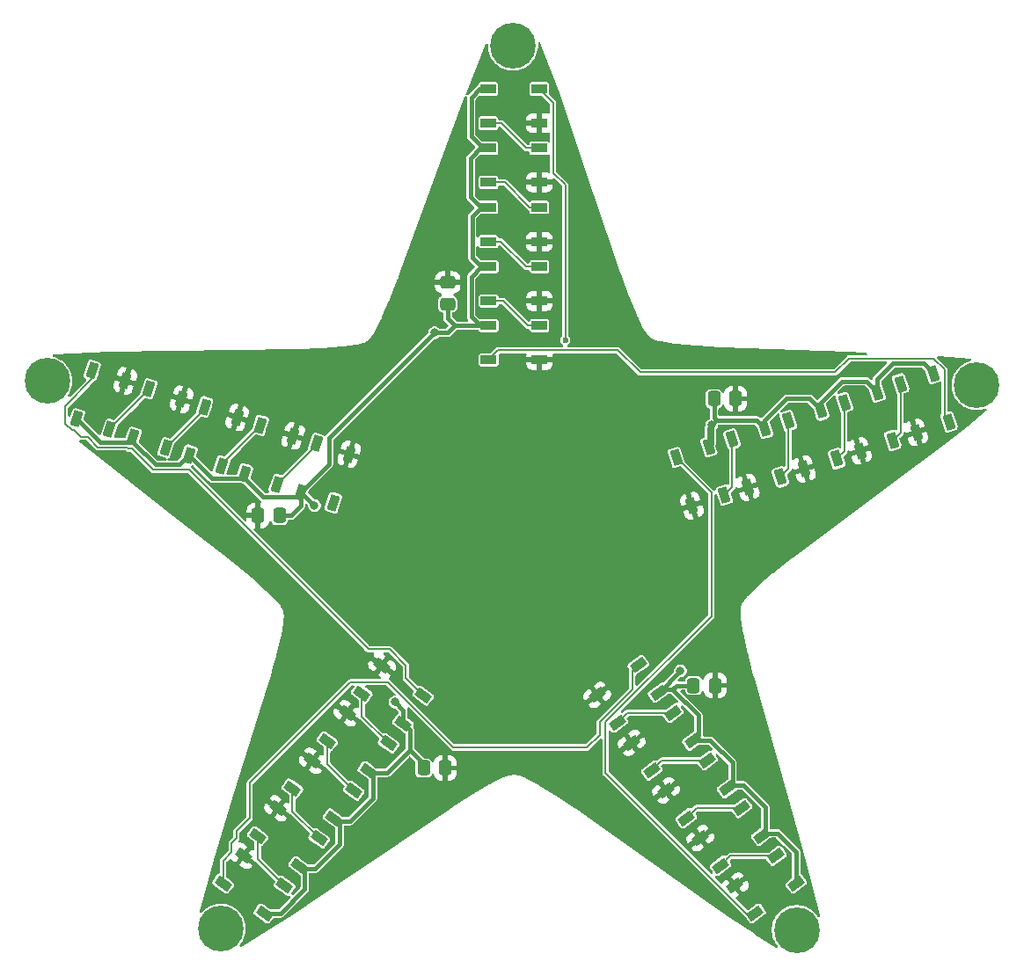
<source format=gtl>
G04 #@! TF.GenerationSoftware,KiCad,Pcbnew,9.0.5*
G04 #@! TF.CreationDate,2025-10-14T20:34:03+01:00*
G04 #@! TF.ProjectId,ESP32_Xmas_Star_Module,45535033-325f-4586-9d61-735f53746172,rev?*
G04 #@! TF.SameCoordinates,Original*
G04 #@! TF.FileFunction,Copper,L1,Top*
G04 #@! TF.FilePolarity,Positive*
%FSLAX46Y46*%
G04 Gerber Fmt 4.6, Leading zero omitted, Abs format (unit mm)*
G04 Created by KiCad (PCBNEW 9.0.5) date 2025-10-14 20:34:03*
%MOMM*%
%LPD*%
G01*
G04 APERTURE LIST*
G04 Aperture macros list*
%AMRoundRect*
0 Rectangle with rounded corners*
0 $1 Rounding radius*
0 $2 $3 $4 $5 $6 $7 $8 $9 X,Y pos of 4 corners*
0 Add a 4 corners polygon primitive as box body*
4,1,4,$2,$3,$4,$5,$6,$7,$8,$9,$2,$3,0*
0 Add four circle primitives for the rounded corners*
1,1,$1+$1,$2,$3*
1,1,$1+$1,$4,$5*
1,1,$1+$1,$6,$7*
1,1,$1+$1,$8,$9*
0 Add four rect primitives between the rounded corners*
20,1,$1+$1,$2,$3,$4,$5,0*
20,1,$1+$1,$4,$5,$6,$7,0*
20,1,$1+$1,$6,$7,$8,$9,0*
20,1,$1+$1,$8,$9,$2,$3,0*%
G04 Aperture macros list end*
G04 #@! TA.AperFunction,SMDPad,CuDef*
%ADD10RoundRect,0.090000X-0.660000X-0.360000X0.660000X-0.360000X0.660000X0.360000X-0.660000X0.360000X0*%
G04 #@! TD*
G04 #@! TA.AperFunction,ComponentPad*
%ADD11C,4.400000*%
G04 #@! TD*
G04 #@! TA.AperFunction,SMDPad,CuDef*
%ADD12RoundRect,0.090000X0.138429X-0.738943X0.546332X0.516451X-0.138429X0.738943X-0.546332X-0.516451X0*%
G04 #@! TD*
G04 #@! TA.AperFunction,SMDPad,CuDef*
%ADD13RoundRect,0.090000X-0.546332X0.516451X-0.138429X-0.738943X0.546332X-0.516451X0.138429X0.738943X0*%
G04 #@! TD*
G04 #@! TA.AperFunction,SMDPad,CuDef*
%ADD14RoundRect,0.250000X0.475000X-0.337500X0.475000X0.337500X-0.475000X0.337500X-0.475000X-0.337500X0*%
G04 #@! TD*
G04 #@! TA.AperFunction,SMDPad,CuDef*
%ADD15RoundRect,0.090000X0.745554X-0.096692X-0.322349X0.679184X-0.745554X0.096692X0.322349X-0.679184X0*%
G04 #@! TD*
G04 #@! TA.AperFunction,SMDPad,CuDef*
%ADD16RoundRect,0.250000X-0.337500X-0.475000X0.337500X-0.475000X0.337500X0.475000X-0.337500X0.475000X0*%
G04 #@! TD*
G04 #@! TA.AperFunction,SMDPad,CuDef*
%ADD17RoundRect,0.090000X0.322349X0.679184X-0.745554X-0.096692X-0.322349X-0.679184X0.745554X0.096692X0*%
G04 #@! TD*
G04 #@! TA.AperFunction,SMDPad,CuDef*
%ADD18RoundRect,0.250000X0.337500X0.475000X-0.337500X0.475000X-0.337500X-0.475000X0.337500X-0.475000X0*%
G04 #@! TD*
G04 #@! TA.AperFunction,ViaPad*
%ADD19C,0.800000*%
G04 #@! TD*
G04 #@! TA.AperFunction,ViaPad*
%ADD20C,0.600000*%
G04 #@! TD*
G04 #@! TA.AperFunction,Conductor*
%ADD21C,0.400000*%
G04 #@! TD*
G04 #@! TA.AperFunction,Conductor*
%ADD22C,0.200000*%
G04 #@! TD*
G04 APERTURE END LIST*
D10*
X147430788Y-55878045D03*
X147430788Y-59178045D03*
X152330788Y-59178045D03*
X152330788Y-55878045D03*
D11*
X194421414Y-78697463D03*
D12*
X129385133Y-88988283D03*
X132523621Y-90008040D03*
X134037803Y-85347863D03*
X130899315Y-84328106D03*
D13*
X184817024Y-79341563D03*
X181678537Y-80361319D03*
X183192720Y-85021495D03*
X186331207Y-84001739D03*
D14*
X143510000Y-70887500D03*
X143510000Y-68812500D03*
D15*
X132536732Y-120419871D03*
X134476424Y-117750115D03*
X130512240Y-114869967D03*
X128572548Y-117539723D03*
D11*
X104970372Y-78314655D03*
D16*
X169142500Y-80010000D03*
X171217500Y-80010000D03*
X167182029Y-107613382D03*
X169257029Y-107613382D03*
D17*
X177050934Y-126694804D03*
X175111243Y-124025048D03*
X171147060Y-126905196D03*
X173086751Y-129574952D03*
D10*
X147445601Y-72970436D03*
X147445600Y-76270436D03*
X152345599Y-76270436D03*
X152345600Y-72970436D03*
X147429046Y-61576476D03*
X147429046Y-64876476D03*
X152329046Y-64876476D03*
X152329046Y-61576476D03*
D15*
X129193214Y-125003412D03*
X131132906Y-122333656D03*
X127168722Y-119453508D03*
X125229030Y-122123264D03*
D16*
X141202500Y-115570000D03*
X143277500Y-115570000D03*
D17*
X170432186Y-117517056D03*
X168492495Y-114847300D03*
X164528312Y-117727448D03*
X166468003Y-120397204D03*
D10*
X147414327Y-50175447D03*
X147414327Y-53475447D03*
X152314327Y-53475447D03*
X152314327Y-50175447D03*
D12*
X113246854Y-83696181D03*
X116385342Y-84715938D03*
X117899524Y-80055761D03*
X114761036Y-79036004D03*
D11*
X121674966Y-131018278D03*
D13*
X179430908Y-81103124D03*
X176292421Y-82122880D03*
X177806604Y-86783056D03*
X180945091Y-85763300D03*
D15*
X125868797Y-129574952D03*
X127808488Y-126905196D03*
X123844305Y-124025048D03*
X121904614Y-126694804D03*
D10*
X147442702Y-67295143D03*
X147442702Y-70595143D03*
X152342702Y-70595143D03*
X152342702Y-67295143D03*
D12*
X123980422Y-87227159D03*
X127118910Y-88246916D03*
X128633092Y-83586739D03*
X125494604Y-82566982D03*
D11*
X177092341Y-131155072D03*
D18*
X127326722Y-91258685D03*
X125251722Y-91258685D03*
D17*
X167116049Y-112928353D03*
X165176358Y-110258597D03*
X161212175Y-113138745D03*
X163151866Y-115808501D03*
D13*
X168632004Y-84622681D03*
X165493518Y-85642437D03*
X167007702Y-90302613D03*
X170146188Y-89282857D03*
D12*
X107817518Y-81917772D03*
X110956006Y-82937529D03*
X112470188Y-78277352D03*
X109331700Y-77257595D03*
D17*
X173735580Y-122096641D03*
X171795889Y-119426885D03*
X167831706Y-122307033D03*
X169771397Y-124976789D03*
D13*
X190233738Y-77556331D03*
X187095251Y-78576087D03*
X188609434Y-83236263D03*
X191747921Y-82216507D03*
D15*
X135878966Y-115847866D03*
X137818658Y-113178110D03*
X133854474Y-110297962D03*
X131914782Y-112967718D03*
D11*
X149801613Y-46007789D03*
D13*
X174021078Y-82874057D03*
X170882592Y-83893813D03*
X172396776Y-88553989D03*
X175535262Y-87534233D03*
D15*
X139215993Y-111259256D03*
X141155685Y-108589500D03*
X137191501Y-105709352D03*
X135251809Y-108379108D03*
D17*
X163799985Y-108323396D03*
X161860294Y-105653640D03*
X157896111Y-108533788D03*
X159835802Y-111203544D03*
D12*
X118604662Y-85441629D03*
X121743150Y-86461386D03*
X123257332Y-81801209D03*
X120118844Y-80781452D03*
D19*
X138430000Y-109220000D03*
X130688425Y-90291575D03*
X142240000Y-73660000D03*
X165906691Y-106216691D03*
X168910000Y-82550000D03*
D20*
X154821814Y-74360000D03*
X176530000Y-91440000D03*
X123190000Y-83820000D03*
X149860000Y-76200000D03*
X115570000Y-76792844D03*
X149790482Y-72675793D03*
X119380000Y-90170000D03*
X110490000Y-80010000D03*
X175260000Y-128270000D03*
X127000000Y-123190000D03*
X149860000Y-106680000D03*
X127000000Y-85090000D03*
X166370000Y-116840000D03*
X172720000Y-86360000D03*
X143510000Y-63500000D03*
X133350000Y-87630000D03*
X134620000Y-114300000D03*
X170180000Y-120650000D03*
X157480000Y-69850000D03*
X162560000Y-121920000D03*
X142240000Y-110490000D03*
X149860000Y-62230000D03*
X152400000Y-48260000D03*
X116840000Y-82550000D03*
X193017724Y-81490665D03*
X144780000Y-106680000D03*
X166370000Y-97790000D03*
X170180000Y-87630000D03*
X160020000Y-106680000D03*
X173990000Y-78740000D03*
X172720000Y-111760000D03*
X137160000Y-109220000D03*
X149860000Y-55880000D03*
X124460000Y-127000000D03*
X149860000Y-69850000D03*
X163830000Y-111760000D03*
X139700000Y-119380000D03*
X177800000Y-85090000D03*
X123190000Y-78740000D03*
X182880000Y-82550000D03*
X130810000Y-118110000D03*
X130810000Y-106680000D03*
X129540000Y-95250000D03*
X149860000Y-50800000D03*
X187960000Y-80010000D03*
D21*
X173235270Y-82088249D02*
X169371751Y-82088249D01*
X120855843Y-87692810D02*
X123514771Y-87692810D01*
X165530516Y-107613382D02*
X167182029Y-107613382D01*
X136057736Y-116026636D02*
X137657806Y-116026636D01*
X177050934Y-126694804D02*
X177050934Y-123640397D01*
X170917341Y-115058091D02*
X168787603Y-112928353D01*
X168910000Y-82550000D02*
X168910000Y-84344685D01*
X145781788Y-72121788D02*
X146630436Y-72970436D01*
X176096539Y-80010000D02*
X174021078Y-82085461D01*
X137657806Y-116026636D02*
X139859866Y-113824576D01*
X174021078Y-82085461D02*
X174021078Y-82874057D01*
X174021078Y-82874057D02*
X173235270Y-82088249D01*
X175247602Y-121837065D02*
X173995156Y-121837065D01*
X145868070Y-62402538D02*
X145868070Y-66432075D01*
X125757206Y-89478340D02*
X128895076Y-89478340D01*
X165146949Y-107996949D02*
X165530516Y-107613382D01*
X168787603Y-112928353D02*
X167116049Y-112928353D01*
X129385133Y-88988283D02*
X132080000Y-86293416D01*
X143510000Y-70887500D02*
X143510000Y-72280872D01*
X132080000Y-83820000D02*
X142240000Y-73660000D01*
X125868797Y-129574952D02*
X127411899Y-129574952D01*
X167116049Y-112928353D02*
X167640000Y-112404402D01*
X174067589Y-119326629D02*
X171972821Y-117231861D01*
X110068698Y-84168953D02*
X112774082Y-84168953D01*
X141202500Y-115167210D02*
X139859866Y-113824576D01*
X144199564Y-72970436D02*
X147445601Y-72970436D01*
X171972821Y-117231861D02*
X170717381Y-117231861D01*
X146777419Y-55761745D02*
X145703513Y-56835651D01*
X123980422Y-87701556D02*
X125757206Y-89478340D01*
X141202500Y-115570000D02*
X141202500Y-115167210D01*
X146630436Y-72970436D02*
X147445601Y-72970436D01*
X113246854Y-83696181D02*
X113246854Y-84213599D01*
X170432186Y-117517056D02*
X170917341Y-117031901D01*
X143510000Y-73660000D02*
X144199564Y-72970436D01*
X177050934Y-123640397D02*
X175247602Y-121837065D01*
X135878966Y-115847866D02*
X136057736Y-116026636D01*
X134085745Y-120692185D02*
X136327395Y-118450535D01*
X147430788Y-55878045D02*
X147314488Y-55761745D01*
X146604985Y-50175447D02*
X145767114Y-51013318D01*
X170717381Y-117231861D02*
X170432186Y-117517056D01*
X174067589Y-121764632D02*
X174067589Y-119326629D01*
X132080000Y-86293416D02*
X132080000Y-83820000D01*
X130677333Y-90280483D02*
X129385133Y-88988283D01*
X139215993Y-110005993D02*
X138430000Y-109220000D01*
X130754633Y-125269974D02*
X133092304Y-122932303D01*
X129385133Y-90324867D02*
X129385133Y-88988283D01*
X146694132Y-61576476D02*
X145868070Y-62402538D01*
X133092304Y-122932303D02*
X133092304Y-120975443D01*
X118604662Y-85441629D02*
X120855843Y-87692810D01*
X169142500Y-80010000D02*
X169142500Y-81858998D01*
X147414327Y-50175447D02*
X146604985Y-50175447D01*
X167640000Y-110490000D02*
X165146949Y-107996949D01*
X115393255Y-86360000D02*
X117686291Y-86360000D01*
X184817024Y-78137024D02*
X184817024Y-79341563D01*
X136327395Y-118450535D02*
X136327395Y-116296295D01*
X117686291Y-86360000D02*
X118604662Y-85441629D01*
X129075000Y-89298416D02*
X129385133Y-88988283D01*
X133092304Y-120975443D02*
X132536732Y-120419871D01*
X123514771Y-87692810D02*
X123980422Y-87227159D01*
X145767114Y-54751441D02*
X146893718Y-55878045D01*
X143510000Y-72280872D02*
X144199564Y-72970436D01*
X132536732Y-120419871D02*
X132809046Y-120692185D01*
X145868070Y-66432075D02*
X146731138Y-67295143D01*
X132809046Y-120692185D02*
X134085745Y-120692185D01*
X168910000Y-84344685D02*
X168632004Y-84622681D01*
X128451315Y-91258685D02*
X129385133Y-90324867D01*
X112774082Y-84168953D02*
X113246854Y-83696181D01*
X179430908Y-80370908D02*
X179430908Y-81103124D01*
X136327395Y-116296295D02*
X135878966Y-115847866D01*
X129754389Y-127232462D02*
X129754389Y-125564587D01*
X189297688Y-76620281D02*
X186333767Y-76620281D01*
X168632004Y-82827996D02*
X168632004Y-84622681D01*
X173995156Y-121837065D02*
X173735580Y-122096641D01*
X165146949Y-107996949D02*
X164126432Y-107996949D01*
X181482098Y-78319718D02*
X179430908Y-80370908D01*
X113246854Y-84213599D02*
X115393255Y-86360000D01*
X183795179Y-78319718D02*
X181482098Y-78319718D01*
X170917341Y-117031901D02*
X170917341Y-115058091D01*
X164126432Y-107996949D02*
X163799985Y-108323396D01*
X184817024Y-79341563D02*
X183795179Y-78319718D01*
X178337784Y-80010000D02*
X176096539Y-80010000D01*
X127326722Y-91258685D02*
X128451315Y-91258685D01*
X145781788Y-68244493D02*
X145781788Y-72121788D01*
X145703513Y-60585857D02*
X146694132Y-61576476D01*
X128895076Y-89478340D02*
X129385133Y-88988283D01*
X139215993Y-111259256D02*
X139215993Y-110005993D01*
X107817518Y-81917772D02*
X110068698Y-84168953D01*
X123980422Y-87227159D02*
X123980422Y-87701556D01*
X146731138Y-67295143D02*
X147442702Y-67295143D01*
X145767114Y-51013318D02*
X145767114Y-54751441D01*
X146893718Y-55878045D02*
X147430788Y-55878045D01*
X127411899Y-129574952D02*
X129754389Y-127232462D01*
X167640000Y-112404402D02*
X167640000Y-110490000D01*
X129459776Y-125269974D02*
X130754633Y-125269974D01*
X146694132Y-61576476D02*
X147429046Y-61576476D01*
X169371751Y-82088249D02*
X168632004Y-82827996D01*
X169142500Y-81858998D02*
X169371751Y-82088249D01*
X139859866Y-113824576D02*
X139859866Y-111903129D01*
X190233738Y-77556331D02*
X189297688Y-76620281D01*
X145703513Y-56835651D02*
X145703513Y-60585857D01*
X142240000Y-73660000D02*
X143510000Y-73660000D01*
X146731138Y-67295143D02*
X145781788Y-68244493D01*
X129193214Y-125003412D02*
X129459776Y-125269974D01*
X165906691Y-106216691D02*
X163799985Y-108323396D01*
X173735580Y-122096641D02*
X174067589Y-121764632D01*
X179430908Y-81103124D02*
X178337784Y-80010000D01*
X129754389Y-125564587D02*
X129193214Y-125003412D01*
X186333767Y-76620281D02*
X184817024Y-78137024D01*
X147314488Y-55761745D02*
X146777419Y-55761745D01*
X139859866Y-111903129D02*
X139215993Y-111259256D01*
D22*
X154821814Y-74360000D02*
X154821814Y-59417301D01*
X154821814Y-59417301D02*
X153670000Y-58265487D01*
X153670000Y-58265487D02*
X153670000Y-51531120D01*
X153670000Y-51531120D02*
X152314327Y-50175447D01*
X151094416Y-55878045D02*
X152330788Y-55878045D01*
X148691818Y-53475447D02*
X151094416Y-55878045D01*
X147414327Y-53475447D02*
X148691818Y-53475447D01*
X147430788Y-59178045D02*
X149004330Y-59178045D01*
X149004330Y-59178045D02*
X151402761Y-61576476D01*
X151402761Y-61576476D02*
X152329046Y-61576476D01*
X148631308Y-64876476D02*
X151049975Y-67295143D01*
X151049975Y-67295143D02*
X152342702Y-67295143D01*
X147429046Y-64876476D02*
X148631308Y-64876476D01*
X147442702Y-70595143D02*
X148831795Y-70595143D01*
X151207088Y-72970436D02*
X152345600Y-72970436D01*
X148831795Y-70595143D02*
X151207088Y-72970436D01*
X159881838Y-75331000D02*
X148385036Y-75331000D01*
X191316281Y-81784867D02*
X191316281Y-77206450D01*
X191747921Y-82216507D02*
X191316281Y-81784867D01*
X190229112Y-76119281D02*
X182143848Y-76119281D01*
X182143848Y-76119281D02*
X180793129Y-77470000D01*
X180793129Y-77470000D02*
X162020838Y-77470000D01*
X191316281Y-77206450D02*
X190229112Y-76119281D01*
X148385036Y-75331000D02*
X147445600Y-76270436D01*
X162020838Y-77470000D02*
X159881838Y-75331000D01*
X187095251Y-78576087D02*
X187095251Y-83237695D01*
X187095251Y-83237695D02*
X186331207Y-84001739D01*
X181678537Y-80361319D02*
X181678537Y-85029854D01*
X181678537Y-85029854D02*
X180945091Y-85763300D01*
X176292421Y-82122880D02*
X176292421Y-86777074D01*
X176292421Y-86777074D02*
X175535262Y-87534233D01*
X170882592Y-83893813D02*
X170882592Y-88546453D01*
X170882592Y-88546453D02*
X170146188Y-89282857D01*
X165493518Y-85642437D02*
X168910000Y-89058919D01*
X158698615Y-111138519D02*
X158698615Y-116011635D01*
X172261932Y-129574952D02*
X173086751Y-129574952D01*
X168910000Y-89058919D02*
X168910000Y-100927134D01*
X168910000Y-100927134D02*
X158698615Y-111138519D01*
X158698615Y-116011635D02*
X172261932Y-129574952D01*
X175111243Y-124025048D02*
X170723138Y-124025048D01*
X170723138Y-124025048D02*
X169771397Y-124976789D01*
X167438322Y-119426885D02*
X166468003Y-120397204D01*
X171795889Y-119426885D02*
X167438322Y-119426885D01*
X168492495Y-114847300D02*
X164113067Y-114847300D01*
X164113067Y-114847300D02*
X163151866Y-115808501D01*
X165176358Y-110258597D02*
X160780749Y-110258597D01*
X160780749Y-110258597D02*
X159835802Y-111203544D01*
X124460000Y-120331776D02*
X123190000Y-121601776D01*
X158130017Y-112379983D02*
X156930250Y-113579750D01*
X124460000Y-116986759D02*
X124460000Y-120331776D01*
X121904614Y-124475386D02*
X121904614Y-126694804D01*
X161290000Y-107980034D02*
X158130017Y-111140017D01*
X144059750Y-113579750D02*
X137788291Y-107308291D01*
X134138468Y-107308291D02*
X124460000Y-116986759D01*
X122707118Y-122791624D02*
X122707118Y-123672882D01*
X122707118Y-123672882D02*
X121904614Y-124475386D01*
X123190000Y-122308742D02*
X122707118Y-122791624D01*
X158130017Y-111140017D02*
X158130017Y-112379983D01*
X161290000Y-106223934D02*
X161290000Y-107980034D01*
X161860294Y-105653640D02*
X161290000Y-106223934D01*
X137788291Y-107308291D02*
X134138468Y-107308291D01*
X156930250Y-113579750D02*
X144059750Y-113579750D01*
X123190000Y-121601776D02*
X123190000Y-122308742D01*
X127808488Y-126905196D02*
X125229030Y-124325738D01*
X125229030Y-124325738D02*
X125229030Y-122123264D01*
X128572548Y-119773298D02*
X128572548Y-117539723D01*
X131132906Y-122333656D02*
X128572548Y-119773298D01*
X131914782Y-115188473D02*
X131914782Y-112967718D01*
X134476424Y-117750115D02*
X131914782Y-115188473D01*
X137818658Y-113178110D02*
X135251809Y-110611261D01*
X135251809Y-110611261D02*
X135251809Y-108379108D01*
X108205504Y-83678201D02*
X108869425Y-83678201D01*
X108869425Y-83678201D02*
X109861177Y-84669953D01*
X137933992Y-104140000D02*
X139473476Y-105679484D01*
X109331700Y-77257595D02*
X109331700Y-78046191D01*
X107331108Y-83049196D02*
X107576499Y-83049196D01*
X139473476Y-106907291D02*
X141155685Y-108589500D01*
X106680000Y-82398088D02*
X107331108Y-83049196D01*
X112602792Y-84669953D02*
X112760444Y-84827605D01*
X113152340Y-84827605D02*
X115185735Y-86861000D01*
X112760444Y-84827605D02*
X113152340Y-84827605D01*
X118611000Y-86861000D02*
X135890000Y-104140000D01*
X109861177Y-84669953D02*
X112602792Y-84669953D01*
X107576499Y-83049196D02*
X108205504Y-83678201D01*
X106680000Y-80697891D02*
X106680000Y-82398088D01*
X139473476Y-105679484D02*
X139473476Y-106907291D01*
X115185735Y-86861000D02*
X118611000Y-86861000D01*
X135890000Y-104140000D02*
X137933992Y-104140000D01*
X109331700Y-78046191D02*
X106680000Y-80697891D01*
X114761036Y-79132499D02*
X114761036Y-79036004D01*
X110956006Y-82937529D02*
X114761036Y-79132499D01*
X120118844Y-80982436D02*
X120118844Y-80781452D01*
X116385342Y-84715938D02*
X120118844Y-80982436D01*
X121743150Y-86461386D02*
X121743150Y-86318436D01*
X121743150Y-86318436D02*
X125494604Y-82566982D01*
X130899315Y-84466511D02*
X130899315Y-84328106D01*
X127118910Y-88246916D02*
X130899315Y-84466511D01*
G04 #@! TA.AperFunction,Conductor*
G36*
X152390306Y-45710486D02*
G01*
X152434424Y-45764666D01*
X152436171Y-45769057D01*
X152677355Y-46410520D01*
X154314620Y-50765059D01*
X154315838Y-50768448D01*
X156336103Y-56655183D01*
X156336255Y-56655628D01*
X160148586Y-67902820D01*
X160153256Y-67916598D01*
X160153924Y-67923737D01*
X160174366Y-67978878D01*
X160174937Y-67980562D01*
X160193258Y-68034612D01*
X160196852Y-68041907D01*
X160196185Y-68042235D01*
X160202296Y-68054219D01*
X160970043Y-70125150D01*
X160974976Y-70138456D01*
X160976065Y-70146976D01*
X160997842Y-70200135D01*
X161017802Y-70253973D01*
X161017804Y-70253975D01*
X161021599Y-70261162D01*
X161021155Y-70261396D01*
X161028149Y-70274113D01*
X161696090Y-71904533D01*
X161711198Y-71941409D01*
X161714668Y-71958798D01*
X161736091Y-72002173D01*
X161737738Y-72006193D01*
X161754432Y-72046944D01*
X161754437Y-72046953D01*
X161757944Y-72051559D01*
X161770457Y-72071753D01*
X162346293Y-73237641D01*
X162346293Y-73237642D01*
X162350201Y-73245555D01*
X162359633Y-73274332D01*
X162379254Y-73304379D01*
X162382543Y-73311038D01*
X162382547Y-73311045D01*
X162395151Y-73336562D01*
X162409308Y-73352686D01*
X162419951Y-73366699D01*
X162648396Y-73716520D01*
X162651036Y-73720564D01*
X162673333Y-73761296D01*
X162686926Y-73775523D01*
X162693181Y-73785101D01*
X162693183Y-73785103D01*
X162697695Y-73792012D01*
X162728705Y-73819791D01*
X162735622Y-73826489D01*
X162813487Y-73907984D01*
X162921217Y-74020735D01*
X162932950Y-74038460D01*
X162966557Y-74068190D01*
X162970152Y-74071952D01*
X162997568Y-74100646D01*
X162997570Y-74100648D01*
X163015734Y-74111694D01*
X163031655Y-74125778D01*
X163071817Y-74145799D01*
X163076264Y-74148503D01*
X163076265Y-74148504D01*
X163110163Y-74169119D01*
X163110165Y-74169120D01*
X163110166Y-74169120D01*
X163110169Y-74169122D01*
X163119962Y-74171986D01*
X163140466Y-74180021D01*
X163380415Y-74299640D01*
X163419290Y-74323163D01*
X163439172Y-74328931D01*
X163457697Y-74338166D01*
X163497244Y-74346209D01*
X163507072Y-74348629D01*
X163923975Y-74469579D01*
X163951001Y-74481869D01*
X163986991Y-74487860D01*
X163993990Y-74489891D01*
X163993993Y-74489892D01*
X164005570Y-74493250D01*
X164022032Y-74498027D01*
X164042746Y-74498452D01*
X164060551Y-74500109D01*
X165378842Y-74719610D01*
X165395155Y-74725715D01*
X165443615Y-74730395D01*
X165491653Y-74738394D01*
X165497037Y-74737870D01*
X165520939Y-74737864D01*
X167348740Y-74914403D01*
X167356748Y-74917100D01*
X167414225Y-74920728D01*
X167471509Y-74926261D01*
X167471516Y-74926259D01*
X167479639Y-74925979D01*
X167479657Y-74926507D01*
X167494037Y-74925765D01*
X169751640Y-75068276D01*
X169758386Y-75070341D01*
X169817304Y-75072421D01*
X169876125Y-75076134D01*
X169876126Y-75076133D01*
X169876130Y-75076134D01*
X169884237Y-75075583D01*
X169884289Y-75076352D01*
X169897607Y-75075255D01*
X181964249Y-75501245D01*
X181964387Y-75501291D01*
X181964714Y-75501263D01*
X183745888Y-75570876D01*
X183812107Y-75593163D01*
X183855765Y-75647714D01*
X183863000Y-75717208D01*
X183831515Y-75779582D01*
X183771307Y-75815032D01*
X183741045Y-75818781D01*
X182104286Y-75818781D01*
X182073715Y-75826972D01*
X182027856Y-75839260D01*
X182027853Y-75839262D01*
X181993685Y-75858990D01*
X181993684Y-75858991D01*
X181983479Y-75864882D01*
X181959337Y-75878820D01*
X181959335Y-75878822D01*
X180704977Y-77133181D01*
X180643654Y-77166666D01*
X180617296Y-77169500D01*
X162196671Y-77169500D01*
X162129632Y-77149815D01*
X162108990Y-77133181D01*
X160066350Y-75090541D01*
X160066349Y-75090540D01*
X160047431Y-75079618D01*
X160047431Y-75079616D01*
X160047428Y-75079616D01*
X159997832Y-75050981D01*
X159997829Y-75050979D01*
X159959613Y-75040739D01*
X159921400Y-75030500D01*
X155124249Y-75030500D01*
X155057210Y-75010815D01*
X155011455Y-74958011D01*
X155001511Y-74888853D01*
X155030536Y-74825297D01*
X155062249Y-74799113D01*
X155094754Y-74780345D01*
X155129128Y-74760500D01*
X155222314Y-74667314D01*
X155288206Y-74553186D01*
X155322314Y-74425892D01*
X155322314Y-74294108D01*
X155288206Y-74166814D01*
X155222314Y-74052686D01*
X155158632Y-73989004D01*
X155125148Y-73927680D01*
X155122314Y-73901323D01*
X155122314Y-59377740D01*
X155101834Y-59301310D01*
X155101831Y-59301305D01*
X155062278Y-59232796D01*
X155062272Y-59232788D01*
X154006819Y-58177335D01*
X153973334Y-58116012D01*
X153970500Y-58089654D01*
X153970500Y-51491559D01*
X153950020Y-51415129D01*
X153950017Y-51415124D01*
X153910464Y-51346615D01*
X153910458Y-51346607D01*
X153292527Y-50728676D01*
X153259042Y-50667353D01*
X153260559Y-50608434D01*
X153262005Y-50603117D01*
X153262009Y-50603109D01*
X153264827Y-50578820D01*
X153264826Y-49772075D01*
X153262009Y-49747785D01*
X153218140Y-49648431D01*
X153141343Y-49571634D01*
X153141341Y-49571633D01*
X153041990Y-49527765D01*
X153017700Y-49524947D01*
X151610961Y-49524947D01*
X151610938Y-49524949D01*
X151586667Y-49527764D01*
X151586664Y-49527765D01*
X151487311Y-49571633D01*
X151410514Y-49648430D01*
X151366645Y-49747782D01*
X151366645Y-49747784D01*
X151363827Y-49772072D01*
X151363827Y-50578812D01*
X151363829Y-50578835D01*
X151366644Y-50603106D01*
X151366645Y-50603109D01*
X151410513Y-50702462D01*
X151410514Y-50702463D01*
X151487311Y-50779260D01*
X151586665Y-50823129D01*
X151610954Y-50825947D01*
X152488493Y-50825946D01*
X152555532Y-50845630D01*
X152576174Y-50862265D01*
X153333181Y-51619272D01*
X153366666Y-51680595D01*
X153369500Y-51706953D01*
X153369500Y-52454942D01*
X153349815Y-52521981D01*
X153297011Y-52567736D01*
X153227853Y-52577680D01*
X153198048Y-52569503D01*
X153128351Y-52540634D01*
X153128346Y-52540632D01*
X153012998Y-52525447D01*
X152564327Y-52525447D01*
X152564327Y-54425447D01*
X153012998Y-54425447D01*
X153128346Y-54410261D01*
X153128347Y-54410260D01*
X153198047Y-54381390D01*
X153267516Y-54373921D01*
X153329995Y-54405196D01*
X153365648Y-54465284D01*
X153369500Y-54495951D01*
X153369500Y-55186566D01*
X153349815Y-55253605D01*
X153297011Y-55299360D01*
X153227853Y-55309304D01*
X153164297Y-55280279D01*
X153157819Y-55274247D01*
X153157804Y-55274232D01*
X153058451Y-55230363D01*
X153034161Y-55227545D01*
X151627422Y-55227545D01*
X151627399Y-55227547D01*
X151603128Y-55230362D01*
X151603125Y-55230363D01*
X151503772Y-55274231D01*
X151426975Y-55351028D01*
X151383106Y-55450380D01*
X151383104Y-55450388D01*
X151382363Y-55456779D01*
X151355083Y-55521103D01*
X151297356Y-55560466D01*
X151227513Y-55562372D01*
X151171509Y-55530167D01*
X149515459Y-53874117D01*
X151064327Y-53874117D01*
X151079512Y-53989466D01*
X151079514Y-53989471D01*
X151138960Y-54132988D01*
X151138960Y-54132989D01*
X151233534Y-54256239D01*
X151356785Y-54350813D01*
X151500302Y-54410259D01*
X151500307Y-54410261D01*
X151615656Y-54425447D01*
X152064327Y-54425447D01*
X152064327Y-53725447D01*
X151064327Y-53725447D01*
X151064327Y-53874117D01*
X149515459Y-53874117D01*
X148876330Y-53234988D01*
X148876322Y-53234982D01*
X148807813Y-53195429D01*
X148807808Y-53195426D01*
X148804314Y-53194490D01*
X148731380Y-53174947D01*
X148731378Y-53174947D01*
X148487207Y-53174947D01*
X148420168Y-53155262D01*
X148374413Y-53102458D01*
X148367252Y-53076776D01*
X151064327Y-53076776D01*
X151064327Y-53225447D01*
X152064327Y-53225447D01*
X152064327Y-52525447D01*
X151615656Y-52525447D01*
X151500307Y-52540632D01*
X151500302Y-52540634D01*
X151356785Y-52600080D01*
X151356784Y-52600080D01*
X151233534Y-52694654D01*
X151138960Y-52817904D01*
X151138960Y-52817905D01*
X151079514Y-52961422D01*
X151079512Y-52961427D01*
X151064327Y-53076776D01*
X148367252Y-53076776D01*
X148364033Y-53065232D01*
X148362009Y-53047787D01*
X148362009Y-53047785D01*
X148318140Y-52948431D01*
X148241343Y-52871634D01*
X148241341Y-52871633D01*
X148141990Y-52827765D01*
X148117700Y-52824947D01*
X146710961Y-52824947D01*
X146710938Y-52824949D01*
X146686667Y-52827764D01*
X146686664Y-52827765D01*
X146587311Y-52871633D01*
X146510514Y-52948430D01*
X146466645Y-53047782D01*
X146466645Y-53047784D01*
X146463827Y-53072072D01*
X146463827Y-53878812D01*
X146463829Y-53878835D01*
X146466644Y-53903106D01*
X146466645Y-53903109D01*
X146510513Y-54002462D01*
X146510514Y-54002463D01*
X146587311Y-54079260D01*
X146686665Y-54123129D01*
X146710954Y-54125947D01*
X148117699Y-54125946D01*
X148141989Y-54123129D01*
X148241343Y-54079260D01*
X148318140Y-54002463D01*
X148362009Y-53903109D01*
X148364034Y-53885654D01*
X148364719Y-53884037D01*
X148364470Y-53882300D01*
X148378310Y-53851994D01*
X148391315Y-53821331D01*
X148392765Y-53820342D01*
X148393495Y-53818744D01*
X148421518Y-53800734D01*
X148449040Y-53781967D01*
X148451268Y-53781615D01*
X148452273Y-53780970D01*
X148487208Y-53775947D01*
X148515985Y-53775947D01*
X148583024Y-53795632D01*
X148603666Y-53812266D01*
X150909905Y-56118505D01*
X150978428Y-56158067D01*
X151054854Y-56178545D01*
X151133978Y-56178545D01*
X151257908Y-56178545D01*
X151324947Y-56198230D01*
X151370702Y-56251034D01*
X151381082Y-56288260D01*
X151383105Y-56305704D01*
X151383106Y-56305707D01*
X151426974Y-56405060D01*
X151426975Y-56405061D01*
X151503772Y-56481858D01*
X151603126Y-56525727D01*
X151627415Y-56528545D01*
X153034160Y-56528544D01*
X153058450Y-56525727D01*
X153157804Y-56481858D01*
X153157819Y-56481843D01*
X153157851Y-56481825D01*
X153167284Y-56475364D01*
X153167937Y-56476317D01*
X153219142Y-56448358D01*
X153288834Y-56453342D01*
X153344767Y-56495214D01*
X153369184Y-56560678D01*
X153369500Y-56569524D01*
X153369500Y-58150721D01*
X153349815Y-58217760D01*
X153297011Y-58263515D01*
X153227853Y-58273459D01*
X153198049Y-58265283D01*
X153144809Y-58243231D01*
X153144807Y-58243230D01*
X153029459Y-58228045D01*
X152580788Y-58228045D01*
X152580788Y-58928045D01*
X153580788Y-58928045D01*
X153580788Y-58900608D01*
X153600473Y-58833569D01*
X153653277Y-58787814D01*
X153722435Y-58777870D01*
X153785991Y-58806895D01*
X153792469Y-58812927D01*
X154484995Y-59505453D01*
X154518480Y-59566776D01*
X154521314Y-59593134D01*
X154521314Y-73901323D01*
X154501629Y-73968362D01*
X154484996Y-73989004D01*
X154421314Y-74052686D01*
X154355422Y-74166812D01*
X154341284Y-74219577D01*
X154321314Y-74294108D01*
X154321314Y-74425892D01*
X154334797Y-74476212D01*
X154355422Y-74553187D01*
X154388368Y-74610250D01*
X154421314Y-74667314D01*
X154514500Y-74760500D01*
X154514501Y-74760501D01*
X154514503Y-74760502D01*
X154581379Y-74799113D01*
X154629595Y-74849680D01*
X154642817Y-74918287D01*
X154616849Y-74983152D01*
X154559935Y-75023680D01*
X154519379Y-75030500D01*
X148345474Y-75030500D01*
X148314903Y-75038691D01*
X148269044Y-75050979D01*
X148269043Y-75050980D01*
X148219444Y-75079617D01*
X148219443Y-75079618D01*
X148200522Y-75090541D01*
X147707446Y-75583617D01*
X147646123Y-75617102D01*
X147619765Y-75619936D01*
X146742234Y-75619936D01*
X146742211Y-75619938D01*
X146717940Y-75622753D01*
X146717937Y-75622754D01*
X146618584Y-75666622D01*
X146541787Y-75743419D01*
X146497918Y-75842771D01*
X146497918Y-75842773D01*
X146495100Y-75867061D01*
X146495100Y-76673801D01*
X146495102Y-76673824D01*
X146497917Y-76698095D01*
X146497918Y-76698098D01*
X146541786Y-76797451D01*
X146541787Y-76797452D01*
X146618584Y-76874249D01*
X146717938Y-76918118D01*
X146742227Y-76920936D01*
X148148972Y-76920935D01*
X148173262Y-76918118D01*
X148272616Y-76874249D01*
X148349413Y-76797452D01*
X148393282Y-76698098D01*
X148396100Y-76673809D01*
X148396100Y-76669106D01*
X151095599Y-76669106D01*
X151110784Y-76784455D01*
X151110786Y-76784460D01*
X151170232Y-76927977D01*
X151170232Y-76927978D01*
X151264806Y-77051228D01*
X151388057Y-77145802D01*
X151531574Y-77205248D01*
X151531579Y-77205250D01*
X151646928Y-77220436D01*
X152095599Y-77220436D01*
X152595599Y-77220436D01*
X153044270Y-77220436D01*
X153159618Y-77205250D01*
X153159623Y-77205248D01*
X153303140Y-77145802D01*
X153303141Y-77145802D01*
X153426391Y-77051228D01*
X153520965Y-76927978D01*
X153520965Y-76927977D01*
X153580411Y-76784460D01*
X153580413Y-76784455D01*
X153595599Y-76669106D01*
X153595599Y-76520436D01*
X152595599Y-76520436D01*
X152595599Y-77220436D01*
X152095599Y-77220436D01*
X152095599Y-76520436D01*
X151095599Y-76520436D01*
X151095599Y-76669106D01*
X148396100Y-76669106D01*
X148396099Y-76257476D01*
X148396099Y-75867070D01*
X148396099Y-75867064D01*
X148393282Y-75842774D01*
X148393279Y-75842769D01*
X148391832Y-75837445D01*
X148392075Y-75825203D01*
X148387797Y-75813731D01*
X148392758Y-75790925D01*
X148393223Y-75767589D01*
X148400412Y-75755742D01*
X148402650Y-75745458D01*
X148423802Y-75717204D01*
X148473191Y-75667817D01*
X148534514Y-75634333D01*
X148560870Y-75631500D01*
X150985836Y-75631500D01*
X151052875Y-75651185D01*
X151098630Y-75703989D01*
X151108775Y-75771685D01*
X151095599Y-75871765D01*
X151095599Y-76020436D01*
X153595599Y-76020436D01*
X153595599Y-75871765D01*
X153582423Y-75771685D01*
X153593188Y-75702650D01*
X153639568Y-75650394D01*
X153705362Y-75631500D01*
X159706005Y-75631500D01*
X159773044Y-75651185D01*
X159793684Y-75667817D01*
X161780378Y-77654511D01*
X161836327Y-77710460D01*
X161836329Y-77710461D01*
X161836333Y-77710464D01*
X161862422Y-77725526D01*
X161904849Y-77750021D01*
X161981276Y-77770500D01*
X161981278Y-77770500D01*
X180832689Y-77770500D01*
X180832691Y-77770500D01*
X180909118Y-77750021D01*
X180977640Y-77710460D01*
X181033589Y-77654511D01*
X182232000Y-76456100D01*
X182293323Y-76422615D01*
X182319681Y-76419781D01*
X185668513Y-76419781D01*
X185735552Y-76439466D01*
X185781307Y-76492270D01*
X185791251Y-76561428D01*
X185762226Y-76624984D01*
X185756194Y-76631462D01*
X184496546Y-77891108D01*
X184496544Y-77891111D01*
X184443815Y-77982437D01*
X184432992Y-78022833D01*
X184432980Y-78022878D01*
X184432610Y-78024263D01*
X184416524Y-78084297D01*
X184416524Y-78090658D01*
X184413123Y-78104666D01*
X184398843Y-78129387D01*
X184387293Y-78155494D01*
X184381591Y-78159254D01*
X184378176Y-78165168D01*
X184352798Y-78178244D01*
X184328968Y-78193962D01*
X184322139Y-78194043D01*
X184316067Y-78197172D01*
X184287647Y-78194452D01*
X184259103Y-78194791D01*
X184252832Y-78191120D01*
X184246515Y-78190516D01*
X184231154Y-78178431D01*
X184204943Y-78163089D01*
X184041094Y-77999240D01*
X184041092Y-77999238D01*
X183982440Y-77965375D01*
X183949768Y-77946511D01*
X183898836Y-77932864D01*
X183847906Y-77919218D01*
X183847905Y-77919218D01*
X181542437Y-77919218D01*
X181542421Y-77919217D01*
X181534825Y-77919217D01*
X181429371Y-77919217D01*
X181361464Y-77937413D01*
X181327510Y-77946511D01*
X181284374Y-77971416D01*
X181241711Y-77996048D01*
X181236182Y-77999240D01*
X181161616Y-78073807D01*
X179152480Y-80082941D01*
X179091157Y-80116426D01*
X179021465Y-80111442D01*
X178977118Y-80082941D01*
X178583699Y-79689522D01*
X178583698Y-79689521D01*
X178583697Y-79689520D01*
X178538034Y-79663156D01*
X178492373Y-79636793D01*
X178420536Y-79617545D01*
X178390511Y-79609500D01*
X176149266Y-79609500D01*
X176043812Y-79609500D01*
X175941949Y-79636793D01*
X175850626Y-79689520D01*
X175850623Y-79689522D01*
X173714461Y-81825685D01*
X173653138Y-81859170D01*
X173583446Y-81854186D01*
X173539099Y-81825685D01*
X173481185Y-81767771D01*
X173481183Y-81767769D01*
X173435520Y-81741405D01*
X173389859Y-81715042D01*
X173322590Y-81697018D01*
X173287997Y-81687749D01*
X173287996Y-81687749D01*
X169667000Y-81687749D01*
X169599961Y-81668064D01*
X169554206Y-81615260D01*
X169543000Y-81563749D01*
X169543000Y-81028221D01*
X169562685Y-80961182D01*
X169615489Y-80915427D01*
X169626022Y-80911188D01*
X169692882Y-80887793D01*
X169802150Y-80807150D01*
X169882793Y-80697882D01*
X169905158Y-80633964D01*
X169945877Y-80577192D01*
X170010830Y-80551444D01*
X170079392Y-80564900D01*
X170129795Y-80613287D01*
X170139904Y-80635917D01*
X170195642Y-80804121D01*
X170195643Y-80804124D01*
X170287684Y-80953345D01*
X170411654Y-81077315D01*
X170560875Y-81169356D01*
X170560880Y-81169358D01*
X170727302Y-81224505D01*
X170727309Y-81224506D01*
X170830019Y-81234999D01*
X170967499Y-81234999D01*
X171467500Y-81234999D01*
X171604972Y-81234999D01*
X171604986Y-81234998D01*
X171707697Y-81224505D01*
X171874119Y-81169358D01*
X171874124Y-81169356D01*
X172023345Y-81077315D01*
X172147315Y-80953345D01*
X172239356Y-80804124D01*
X172239358Y-80804119D01*
X172294505Y-80637697D01*
X172294506Y-80637690D01*
X172304999Y-80534986D01*
X172305000Y-80534973D01*
X172305000Y-80260000D01*
X171467500Y-80260000D01*
X171467500Y-81234999D01*
X170967499Y-81234999D01*
X170967500Y-81234998D01*
X170967500Y-79760000D01*
X171467500Y-79760000D01*
X172304999Y-79760000D01*
X172304999Y-79485028D01*
X172304998Y-79485013D01*
X172294505Y-79382302D01*
X172239358Y-79215880D01*
X172239356Y-79215875D01*
X172147315Y-79066654D01*
X172023345Y-78942684D01*
X171874124Y-78850643D01*
X171874119Y-78850641D01*
X171707697Y-78795494D01*
X171707690Y-78795493D01*
X171604986Y-78785000D01*
X171467500Y-78785000D01*
X171467500Y-79760000D01*
X170967500Y-79760000D01*
X170967500Y-78785000D01*
X170830027Y-78785000D01*
X170830012Y-78785001D01*
X170727302Y-78795494D01*
X170560880Y-78850641D01*
X170560875Y-78850643D01*
X170411654Y-78942684D01*
X170287684Y-79066654D01*
X170195643Y-79215875D01*
X170195641Y-79215880D01*
X170139905Y-79384082D01*
X170100132Y-79441527D01*
X170035617Y-79468350D01*
X169966841Y-79456035D01*
X169915641Y-79408492D01*
X169905158Y-79386033D01*
X169894444Y-79355416D01*
X169882793Y-79322118D01*
X169802150Y-79212850D01*
X169692882Y-79132207D01*
X169692880Y-79132206D01*
X169564700Y-79087353D01*
X169534270Y-79084500D01*
X169534266Y-79084500D01*
X168750734Y-79084500D01*
X168750730Y-79084500D01*
X168720300Y-79087353D01*
X168720298Y-79087353D01*
X168592119Y-79132206D01*
X168592117Y-79132207D01*
X168482850Y-79212850D01*
X168402207Y-79322117D01*
X168402206Y-79322119D01*
X168357353Y-79450298D01*
X168357353Y-79450300D01*
X168354500Y-79480730D01*
X168354500Y-80539269D01*
X168357353Y-80569699D01*
X168357353Y-80569701D01*
X168397688Y-80684968D01*
X168402207Y-80697882D01*
X168482850Y-80807150D01*
X168592118Y-80887793D01*
X168658958Y-80911181D01*
X168715731Y-80951901D01*
X168741478Y-81016854D01*
X168742000Y-81028221D01*
X168742000Y-81882005D01*
X168722315Y-81949044D01*
X168680000Y-81989392D01*
X168541287Y-82069477D01*
X168541282Y-82069481D01*
X168429481Y-82181282D01*
X168429475Y-82181290D01*
X168350426Y-82318209D01*
X168350423Y-82318216D01*
X168309500Y-82470943D01*
X168309500Y-82552362D01*
X168292887Y-82614362D01*
X168258798Y-82673404D01*
X168258797Y-82673408D01*
X168246455Y-82719469D01*
X168246455Y-82719470D01*
X168246454Y-82719469D01*
X168231504Y-82775265D01*
X168231504Y-83663305D01*
X168211819Y-83730344D01*
X168159015Y-83776099D01*
X168145823Y-83781236D01*
X167954660Y-83843349D01*
X167932421Y-83853538D01*
X167851488Y-83925959D01*
X167802181Y-84022732D01*
X167791162Y-84130778D01*
X167795989Y-84154754D01*
X167795990Y-84154756D01*
X168230697Y-85492645D01*
X168240880Y-85514871D01*
X168308692Y-85590652D01*
X168313306Y-85595808D01*
X168410076Y-85645115D01*
X168518123Y-85656135D01*
X168542094Y-85651309D01*
X169309354Y-85402010D01*
X169331585Y-85391825D01*
X169412520Y-85319401D01*
X169461826Y-85222631D01*
X169472846Y-85114584D01*
X169468020Y-85090613D01*
X169291245Y-84546560D01*
X169290860Y-84533062D01*
X169289225Y-84530067D01*
X169289364Y-84524196D01*
X169285213Y-84511216D01*
X169289267Y-84477291D01*
X169289251Y-84476720D01*
X169289342Y-84476375D01*
X169290617Y-84471617D01*
X169310501Y-84397412D01*
X169310501Y-84291958D01*
X169310501Y-84284363D01*
X169310500Y-84284345D01*
X169310500Y-83050098D01*
X169330185Y-82983059D01*
X169346819Y-82962417D01*
X169367051Y-82942185D01*
X169390520Y-82918716D01*
X169469577Y-82781784D01*
X169510500Y-82629057D01*
X169510500Y-82612749D01*
X169530185Y-82545710D01*
X169582989Y-82499955D01*
X169634500Y-82488749D01*
X173018015Y-82488749D01*
X173047455Y-82497393D01*
X173077442Y-82503917D01*
X173082457Y-82507671D01*
X173085054Y-82508434D01*
X173105696Y-82525068D01*
X173259458Y-82678830D01*
X173289708Y-82728193D01*
X173619771Y-83744021D01*
X173629954Y-83766247D01*
X173698948Y-83843349D01*
X173702380Y-83847184D01*
X173799150Y-83896491D01*
X173907197Y-83907511D01*
X173931168Y-83902685D01*
X174698428Y-83653386D01*
X174720659Y-83643201D01*
X174801594Y-83570777D01*
X174850900Y-83474007D01*
X174861920Y-83365960D01*
X174857094Y-83341989D01*
X174506304Y-82262373D01*
X174504310Y-82192533D01*
X174536553Y-82136377D01*
X175251705Y-81421225D01*
X175313028Y-81387741D01*
X175382720Y-81392725D01*
X175438653Y-81434597D01*
X175463070Y-81500061D01*
X175462746Y-81521488D01*
X175451579Y-81630977D01*
X175456406Y-81654953D01*
X175456407Y-81654955D01*
X175891114Y-82992844D01*
X175901297Y-83015070D01*
X175960326Y-83081036D01*
X175990362Y-83144121D01*
X175991921Y-83163724D01*
X175991921Y-86429051D01*
X175972236Y-86496090D01*
X175919432Y-86541845D01*
X175850274Y-86551789D01*
X175811627Y-86539536D01*
X175757190Y-86511799D01*
X175649143Y-86500779D01*
X175649142Y-86500779D01*
X175625166Y-86505606D01*
X175625164Y-86505607D01*
X174857920Y-86754900D01*
X174835679Y-86765090D01*
X174754746Y-86837511D01*
X174705439Y-86934284D01*
X174694420Y-87042330D01*
X174699247Y-87066306D01*
X174699248Y-87066308D01*
X175133955Y-88404197D01*
X175144138Y-88426423D01*
X175208355Y-88498186D01*
X175216564Y-88507360D01*
X175313334Y-88556667D01*
X175421381Y-88567687D01*
X175445352Y-88562861D01*
X176212612Y-88313562D01*
X176234843Y-88303377D01*
X176315778Y-88230953D01*
X176365084Y-88134183D01*
X176376104Y-88026136D01*
X176371278Y-88002165D01*
X176179199Y-87411012D01*
X176178765Y-87395800D01*
X176173447Y-87381541D01*
X176177788Y-87361585D01*
X176177205Y-87341172D01*
X176185293Y-87327085D01*
X176188056Y-87314385D01*
X176980353Y-87314385D01*
X177118998Y-87741089D01*
X177169088Y-87846108D01*
X177269979Y-87964237D01*
X177398010Y-88052230D01*
X177544447Y-88104085D01*
X177544445Y-88104085D01*
X177699320Y-88116274D01*
X177813716Y-88095072D01*
X177955110Y-88049129D01*
X177646093Y-87098073D01*
X176980353Y-87314385D01*
X176188056Y-87314385D01*
X176188299Y-87313268D01*
X176209446Y-87285018D01*
X176532881Y-86961585D01*
X176543285Y-86943565D01*
X178121621Y-86943565D01*
X178430639Y-87894622D01*
X178572029Y-87848682D01*
X178572032Y-87848681D01*
X178677044Y-87798594D01*
X178795173Y-87697702D01*
X178883168Y-87569669D01*
X178883168Y-87569668D01*
X178935022Y-87423239D01*
X178947210Y-87268360D01*
X178926009Y-87153969D01*
X178926007Y-87153962D01*
X178787361Y-86727253D01*
X178121621Y-86943565D01*
X176543285Y-86943565D01*
X176572443Y-86893062D01*
X176586582Y-86840290D01*
X176622946Y-86780631D01*
X176685793Y-86750101D01*
X176737857Y-86752452D01*
X176933569Y-86803855D01*
X177491585Y-86622545D01*
X177182567Y-85671488D01*
X177041180Y-85717428D01*
X177041177Y-85717429D01*
X176936163Y-85767517D01*
X176818031Y-85868412D01*
X176812598Y-85874447D01*
X176811254Y-85873237D01*
X176764914Y-85910942D01*
X176695480Y-85918738D01*
X176632854Y-85887759D01*
X176596919Y-85827839D01*
X176592921Y-85796606D01*
X176592921Y-85516981D01*
X177658096Y-85516981D01*
X177967113Y-86468037D01*
X178632853Y-86251725D01*
X178494209Y-85825022D01*
X178444119Y-85720003D01*
X178343228Y-85601874D01*
X178215197Y-85513881D01*
X178068760Y-85462026D01*
X178068762Y-85462026D01*
X177913887Y-85449837D01*
X177799491Y-85471040D01*
X177658096Y-85516981D01*
X176592921Y-85516981D01*
X176592921Y-83114746D01*
X176612606Y-83047707D01*
X176665410Y-83001952D01*
X176678599Y-82996816D01*
X176924708Y-82916851D01*
X176969762Y-82902212D01*
X176969762Y-82902211D01*
X176969771Y-82902209D01*
X176992002Y-82892024D01*
X177072937Y-82819600D01*
X177122243Y-82722830D01*
X177133263Y-82614783D01*
X177128437Y-82590812D01*
X176693728Y-81252918D01*
X176693727Y-81252915D01*
X176683544Y-81230689D01*
X176611119Y-81149753D01*
X176593255Y-81140651D01*
X176514349Y-81100446D01*
X176406302Y-81089426D01*
X176406301Y-81089426D01*
X176382325Y-81094253D01*
X176382323Y-81094254D01*
X175683094Y-81321448D01*
X175613253Y-81323443D01*
X175553420Y-81287363D01*
X175522592Y-81224662D01*
X175530557Y-81155248D01*
X175557093Y-81115837D01*
X176226113Y-80446819D01*
X176287436Y-80413334D01*
X176313794Y-80410500D01*
X178120529Y-80410500D01*
X178187568Y-80430185D01*
X178208210Y-80446819D01*
X178669288Y-80907896D01*
X178699538Y-80957259D01*
X179029601Y-81973088D01*
X179039784Y-81995314D01*
X179039786Y-81995316D01*
X179112210Y-82076251D01*
X179208980Y-82125558D01*
X179317027Y-82136578D01*
X179340998Y-82131752D01*
X180108258Y-81882453D01*
X180130489Y-81872268D01*
X180211424Y-81799844D01*
X180260730Y-81703074D01*
X180271750Y-81595027D01*
X180266924Y-81571056D01*
X179929960Y-80533994D01*
X179927966Y-80464154D01*
X179960209Y-80407998D01*
X180629790Y-79738417D01*
X180691111Y-79704934D01*
X180760803Y-79709918D01*
X180816736Y-79751790D01*
X180841153Y-79817254D01*
X180840829Y-79838679D01*
X180837694Y-79869414D01*
X180842522Y-79893392D01*
X180842523Y-79893394D01*
X181277230Y-81231283D01*
X181287413Y-81253509D01*
X181346442Y-81319475D01*
X181376478Y-81382560D01*
X181378037Y-81402163D01*
X181378037Y-84646035D01*
X181358352Y-84713074D01*
X181305548Y-84758829D01*
X181236390Y-84768773D01*
X181197744Y-84756521D01*
X181185426Y-84750245D01*
X181167019Y-84740866D01*
X181058972Y-84729846D01*
X181058971Y-84729846D01*
X181034995Y-84734673D01*
X181034993Y-84734674D01*
X180267749Y-84983967D01*
X180245508Y-84994157D01*
X180164575Y-85066578D01*
X180115268Y-85163351D01*
X180104249Y-85271397D01*
X180109076Y-85295373D01*
X180109077Y-85295375D01*
X180543784Y-86633264D01*
X180553967Y-86655490D01*
X180618184Y-86727253D01*
X180626393Y-86736427D01*
X180723163Y-86785734D01*
X180831210Y-86796754D01*
X180855181Y-86791928D01*
X181622441Y-86542629D01*
X181644672Y-86532444D01*
X181721089Y-86464063D01*
X181725606Y-86460021D01*
X181725908Y-86459429D01*
X181774913Y-86363250D01*
X181785933Y-86255203D01*
X181781107Y-86231232D01*
X181589028Y-85640079D01*
X181588594Y-85624867D01*
X181583276Y-85610608D01*
X181587617Y-85590652D01*
X181587034Y-85570239D01*
X181595122Y-85556152D01*
X181595846Y-85552824D01*
X182366469Y-85552824D01*
X182505114Y-85979528D01*
X182555204Y-86084547D01*
X182656095Y-86202676D01*
X182784126Y-86290669D01*
X182930563Y-86342524D01*
X182930561Y-86342524D01*
X183085436Y-86354713D01*
X183199832Y-86333511D01*
X183341226Y-86287568D01*
X183032209Y-85336512D01*
X182366469Y-85552824D01*
X181595846Y-85552824D01*
X181598128Y-85542335D01*
X181619275Y-85514085D01*
X181918997Y-85214365D01*
X181937680Y-85182004D01*
X183507737Y-85182004D01*
X183816755Y-86133061D01*
X183958145Y-86087121D01*
X183958148Y-86087120D01*
X184063160Y-86037033D01*
X184181289Y-85936141D01*
X184269284Y-85808108D01*
X184269284Y-85808107D01*
X184321138Y-85661678D01*
X184333326Y-85506799D01*
X184312125Y-85392408D01*
X184312123Y-85392401D01*
X184173477Y-84965692D01*
X183507737Y-85182004D01*
X181937680Y-85182004D01*
X181942010Y-85174505D01*
X181958558Y-85145843D01*
X181976420Y-85079180D01*
X181978629Y-85073354D01*
X181996099Y-85050273D01*
X182011169Y-85025550D01*
X182016931Y-85022750D01*
X182020797Y-85017644D01*
X182047972Y-85007672D01*
X182074016Y-84995021D01*
X182080376Y-84995781D01*
X182086390Y-84993575D01*
X182114645Y-84999878D01*
X182143392Y-85003316D01*
X182148331Y-85007394D01*
X182154583Y-85008789D01*
X182174942Y-85029366D01*
X182197270Y-85047801D01*
X182201259Y-85055963D01*
X182203725Y-85058456D01*
X182204680Y-85062965D01*
X182211592Y-85077109D01*
X182211960Y-85077296D01*
X182285071Y-85053542D01*
X182877701Y-84860984D01*
X182568683Y-83909927D01*
X182427296Y-83955867D01*
X182427293Y-83955868D01*
X182322279Y-84005956D01*
X182204147Y-84106851D01*
X182198714Y-84112886D01*
X182197370Y-84111676D01*
X182151030Y-84149381D01*
X182081596Y-84157177D01*
X182018970Y-84126198D01*
X181983035Y-84066278D01*
X181979037Y-84035045D01*
X181979037Y-83755420D01*
X183044212Y-83755420D01*
X183353229Y-84706476D01*
X184018969Y-84490164D01*
X183880325Y-84063461D01*
X183830235Y-83958442D01*
X183729344Y-83840313D01*
X183601313Y-83752320D01*
X183454876Y-83700465D01*
X183454878Y-83700465D01*
X183300003Y-83688276D01*
X183185607Y-83709479D01*
X183044212Y-83755420D01*
X181979037Y-83755420D01*
X181979037Y-83509836D01*
X185490365Y-83509836D01*
X185495192Y-83533812D01*
X185495193Y-83533814D01*
X185929900Y-84871703D01*
X185940083Y-84893929D01*
X186004300Y-84965692D01*
X186012509Y-84974866D01*
X186109279Y-85024173D01*
X186217326Y-85035193D01*
X186241297Y-85030367D01*
X187008557Y-84781068D01*
X187030788Y-84770883D01*
X187111723Y-84698459D01*
X187161029Y-84601689D01*
X187172049Y-84493642D01*
X187167223Y-84469671D01*
X186975144Y-83878518D01*
X186974710Y-83863306D01*
X186969392Y-83849047D01*
X186973733Y-83829091D01*
X186973150Y-83808678D01*
X186981238Y-83794591D01*
X186984244Y-83780774D01*
X186994112Y-83767592D01*
X187783183Y-83767592D01*
X187921828Y-84194296D01*
X187971918Y-84299315D01*
X188072809Y-84417444D01*
X188200840Y-84505437D01*
X188347277Y-84557292D01*
X188347275Y-84557292D01*
X188502150Y-84569481D01*
X188616546Y-84548279D01*
X188757940Y-84502336D01*
X188448923Y-83551280D01*
X187783183Y-83767592D01*
X186994112Y-83767592D01*
X187005391Y-83752524D01*
X187335711Y-83422206D01*
X187349582Y-83398180D01*
X187350395Y-83396772D01*
X188924451Y-83396772D01*
X189233469Y-84347829D01*
X189374859Y-84301889D01*
X189374862Y-84301888D01*
X189479874Y-84251801D01*
X189598003Y-84150909D01*
X189685998Y-84022876D01*
X189685998Y-84022875D01*
X189737852Y-83876446D01*
X189750040Y-83721567D01*
X189728839Y-83607176D01*
X189728837Y-83607169D01*
X189590191Y-83180460D01*
X188924451Y-83396772D01*
X187350395Y-83396772D01*
X187375272Y-83353684D01*
X187392494Y-83289410D01*
X187395392Y-83282277D01*
X187412527Y-83260711D01*
X187426866Y-83237188D01*
X187433955Y-83233744D01*
X187438858Y-83227574D01*
X187464936Y-83218694D01*
X187489713Y-83206659D01*
X187497537Y-83207594D01*
X187504999Y-83205054D01*
X187531740Y-83211684D01*
X187559089Y-83214954D01*
X187565165Y-83219971D01*
X187572816Y-83221868D01*
X187591725Y-83241900D01*
X187612967Y-83259439D01*
X187617998Y-83269734D01*
X187620776Y-83272677D01*
X187621610Y-83277125D01*
X187628207Y-83290624D01*
X187628675Y-83292064D01*
X187701785Y-83268310D01*
X188294415Y-83075752D01*
X187985397Y-82124695D01*
X187844010Y-82170635D01*
X187844007Y-82170636D01*
X187738993Y-82220724D01*
X187620861Y-82321619D01*
X187615428Y-82327654D01*
X187614084Y-82326444D01*
X187567744Y-82364149D01*
X187498310Y-82371945D01*
X187435684Y-82340966D01*
X187399749Y-82281046D01*
X187395751Y-82249813D01*
X187395751Y-81970188D01*
X188460926Y-81970188D01*
X188769943Y-82921244D01*
X189435683Y-82704932D01*
X189297039Y-82278229D01*
X189246949Y-82173210D01*
X189146058Y-82055081D01*
X189018027Y-81967088D01*
X188871590Y-81915233D01*
X188871592Y-81915233D01*
X188716717Y-81903044D01*
X188602321Y-81924247D01*
X188460926Y-81970188D01*
X187395751Y-81970188D01*
X187395751Y-79567953D01*
X187415436Y-79500914D01*
X187468240Y-79455159D01*
X187481429Y-79450023D01*
X187749060Y-79363065D01*
X187772592Y-79355419D01*
X187772592Y-79355418D01*
X187772601Y-79355416D01*
X187794832Y-79345231D01*
X187875767Y-79272807D01*
X187925073Y-79176037D01*
X187936093Y-79067990D01*
X187931267Y-79044019D01*
X187496558Y-77706125D01*
X187496557Y-77706122D01*
X187486374Y-77683896D01*
X187413949Y-77602960D01*
X187376681Y-77583971D01*
X187317179Y-77553653D01*
X187209132Y-77542633D01*
X187209131Y-77542633D01*
X187185155Y-77547460D01*
X187185153Y-77547461D01*
X186417909Y-77796754D01*
X186395668Y-77806944D01*
X186314735Y-77879365D01*
X186265428Y-77976138D01*
X186254409Y-78084184D01*
X186259236Y-78108160D01*
X186259237Y-78108162D01*
X186693944Y-79446051D01*
X186704127Y-79468277D01*
X186763156Y-79534243D01*
X186793192Y-79597328D01*
X186794751Y-79616931D01*
X186794751Y-82900065D01*
X186775066Y-82967104D01*
X186722262Y-83012859D01*
X186653104Y-83022803D01*
X186614456Y-83010550D01*
X186553135Y-82979305D01*
X186445088Y-82968285D01*
X186445087Y-82968285D01*
X186421111Y-82973112D01*
X186421109Y-82973113D01*
X185653865Y-83222406D01*
X185631624Y-83232596D01*
X185550691Y-83305017D01*
X185501384Y-83401790D01*
X185490365Y-83509836D01*
X181979037Y-83509836D01*
X181979037Y-81353185D01*
X181998722Y-81286146D01*
X182051526Y-81240391D01*
X182064715Y-81235255D01*
X182355887Y-81140648D01*
X182378118Y-81130463D01*
X182459053Y-81058039D01*
X182508359Y-80961269D01*
X182519379Y-80853222D01*
X182514553Y-80829251D01*
X182079844Y-79491357D01*
X182079843Y-79491354D01*
X182069660Y-79469128D01*
X181997235Y-79388192D01*
X181962116Y-79370298D01*
X181900465Y-79338885D01*
X181792418Y-79327865D01*
X181792417Y-79327865D01*
X181768441Y-79332692D01*
X181768439Y-79332693D01*
X181173970Y-79525848D01*
X181104129Y-79527843D01*
X181044296Y-79491763D01*
X181013468Y-79429062D01*
X181021433Y-79359648D01*
X181047968Y-79320239D01*
X181611671Y-78756537D01*
X181672994Y-78723052D01*
X181699352Y-78720218D01*
X183577924Y-78720218D01*
X183644963Y-78739903D01*
X183665605Y-78756537D01*
X184055404Y-79146336D01*
X184085654Y-79195699D01*
X184415717Y-80211527D01*
X184425900Y-80233753D01*
X184497279Y-80313520D01*
X184498326Y-80314690D01*
X184595096Y-80363997D01*
X184703143Y-80375017D01*
X184727114Y-80370191D01*
X185421869Y-80144450D01*
X185494365Y-80120895D01*
X185494365Y-80120894D01*
X185494374Y-80120892D01*
X185516605Y-80110707D01*
X185597540Y-80038283D01*
X185646846Y-79941513D01*
X185657866Y-79833466D01*
X185653040Y-79809495D01*
X185349267Y-78874579D01*
X185223593Y-78487795D01*
X185223224Y-78485465D01*
X185222547Y-78484412D01*
X185217524Y-78449477D01*
X185217524Y-78354278D01*
X185237209Y-78287239D01*
X185253843Y-78266597D01*
X186463340Y-77057100D01*
X186524663Y-77023615D01*
X186551021Y-77020781D01*
X189080433Y-77020781D01*
X189147472Y-77040466D01*
X189168114Y-77057100D01*
X189472118Y-77361103D01*
X189502368Y-77410466D01*
X189832431Y-78426295D01*
X189842614Y-78448521D01*
X189844984Y-78451169D01*
X189915040Y-78529458D01*
X190011810Y-78578765D01*
X190119857Y-78589785D01*
X190143828Y-78584959D01*
X190853464Y-78354382D01*
X190923304Y-78352388D01*
X190983137Y-78388468D01*
X191013965Y-78451169D01*
X191015781Y-78472314D01*
X191015781Y-81421060D01*
X190996096Y-81488099D01*
X190974470Y-81513464D01*
X190967405Y-81519785D01*
X190918098Y-81616558D01*
X190907079Y-81724604D01*
X190911906Y-81748580D01*
X190911907Y-81748582D01*
X191346614Y-83086471D01*
X191356797Y-83108697D01*
X191377450Y-83131777D01*
X191429223Y-83189634D01*
X191525993Y-83238941D01*
X191634040Y-83249961D01*
X191658011Y-83245135D01*
X192407467Y-83001621D01*
X192425262Y-82995839D01*
X192425262Y-82995838D01*
X192425271Y-82995836D01*
X192447502Y-82985651D01*
X192528437Y-82913227D01*
X192577743Y-82816457D01*
X192588763Y-82708410D01*
X192583937Y-82684439D01*
X192149228Y-81346545D01*
X192147933Y-81343718D01*
X192139044Y-81324316D01*
X192066619Y-81243380D01*
X192042873Y-81231281D01*
X191969849Y-81194073D01*
X191861802Y-81183053D01*
X191861801Y-81183053D01*
X191837825Y-81187880D01*
X191837817Y-81187882D01*
X191779098Y-81206961D01*
X191709256Y-81208956D01*
X191649424Y-81172875D01*
X191618597Y-81110173D01*
X191616781Y-81089030D01*
X191616781Y-77166889D01*
X191616781Y-77166888D01*
X191596302Y-77090461D01*
X191573651Y-77051228D01*
X191556745Y-77021945D01*
X191556739Y-77021937D01*
X190661725Y-76126923D01*
X190628240Y-76065600D01*
X190633224Y-75995908D01*
X190675096Y-75939975D01*
X190740560Y-75915558D01*
X190757776Y-75915526D01*
X193809826Y-76122299D01*
X193815715Y-76122839D01*
X193826003Y-76124034D01*
X193890322Y-76151323D01*
X193929678Y-76209054D01*
X193931575Y-76278898D01*
X193895410Y-76338680D01*
X193839286Y-76368097D01*
X193755819Y-76387147D01*
X193755811Y-76387150D01*
X193501331Y-76476197D01*
X193258419Y-76593177D01*
X193030126Y-76736624D01*
X192819329Y-76904728D01*
X192628679Y-77095378D01*
X192460575Y-77306175D01*
X192317128Y-77534468D01*
X192200148Y-77777380D01*
X192111101Y-78031860D01*
X192111098Y-78031868D01*
X192051102Y-78294731D01*
X192051100Y-78294743D01*
X192020914Y-78562649D01*
X192020914Y-78832276D01*
X192051100Y-79100182D01*
X192051102Y-79100194D01*
X192111098Y-79363057D01*
X192111101Y-79363065D01*
X192200148Y-79617545D01*
X192317128Y-79860457D01*
X192317130Y-79860460D01*
X192460576Y-80088752D01*
X192628680Y-80299548D01*
X192819329Y-80490197D01*
X193030125Y-80658301D01*
X193232831Y-80785670D01*
X193258419Y-80801748D01*
X193263347Y-80804121D01*
X193501335Y-80918730D01*
X193622905Y-80961269D01*
X193755811Y-81007775D01*
X193755819Y-81007778D01*
X193755822Y-81007778D01*
X193755823Y-81007779D01*
X194018682Y-81067775D01*
X194286601Y-81097962D01*
X194286602Y-81097963D01*
X194286605Y-81097963D01*
X194556226Y-81097963D01*
X194556226Y-81097962D01*
X194824146Y-81067775D01*
X195087005Y-81007779D01*
X195232643Y-80956817D01*
X195302420Y-80953255D01*
X195363048Y-80987984D01*
X195395275Y-81049977D01*
X195388871Y-81119553D01*
X195352113Y-81169834D01*
X193519222Y-82669307D01*
X193517036Y-82671054D01*
X191268336Y-84427499D01*
X191266530Y-84428884D01*
X186289514Y-88171395D01*
X186289138Y-88171676D01*
X176770481Y-95273002D01*
X176758827Y-95281697D01*
X176752244Y-95284539D01*
X176706117Y-95321020D01*
X176704687Y-95322088D01*
X176704685Y-95322088D01*
X176658949Y-95356211D01*
X176653122Y-95361882D01*
X176652606Y-95361351D01*
X176643097Y-95370863D01*
X174910768Y-96740988D01*
X174899630Y-96749796D01*
X174891872Y-96753461D01*
X174848111Y-96790542D01*
X174846434Y-96791869D01*
X174846414Y-96791887D01*
X174803011Y-96826215D01*
X174797352Y-96832044D01*
X174796993Y-96831696D01*
X174787053Y-96842282D01*
X173421533Y-97999412D01*
X173412428Y-98007126D01*
X173396967Y-98015799D01*
X173362345Y-98049567D01*
X173359021Y-98052384D01*
X173325421Y-98080856D01*
X173325420Y-98080857D01*
X173322109Y-98085635D01*
X173306779Y-98103761D01*
X172375892Y-99011701D01*
X172369574Y-99017862D01*
X172345126Y-99035722D01*
X172322613Y-99063666D01*
X172317292Y-99068857D01*
X172317293Y-99068857D01*
X172296919Y-99088730D01*
X172296913Y-99088737D01*
X172285958Y-99107177D01*
X172275920Y-99121629D01*
X172013813Y-99446997D01*
X172013812Y-99446996D01*
X172010775Y-99450764D01*
X171978935Y-99484550D01*
X171969601Y-99501880D01*
X171962422Y-99510793D01*
X171957255Y-99517207D01*
X171957249Y-99517217D01*
X171940414Y-99555286D01*
X171936184Y-99563929D01*
X171814038Y-99790737D01*
X171808793Y-99800475D01*
X171795563Y-99817111D01*
X171777669Y-99858268D01*
X171775196Y-99862861D01*
X171775194Y-99862862D01*
X171756392Y-99897777D01*
X171756386Y-99897792D01*
X171754038Y-99907721D01*
X171747091Y-99928604D01*
X171743022Y-99937963D01*
X171743021Y-99937967D01*
X171737158Y-99977210D01*
X171735192Y-99987418D01*
X171726061Y-100026034D01*
X171726363Y-100036235D01*
X171725056Y-100058222D01*
X171698279Y-100237466D01*
X171685443Y-100323385D01*
X171675084Y-100367628D01*
X171675741Y-100388316D01*
X171674088Y-100399387D01*
X171672683Y-100408792D01*
X171677255Y-100448896D01*
X171677990Y-100458998D01*
X171691505Y-100883887D01*
X171691790Y-100892861D01*
X171688455Y-100922358D01*
X171693877Y-100958435D01*
X171694109Y-100965725D01*
X171695037Y-100994903D01*
X171701032Y-101014733D01*
X171704960Y-101032187D01*
X171901793Y-102341905D01*
X171903578Y-102353779D01*
X171902814Y-102371183D01*
X171913337Y-102418718D01*
X171913972Y-102422939D01*
X171913973Y-102422944D01*
X171920576Y-102466876D01*
X171922737Y-102471836D01*
X171930128Y-102494561D01*
X172327054Y-104287466D01*
X172326964Y-104295912D01*
X172341269Y-104351676D01*
X172341718Y-104353702D01*
X172341717Y-104353703D01*
X172353714Y-104407889D01*
X172356493Y-104415530D01*
X172356000Y-104415709D01*
X172361148Y-104429167D01*
X172919409Y-106605335D01*
X172923250Y-106620306D01*
X172923371Y-106627359D01*
X172939593Y-106684015D01*
X172940025Y-106685699D01*
X172954244Y-106741124D01*
X172957275Y-106748668D01*
X172956565Y-106748952D01*
X172961717Y-106761283D01*
X176285336Y-118368844D01*
X176285464Y-118369295D01*
X178005806Y-124464333D01*
X178006720Y-124467757D01*
X179339688Y-129765053D01*
X179336958Y-129834869D01*
X179296916Y-129892126D01*
X179232275Y-129918646D01*
X179163557Y-129906007D01*
X179114443Y-129861284D01*
X179053179Y-129763783D01*
X178885075Y-129552987D01*
X178694426Y-129362338D01*
X178483630Y-129194234D01*
X178255338Y-129050788D01*
X178255335Y-129050786D01*
X178012423Y-128933806D01*
X177757943Y-128844759D01*
X177757935Y-128844756D01*
X177548748Y-128797011D01*
X177495073Y-128784760D01*
X177495069Y-128784759D01*
X177495060Y-128784758D01*
X177227154Y-128754572D01*
X177227150Y-128754572D01*
X176957532Y-128754572D01*
X176957527Y-128754572D01*
X176689621Y-128784758D01*
X176689609Y-128784760D01*
X176426746Y-128844756D01*
X176426738Y-128844759D01*
X176172258Y-128933806D01*
X175929346Y-129050786D01*
X175701053Y-129194233D01*
X175490256Y-129362337D01*
X175299606Y-129552987D01*
X175131502Y-129763784D01*
X174988055Y-129992077D01*
X174871075Y-130234989D01*
X174782028Y-130489469D01*
X174782025Y-130489477D01*
X174722029Y-130752340D01*
X174722027Y-130752352D01*
X174691841Y-131020258D01*
X174691841Y-131289885D01*
X174722027Y-131557791D01*
X174722028Y-131557800D01*
X174722029Y-131557804D01*
X174725434Y-131572721D01*
X174782025Y-131820666D01*
X174782028Y-131820674D01*
X174871075Y-132075154D01*
X174988055Y-132318066D01*
X174988057Y-132318069D01*
X175131503Y-132546361D01*
X175154119Y-132574720D01*
X175269393Y-132719270D01*
X175295802Y-132783957D01*
X175283045Y-132852652D01*
X175235175Y-132903546D01*
X175167388Y-132920480D01*
X175105431Y-132900914D01*
X173038808Y-131573470D01*
X173036471Y-131571931D01*
X170671018Y-129976002D01*
X170669200Y-129974751D01*
X168778454Y-128647966D01*
X165571873Y-126397824D01*
X165571489Y-126397554D01*
X159677474Y-122228147D01*
X155864454Y-119530828D01*
X155859721Y-119525448D01*
X155810781Y-119492859D01*
X155762725Y-119458865D01*
X155762721Y-119458863D01*
X155755540Y-119455081D01*
X155755887Y-119454420D01*
X155743896Y-119448321D01*
X153893696Y-118216305D01*
X153887808Y-118210052D01*
X153838940Y-118179844D01*
X153837190Y-118178678D01*
X153837189Y-118178677D01*
X153791157Y-118148025D01*
X153783861Y-118144442D01*
X153784081Y-118143993D01*
X153770943Y-118137811D01*
X152248481Y-117196701D01*
X152238332Y-117190427D01*
X152225305Y-117178400D01*
X152182480Y-117155901D01*
X152178789Y-117153620D01*
X152141321Y-117130460D01*
X152141320Y-117130459D01*
X152141319Y-117130459D01*
X152135752Y-117128786D01*
X152113776Y-117119808D01*
X150962622Y-116515056D01*
X150954811Y-116510952D01*
X150930266Y-116493215D01*
X150896726Y-116480438D01*
X150890144Y-116476980D01*
X150890143Y-116476979D01*
X150864957Y-116463748D01*
X150864956Y-116463747D01*
X150844015Y-116459022D01*
X150827170Y-116453941D01*
X150436746Y-116305212D01*
X150436746Y-116305211D01*
X150432224Y-116303488D01*
X150390246Y-116283642D01*
X150370876Y-116280120D01*
X150352484Y-116273114D01*
X150352481Y-116273113D01*
X150311075Y-116268867D01*
X150301545Y-116267514D01*
X150048093Y-116221434D01*
X150048093Y-116221433D01*
X150037207Y-116219454D01*
X150017301Y-116212013D01*
X149972622Y-116207713D01*
X149967494Y-116206781D01*
X149928472Y-116199686D01*
X149928464Y-116199686D01*
X149918293Y-116200521D01*
X149896282Y-116200367D01*
X149887559Y-116199528D01*
X149886123Y-116199390D01*
X149886122Y-116199390D01*
X149886120Y-116199390D01*
X149846986Y-116205939D01*
X149836677Y-116207223D01*
X149797126Y-116210473D01*
X149797125Y-116210473D01*
X149787516Y-116213913D01*
X149766203Y-116219463D01*
X149506775Y-116262890D01*
X149501765Y-116263728D01*
X149456500Y-116267548D01*
X149437033Y-116274563D01*
X149425991Y-116276412D01*
X149425991Y-116276413D01*
X149416611Y-116277983D01*
X149416610Y-116277983D01*
X149379865Y-116294731D01*
X149370488Y-116298550D01*
X148970572Y-116442700D01*
X148962133Y-116445742D01*
X148933050Y-116451684D01*
X148900414Y-116467987D01*
X148893561Y-116470458D01*
X148893560Y-116470458D01*
X148875472Y-116476979D01*
X148866084Y-116480363D01*
X148849078Y-116492192D01*
X148833692Y-116501322D01*
X147648901Y-117093242D01*
X147648900Y-117093241D01*
X147638150Y-117098611D01*
X147621375Y-117103259D01*
X147579423Y-117127953D01*
X147575607Y-117129860D01*
X147535857Y-117149718D01*
X147535852Y-117149722D01*
X147531793Y-117153319D01*
X147512468Y-117167365D01*
X145942237Y-118091680D01*
X145942236Y-118091679D01*
X145929973Y-118098897D01*
X145921919Y-118101421D01*
X145873321Y-118132247D01*
X145871523Y-118133306D01*
X145871521Y-118133306D01*
X145823691Y-118161463D01*
X145817286Y-118166464D01*
X145816963Y-118166051D01*
X145805756Y-118175105D01*
X143907851Y-119378994D01*
X143907850Y-119378993D01*
X143895543Y-119386799D01*
X143888880Y-119389092D01*
X143840035Y-119422009D01*
X143838543Y-119422957D01*
X143838511Y-119422979D01*
X143790220Y-119453612D01*
X143783984Y-119458824D01*
X143783495Y-119458239D01*
X143773362Y-119466945D01*
X133760765Y-126214963D01*
X133760376Y-126215224D01*
X128492732Y-129736531D01*
X128490933Y-129737710D01*
X126045391Y-131309310D01*
X126043114Y-131310738D01*
X123814479Y-132674093D01*
X123810595Y-132676373D01*
X123661870Y-132760090D01*
X123593794Y-132775821D01*
X123528021Y-132752250D01*
X123485432Y-132696861D01*
X123479549Y-132627239D01*
X123504096Y-132574723D01*
X123635804Y-132409567D01*
X123779250Y-132181275D01*
X123896233Y-131938357D01*
X123985282Y-131683869D01*
X124045278Y-131421010D01*
X124075466Y-131153087D01*
X124075466Y-130883469D01*
X124045278Y-130615546D01*
X123985282Y-130352687D01*
X123896233Y-130098199D01*
X123779250Y-129855281D01*
X123635804Y-129626989D01*
X123467700Y-129416193D01*
X123277051Y-129225544D01*
X123237789Y-129194234D01*
X123167441Y-129138133D01*
X123066255Y-129057440D01*
X122908579Y-128958365D01*
X122837960Y-128913992D01*
X122595048Y-128797012D01*
X122340568Y-128707965D01*
X122340560Y-128707962D01*
X122143412Y-128662965D01*
X122077698Y-128647966D01*
X122077694Y-128647965D01*
X122077685Y-128647964D01*
X121809779Y-128617778D01*
X121809775Y-128617778D01*
X121540157Y-128617778D01*
X121540152Y-128617778D01*
X121272246Y-128647964D01*
X121272234Y-128647966D01*
X121009371Y-128707962D01*
X121009363Y-128707965D01*
X120754883Y-128797012D01*
X120511971Y-128913992D01*
X120283678Y-129057439D01*
X120072881Y-129225543D01*
X119882232Y-129416192D01*
X119863358Y-129439859D01*
X119806168Y-129479997D01*
X119736357Y-129482845D01*
X119676088Y-129447498D01*
X119644496Y-129385178D01*
X119646861Y-129329630D01*
X120401207Y-126589920D01*
X120863641Y-126589920D01*
X120880631Y-126697189D01*
X120880631Y-126697190D01*
X120880632Y-126697191D01*
X120935225Y-126791081D01*
X120935228Y-126791084D01*
X120935229Y-126791085D01*
X120945258Y-126800313D01*
X120953219Y-126807637D01*
X121610513Y-127285188D01*
X122010229Y-127575599D01*
X122091300Y-127634500D01*
X122112605Y-127646498D01*
X122112609Y-127646500D01*
X122218771Y-127669407D01*
X122218771Y-127669406D01*
X122218772Y-127669407D01*
X122326042Y-127652417D01*
X122419931Y-127597823D01*
X122436488Y-127579829D01*
X122910680Y-126927158D01*
X122922678Y-126905852D01*
X122923335Y-126902810D01*
X122945586Y-126799687D01*
X122928596Y-126692418D01*
X122928596Y-126692417D01*
X122874003Y-126598527D01*
X122864650Y-126589921D01*
X122856016Y-126581977D01*
X122856011Y-126581973D01*
X122856009Y-126581971D01*
X122350866Y-126214963D01*
X122256229Y-126146205D01*
X122213563Y-126090875D01*
X122205114Y-126045887D01*
X122205114Y-124940559D01*
X123488162Y-124940559D01*
X123488163Y-124940560D01*
X123851140Y-125204278D01*
X123851146Y-125204282D01*
X123953393Y-125259798D01*
X123953394Y-125259799D01*
X124104448Y-125296063D01*
X124259746Y-125291996D01*
X124408694Y-125247877D01*
X124408702Y-125247874D01*
X124541153Y-125166708D01*
X124621248Y-125082304D01*
X124708628Y-124962032D01*
X123899612Y-124374248D01*
X123488162Y-124940559D01*
X122205114Y-124940559D01*
X122205114Y-124651218D01*
X122224799Y-124584179D01*
X122241428Y-124563542D01*
X122482026Y-124322944D01*
X122543345Y-124289462D01*
X122613036Y-124294446D01*
X122655058Y-124320681D01*
X122720661Y-124382935D01*
X122720682Y-124382952D01*
X123083654Y-124646667D01*
X123083655Y-124646666D01*
X123642051Y-123878102D01*
X124200446Y-123109535D01*
X124200445Y-123109534D01*
X123837469Y-122845817D01*
X123837463Y-122845813D01*
X123735216Y-122790297D01*
X123735215Y-122790296D01*
X123584161Y-122754032D01*
X123469236Y-122757042D01*
X123401704Y-122739119D01*
X123354583Y-122687530D01*
X123342832Y-122618656D01*
X123370184Y-122554362D01*
X123378300Y-122545412D01*
X123430460Y-122493253D01*
X123443973Y-122469848D01*
X123470021Y-122424731D01*
X123490500Y-122348304D01*
X123490500Y-121777609D01*
X123510185Y-121710570D01*
X123526819Y-121689928D01*
X124112856Y-121103891D01*
X124700460Y-120516287D01*
X124713627Y-120493481D01*
X124740021Y-120447765D01*
X124760500Y-120371338D01*
X124760500Y-120369019D01*
X126812579Y-120369019D01*
X126812580Y-120369020D01*
X127175557Y-120632738D01*
X127175563Y-120632742D01*
X127277810Y-120688258D01*
X127277811Y-120688259D01*
X127428865Y-120724523D01*
X127584163Y-120720456D01*
X127733111Y-120676337D01*
X127733119Y-120676334D01*
X127865570Y-120595168D01*
X127945665Y-120510764D01*
X128033045Y-120390492D01*
X127224029Y-119802708D01*
X126812579Y-120369019D01*
X124760500Y-120369019D01*
X124760500Y-119294609D01*
X125831337Y-119294609D01*
X125835403Y-119449908D01*
X125879526Y-119598862D01*
X125960693Y-119731316D01*
X126045087Y-119811402D01*
X126045099Y-119811412D01*
X126408071Y-120075127D01*
X126819521Y-119508815D01*
X126762223Y-119467186D01*
X126667270Y-119398199D01*
X127517921Y-119398199D01*
X128343134Y-119997750D01*
X128362594Y-120000265D01*
X128400383Y-120026104D01*
X130198705Y-121824426D01*
X130232190Y-121885749D01*
X130227206Y-121955441D01*
X130211343Y-121984992D01*
X130126840Y-122101301D01*
X130114842Y-122122607D01*
X130114841Y-122122610D01*
X130091933Y-122228772D01*
X130108923Y-122336041D01*
X130108923Y-122336042D01*
X130108924Y-122336043D01*
X130163517Y-122429933D01*
X130181511Y-122446489D01*
X131319592Y-123273352D01*
X131340899Y-123285351D01*
X131340901Y-123285352D01*
X131447063Y-123308259D01*
X131447063Y-123308258D01*
X131447064Y-123308259D01*
X131554334Y-123291269D01*
X131648223Y-123236675D01*
X131664780Y-123218681D01*
X132138972Y-122566010D01*
X132150970Y-122544704D01*
X132150970Y-122544703D01*
X132150971Y-122544702D01*
X132150971Y-122544700D01*
X132173878Y-122438539D01*
X132161809Y-122362340D01*
X132156888Y-122331269D01*
X132102295Y-122237379D01*
X132092942Y-122228773D01*
X132084308Y-122220829D01*
X132084305Y-122220827D01*
X132084301Y-122220823D01*
X131347371Y-121685413D01*
X130946222Y-121393961D01*
X130946216Y-121393958D01*
X130924910Y-121381959D01*
X130818748Y-121359052D01*
X130711475Y-121376042D01*
X130703283Y-121378958D01*
X130633524Y-121382886D01*
X130574035Y-121349814D01*
X128909367Y-119685146D01*
X128875882Y-119623823D01*
X128873048Y-119597465D01*
X128873048Y-118622395D01*
X128892733Y-118555356D01*
X128945537Y-118509601D01*
X128977646Y-118499922D01*
X128993976Y-118497336D01*
X129087865Y-118442742D01*
X129104422Y-118424748D01*
X129578614Y-117772077D01*
X129590612Y-117750771D01*
X129590612Y-117750770D01*
X129590613Y-117750769D01*
X129590613Y-117750767D01*
X129613520Y-117644606D01*
X129596530Y-117537337D01*
X129596530Y-117537336D01*
X129541937Y-117443446D01*
X129532584Y-117434840D01*
X129523950Y-117426896D01*
X129523947Y-117426894D01*
X129523943Y-117426890D01*
X128707062Y-116833392D01*
X128385864Y-116600028D01*
X128385858Y-116600025D01*
X128364552Y-116588026D01*
X128258390Y-116565119D01*
X128151122Y-116582109D01*
X128151119Y-116582110D01*
X128057231Y-116636703D01*
X128040669Y-116654703D01*
X127566482Y-117307368D01*
X127554484Y-117328674D01*
X127554483Y-117328677D01*
X127531575Y-117434839D01*
X127548565Y-117542108D01*
X127548565Y-117542109D01*
X127548566Y-117542110D01*
X127603159Y-117636000D01*
X127603162Y-117636003D01*
X127603163Y-117636004D01*
X127620598Y-117652046D01*
X127621153Y-117652556D01*
X128220934Y-118088321D01*
X128263599Y-118143650D01*
X128272048Y-118188638D01*
X128272048Y-118837493D01*
X128252363Y-118904532D01*
X128199559Y-118950287D01*
X128130401Y-118960231D01*
X128075163Y-118937811D01*
X127929371Y-118831887D01*
X127517921Y-119398199D01*
X126667270Y-119398199D01*
X126010502Y-118921029D01*
X126010502Y-118921030D01*
X125923120Y-119041302D01*
X125867602Y-119143554D01*
X125831337Y-119294609D01*
X124760500Y-119294609D01*
X124760500Y-118516522D01*
X126304397Y-118516522D01*
X127113413Y-119104307D01*
X127524863Y-118537995D01*
X127524862Y-118537994D01*
X127161886Y-118274277D01*
X127161880Y-118274273D01*
X127059633Y-118218757D01*
X127059632Y-118218756D01*
X126908578Y-118182492D01*
X126753280Y-118186559D01*
X126604332Y-118230678D01*
X126604324Y-118230681D01*
X126471873Y-118311847D01*
X126391786Y-118396243D01*
X126391782Y-118396248D01*
X126304397Y-118516522D01*
X124760500Y-118516522D01*
X124760500Y-117162592D01*
X124780185Y-117095553D01*
X124796819Y-117074911D01*
X126086252Y-115785478D01*
X130156097Y-115785478D01*
X130156098Y-115785479D01*
X130519075Y-116049197D01*
X130519081Y-116049201D01*
X130621328Y-116104717D01*
X130621329Y-116104718D01*
X130772383Y-116140982D01*
X130927681Y-116136915D01*
X131076629Y-116092796D01*
X131076637Y-116092793D01*
X131209088Y-116011627D01*
X131289183Y-115927223D01*
X131376563Y-115806951D01*
X130567547Y-115219167D01*
X130156097Y-115785478D01*
X126086252Y-115785478D01*
X127160662Y-114711068D01*
X129174855Y-114711068D01*
X129178921Y-114866367D01*
X129223044Y-115015321D01*
X129304211Y-115147775D01*
X129388605Y-115227861D01*
X129388617Y-115227871D01*
X129751589Y-115491586D01*
X130163039Y-114925274D01*
X130105741Y-114883645D01*
X130010788Y-114814658D01*
X130861439Y-114814658D01*
X131686652Y-115414209D01*
X131706112Y-115416724D01*
X131743901Y-115442563D01*
X133542223Y-117240885D01*
X133575708Y-117302208D01*
X133570724Y-117371900D01*
X133554861Y-117401451D01*
X133470358Y-117517760D01*
X133458360Y-117539066D01*
X133458359Y-117539069D01*
X133435451Y-117645231D01*
X133452441Y-117752500D01*
X133452441Y-117752501D01*
X133452442Y-117752502D01*
X133507035Y-117846392D01*
X133525029Y-117862948D01*
X134663110Y-118689811D01*
X134684417Y-118701810D01*
X134684419Y-118701811D01*
X134790581Y-118724718D01*
X134790581Y-118724717D01*
X134790582Y-118724718D01*
X134897852Y-118707728D01*
X134991741Y-118653134D01*
X135008298Y-118635140D01*
X135482490Y-117982469D01*
X135494488Y-117961163D01*
X135494488Y-117961162D01*
X135494489Y-117961161D01*
X135494489Y-117961159D01*
X135517396Y-117854998D01*
X135505954Y-117782755D01*
X135500406Y-117747728D01*
X135445813Y-117653838D01*
X135444412Y-117652549D01*
X135427826Y-117637288D01*
X135427823Y-117637286D01*
X135427819Y-117637282D01*
X134653781Y-117074911D01*
X134289740Y-116810420D01*
X134289734Y-116810417D01*
X134268428Y-116798418D01*
X134162266Y-116775511D01*
X134054993Y-116792501D01*
X134046801Y-116795417D01*
X133977042Y-116799345D01*
X133917553Y-116766273D01*
X132251601Y-115100321D01*
X132218116Y-115038998D01*
X132215282Y-115012640D01*
X132215282Y-114050390D01*
X132234967Y-113983351D01*
X132287771Y-113937596D01*
X132319880Y-113927917D01*
X132336210Y-113925331D01*
X132430099Y-113870737D01*
X132446656Y-113852743D01*
X132920848Y-113200072D01*
X132932846Y-113178766D01*
X132932846Y-113178765D01*
X132932847Y-113178764D01*
X132932847Y-113178762D01*
X132955754Y-113072601D01*
X132938764Y-112965332D01*
X132938764Y-112965331D01*
X132884171Y-112871441D01*
X132874818Y-112862835D01*
X132866184Y-112854891D01*
X132866181Y-112854889D01*
X132866177Y-112854885D01*
X132106697Y-112303091D01*
X131728098Y-112028023D01*
X131728092Y-112028020D01*
X131706786Y-112016021D01*
X131600624Y-111993114D01*
X131493356Y-112010104D01*
X131493353Y-112010105D01*
X131399465Y-112064698D01*
X131382903Y-112082698D01*
X130908716Y-112735363D01*
X130896718Y-112756669D01*
X130896717Y-112756672D01*
X130873809Y-112862834D01*
X130890799Y-112970103D01*
X130890799Y-112970104D01*
X130890800Y-112970105D01*
X130945393Y-113063995D01*
X130945396Y-113063998D01*
X130945397Y-113063999D01*
X130955426Y-113073227D01*
X130963387Y-113080551D01*
X131563168Y-113516316D01*
X131605833Y-113571645D01*
X131614282Y-113616633D01*
X131614282Y-114253019D01*
X131594597Y-114320058D01*
X131541793Y-114365813D01*
X131472635Y-114375757D01*
X131417397Y-114353337D01*
X131272889Y-114248346D01*
X130861439Y-114814658D01*
X130010788Y-114814658D01*
X129354020Y-114337488D01*
X129354020Y-114337489D01*
X129266638Y-114457761D01*
X129211120Y-114560013D01*
X129174855Y-114711068D01*
X127160662Y-114711068D01*
X127938749Y-113932981D01*
X129647915Y-113932981D01*
X130456931Y-114520766D01*
X130868381Y-113954454D01*
X130868380Y-113954453D01*
X130505404Y-113690736D01*
X130505398Y-113690732D01*
X130403151Y-113635216D01*
X130403150Y-113635215D01*
X130252096Y-113598951D01*
X130096798Y-113603018D01*
X129947850Y-113647137D01*
X129947842Y-113647140D01*
X129815391Y-113728306D01*
X129735304Y-113812702D01*
X129735300Y-113812707D01*
X129647915Y-113932981D01*
X127938749Y-113932981D01*
X130658257Y-111213473D01*
X133498331Y-111213473D01*
X133498332Y-111213474D01*
X133861309Y-111477192D01*
X133861315Y-111477196D01*
X133963562Y-111532712D01*
X133963563Y-111532713D01*
X134114617Y-111568977D01*
X134269915Y-111564910D01*
X134418863Y-111520791D01*
X134418871Y-111520788D01*
X134551322Y-111439622D01*
X134631417Y-111355218D01*
X134718797Y-111234946D01*
X133909781Y-110647162D01*
X133498331Y-111213473D01*
X130658257Y-111213473D01*
X131732667Y-110139063D01*
X132517089Y-110139063D01*
X132521155Y-110294362D01*
X132565278Y-110443316D01*
X132646445Y-110575770D01*
X132730839Y-110655856D01*
X132730851Y-110655866D01*
X133093823Y-110919581D01*
X133505273Y-110353269D01*
X132696254Y-109765483D01*
X132696254Y-109765484D01*
X132608872Y-109885756D01*
X132553354Y-109988008D01*
X132517089Y-110139063D01*
X131732667Y-110139063D01*
X132510754Y-109360976D01*
X132990149Y-109360976D01*
X133799165Y-109948761D01*
X134210615Y-109382449D01*
X134210614Y-109382448D01*
X133847638Y-109118731D01*
X133847632Y-109118727D01*
X133745385Y-109063211D01*
X133745384Y-109063210D01*
X133594330Y-109026946D01*
X133439032Y-109031013D01*
X133290084Y-109075132D01*
X133290076Y-109075135D01*
X133157625Y-109156301D01*
X133077538Y-109240697D01*
X133077534Y-109240702D01*
X132990149Y-109360976D01*
X132510754Y-109360976D01*
X134226620Y-107645110D01*
X134253547Y-107630406D01*
X134279366Y-107613814D01*
X134285566Y-107612922D01*
X134287943Y-107611625D01*
X134314301Y-107608791D01*
X134393232Y-107608791D01*
X134460271Y-107628476D01*
X134506026Y-107681280D01*
X134515970Y-107750438D01*
X134493550Y-107805676D01*
X134245743Y-108146753D01*
X134233745Y-108168059D01*
X134233744Y-108168062D01*
X134210836Y-108274224D01*
X134227826Y-108381493D01*
X134227826Y-108381494D01*
X134227827Y-108381495D01*
X134282420Y-108475385D01*
X134282423Y-108475388D01*
X134282424Y-108475389D01*
X134292453Y-108484617D01*
X134300414Y-108491941D01*
X134900195Y-108927706D01*
X134942860Y-108983035D01*
X134951309Y-109028023D01*
X134951309Y-109677231D01*
X134931624Y-109744270D01*
X134878820Y-109790025D01*
X134809662Y-109799969D01*
X134754424Y-109777549D01*
X134615123Y-109676341D01*
X134203673Y-110242653D01*
X135028886Y-110842204D01*
X135048346Y-110844719D01*
X135086135Y-110870558D01*
X136884457Y-112668880D01*
X136917942Y-112730203D01*
X136912958Y-112799895D01*
X136897095Y-112829446D01*
X136812592Y-112945755D01*
X136800594Y-112967061D01*
X136800593Y-112967064D01*
X136777685Y-113073226D01*
X136794675Y-113180495D01*
X136794675Y-113180496D01*
X136794676Y-113180497D01*
X136849269Y-113274387D01*
X136849272Y-113274390D01*
X136849273Y-113274391D01*
X136859824Y-113284099D01*
X136867263Y-113290943D01*
X138005344Y-114117806D01*
X138026651Y-114129805D01*
X138026653Y-114129806D01*
X138132815Y-114152713D01*
X138132815Y-114152712D01*
X138132816Y-114152713D01*
X138240086Y-114135723D01*
X138333975Y-114081129D01*
X138350532Y-114063135D01*
X138824724Y-113410464D01*
X138836722Y-113389158D01*
X138836722Y-113389157D01*
X138836723Y-113389156D01*
X138836723Y-113389154D01*
X138859630Y-113282993D01*
X138853285Y-113242931D01*
X138842640Y-113175723D01*
X138788047Y-113081833D01*
X138778694Y-113073227D01*
X138770060Y-113065283D01*
X138770057Y-113065281D01*
X138770053Y-113065277D01*
X137916110Y-112444852D01*
X137631974Y-112238415D01*
X137631968Y-112238412D01*
X137610662Y-112226413D01*
X137504500Y-112203506D01*
X137397227Y-112220496D01*
X137389035Y-112223412D01*
X137319276Y-112227340D01*
X137259787Y-112194268D01*
X135588628Y-110523109D01*
X135555143Y-110461786D01*
X135552309Y-110435428D01*
X135552309Y-109461780D01*
X135571994Y-109394741D01*
X135624798Y-109348986D01*
X135656907Y-109339307D01*
X135673237Y-109336721D01*
X135767126Y-109282127D01*
X135783683Y-109264133D01*
X136257875Y-108611462D01*
X136269873Y-108590156D01*
X136269873Y-108590155D01*
X136269874Y-108590154D01*
X136269874Y-108590152D01*
X136292781Y-108483991D01*
X136290429Y-108469142D01*
X136275791Y-108376721D01*
X136221198Y-108282831D01*
X136211845Y-108274225D01*
X136203211Y-108266281D01*
X136203208Y-108266279D01*
X136203204Y-108266275D01*
X135607000Y-107833108D01*
X135564335Y-107777779D01*
X135558356Y-107708166D01*
X135590962Y-107646371D01*
X135651800Y-107612014D01*
X135679886Y-107608791D01*
X137612458Y-107608791D01*
X137679497Y-107628476D01*
X137700139Y-107645110D01*
X138462848Y-108407819D01*
X138496333Y-108469142D01*
X138491349Y-108538834D01*
X138449477Y-108594767D01*
X138384013Y-108619184D01*
X138375167Y-108619500D01*
X138350943Y-108619500D01*
X138198216Y-108660423D01*
X138198209Y-108660426D01*
X138061290Y-108739475D01*
X138061282Y-108739481D01*
X137949481Y-108851282D01*
X137949475Y-108851290D01*
X137870426Y-108988209D01*
X137870423Y-108988216D01*
X137829500Y-109140943D01*
X137829500Y-109299057D01*
X137869758Y-109449300D01*
X137870423Y-109451783D01*
X137870426Y-109451790D01*
X137949475Y-109588709D01*
X137949479Y-109588714D01*
X137949480Y-109588716D01*
X138061284Y-109700520D01*
X138061286Y-109700521D01*
X138061290Y-109700524D01*
X138164446Y-109760080D01*
X138198216Y-109779577D01*
X138350943Y-109820500D01*
X138412745Y-109820500D01*
X138479784Y-109840185D01*
X138500426Y-109856819D01*
X138775942Y-110132335D01*
X138809427Y-110193658D01*
X138804443Y-110263350D01*
X138762571Y-110319283D01*
X138750594Y-110327210D01*
X138700676Y-110356236D01*
X138684114Y-110374236D01*
X138209927Y-111026901D01*
X138197929Y-111048207D01*
X138197928Y-111048210D01*
X138175020Y-111154372D01*
X138192010Y-111261641D01*
X138192010Y-111261642D01*
X138192011Y-111261643D01*
X138246604Y-111355533D01*
X138264598Y-111372089D01*
X139241009Y-112081492D01*
X139405575Y-112201056D01*
X139405016Y-112201824D01*
X139448123Y-112251497D01*
X139459366Y-112303091D01*
X139459366Y-113607321D01*
X139439681Y-113674360D01*
X139423047Y-113695002D01*
X137528232Y-115589817D01*
X137466909Y-115623302D01*
X137440551Y-115626136D01*
X136720766Y-115626136D01*
X136653727Y-115606451D01*
X136647881Y-115602454D01*
X136611668Y-115576144D01*
X136197655Y-115275346D01*
X135692282Y-114908171D01*
X135692276Y-114908168D01*
X135670970Y-114896169D01*
X135564808Y-114873262D01*
X135457540Y-114890252D01*
X135457537Y-114890253D01*
X135363649Y-114944846D01*
X135347087Y-114962846D01*
X134872900Y-115615511D01*
X134860902Y-115636817D01*
X134860900Y-115636821D01*
X134837993Y-115742982D01*
X134854983Y-115850251D01*
X134854983Y-115850252D01*
X134854984Y-115850253D01*
X134909577Y-115944143D01*
X134927571Y-115960699D01*
X135875781Y-116649612D01*
X135918446Y-116704941D01*
X135926895Y-116749929D01*
X135926895Y-118233280D01*
X135907210Y-118300319D01*
X135890576Y-118320961D01*
X133956171Y-120255366D01*
X133894848Y-120288851D01*
X133868490Y-120291685D01*
X133507284Y-120291685D01*
X133440245Y-120272000D01*
X133434399Y-120268003D01*
X133400844Y-120243624D01*
X132913141Y-119889287D01*
X132350048Y-119480176D01*
X132350042Y-119480173D01*
X132328736Y-119468174D01*
X132222574Y-119445267D01*
X132115306Y-119462257D01*
X132115303Y-119462258D01*
X132021415Y-119516851D01*
X132004853Y-119534851D01*
X131530666Y-120187516D01*
X131518668Y-120208822D01*
X131518666Y-120208826D01*
X131495759Y-120314987D01*
X131512749Y-120422256D01*
X131512749Y-120422257D01*
X131512750Y-120422258D01*
X131567343Y-120516148D01*
X131585337Y-120532704D01*
X132640690Y-121299461D01*
X132683355Y-121354790D01*
X132691804Y-121399778D01*
X132691804Y-122715048D01*
X132672119Y-122782087D01*
X132655485Y-122802729D01*
X130625059Y-124833155D01*
X130563736Y-124866640D01*
X130537378Y-124869474D01*
X130155849Y-124869474D01*
X130088810Y-124849789D01*
X130082964Y-124845792D01*
X130009425Y-124792363D01*
X129562643Y-124467757D01*
X129006530Y-124063717D01*
X129006524Y-124063714D01*
X129000046Y-124060066D01*
X128996967Y-124058332D01*
X128985218Y-124051715D01*
X128879056Y-124028808D01*
X128771788Y-124045798D01*
X128771785Y-124045799D01*
X128677897Y-124100392D01*
X128661335Y-124118392D01*
X128187148Y-124771057D01*
X128175150Y-124792363D01*
X128175148Y-124792367D01*
X128152241Y-124898528D01*
X128169231Y-125005797D01*
X128169231Y-125005798D01*
X128169232Y-125005799D01*
X128223825Y-125099689D01*
X128241819Y-125116245D01*
X129302775Y-125887072D01*
X129345440Y-125942401D01*
X129353889Y-125987389D01*
X129353889Y-127015207D01*
X129334204Y-127082246D01*
X129317570Y-127102888D01*
X128684292Y-127736165D01*
X128622969Y-127769650D01*
X128553277Y-127764666D01*
X128497344Y-127722794D01*
X128472927Y-127657330D01*
X128487779Y-127589057D01*
X128496288Y-127575605D01*
X128814554Y-127137550D01*
X128826552Y-127116244D01*
X128826552Y-127116243D01*
X128826553Y-127116242D01*
X128826553Y-127116240D01*
X128849460Y-127010079D01*
X128836327Y-126927160D01*
X128832470Y-126902809D01*
X128777877Y-126808919D01*
X128768524Y-126800313D01*
X128759890Y-126792369D01*
X128759887Y-126792367D01*
X128759883Y-126792363D01*
X127919407Y-126181722D01*
X127621804Y-125965501D01*
X127621798Y-125965498D01*
X127600492Y-125953499D01*
X127494330Y-125930592D01*
X127387057Y-125947582D01*
X127378865Y-125950498D01*
X127309106Y-125954426D01*
X127249617Y-125921354D01*
X125565849Y-124237586D01*
X125532364Y-124176263D01*
X125529530Y-124149905D01*
X125529530Y-123205936D01*
X125549215Y-123138897D01*
X125602019Y-123093142D01*
X125634128Y-123083463D01*
X125650458Y-123080877D01*
X125744347Y-123026283D01*
X125760904Y-123008289D01*
X126235096Y-122355618D01*
X126247094Y-122334312D01*
X126247094Y-122334311D01*
X126247095Y-122334310D01*
X126247095Y-122334308D01*
X126270002Y-122228147D01*
X126253012Y-122120878D01*
X126253012Y-122120877D01*
X126198419Y-122026987D01*
X126189066Y-122018381D01*
X126180432Y-122010437D01*
X126180429Y-122010435D01*
X126180425Y-122010431D01*
X125331924Y-121393960D01*
X125042346Y-121183569D01*
X125042340Y-121183566D01*
X125021034Y-121171567D01*
X124914872Y-121148660D01*
X124807604Y-121165650D01*
X124807601Y-121165651D01*
X124713713Y-121220244D01*
X124697151Y-121238244D01*
X124222964Y-121890909D01*
X124210966Y-121912215D01*
X124210965Y-121912218D01*
X124188057Y-122018380D01*
X124205047Y-122125649D01*
X124205047Y-122125650D01*
X124205048Y-122125651D01*
X124259641Y-122219541D01*
X124259644Y-122219544D01*
X124259645Y-122219545D01*
X124269674Y-122228773D01*
X124277635Y-122236097D01*
X124877416Y-122671862D01*
X124920081Y-122727191D01*
X124928530Y-122772179D01*
X124928530Y-123395156D01*
X124908845Y-123462195D01*
X124856041Y-123507950D01*
X124786883Y-123517894D01*
X124731645Y-123495474D01*
X124604954Y-123403427D01*
X124193504Y-123969739D01*
X125018717Y-124569291D01*
X125038176Y-124571805D01*
X125075966Y-124597645D01*
X126874287Y-126395966D01*
X126907772Y-126457289D01*
X126902788Y-126526981D01*
X126886925Y-126556532D01*
X126802422Y-126672841D01*
X126790424Y-126694147D01*
X126790423Y-126694150D01*
X126767515Y-126800312D01*
X126784505Y-126907581D01*
X126784505Y-126907582D01*
X126784506Y-126907583D01*
X126839099Y-127001473D01*
X126839102Y-127001476D01*
X126839103Y-127001477D01*
X126848390Y-127010022D01*
X126857093Y-127018029D01*
X127737017Y-127657330D01*
X127961887Y-127820708D01*
X127995174Y-127844892D01*
X128016481Y-127856891D01*
X128016483Y-127856892D01*
X128122645Y-127879799D01*
X128122645Y-127879798D01*
X128122646Y-127879799D01*
X128150516Y-127875384D01*
X128241265Y-127861012D01*
X128241887Y-127864940D01*
X128290282Y-127862198D01*
X128351103Y-127896586D01*
X128383677Y-127958398D01*
X128377662Y-128028009D01*
X128349815Y-128070642D01*
X127282325Y-129138133D01*
X127221002Y-129171618D01*
X127194644Y-129174452D01*
X126464541Y-129174452D01*
X126397502Y-129154767D01*
X126391656Y-129150770D01*
X126263198Y-129057440D01*
X125970464Y-128844756D01*
X125682113Y-128635257D01*
X125682107Y-128635254D01*
X125682105Y-128635253D01*
X125672550Y-128629872D01*
X125660801Y-128623255D01*
X125554639Y-128600348D01*
X125447371Y-128617338D01*
X125447368Y-128617339D01*
X125353480Y-128671932D01*
X125336918Y-128689932D01*
X124862731Y-129342597D01*
X124850733Y-129363903D01*
X124850731Y-129363907D01*
X124827824Y-129470068D01*
X124844814Y-129577337D01*
X124844814Y-129577338D01*
X124844815Y-129577339D01*
X124899408Y-129671229D01*
X124899411Y-129671232D01*
X124899412Y-129671233D01*
X124901392Y-129673055D01*
X124917402Y-129687785D01*
X125882182Y-130388737D01*
X126020843Y-130489481D01*
X126055483Y-130514648D01*
X126076788Y-130526646D01*
X126076792Y-130526648D01*
X126182954Y-130549555D01*
X126182954Y-130549554D01*
X126182955Y-130549555D01*
X126290225Y-130532565D01*
X126384114Y-130477971D01*
X126400671Y-130459977D01*
X126715561Y-130026567D01*
X126770891Y-129983901D01*
X126815879Y-129975452D01*
X127464624Y-129975452D01*
X127464626Y-129975452D01*
X127566487Y-129948159D01*
X127657812Y-129895432D01*
X130074869Y-127478375D01*
X130127596Y-127387050D01*
X130154889Y-127285189D01*
X130154889Y-127179735D01*
X130154889Y-125794474D01*
X130174574Y-125727435D01*
X130227378Y-125681680D01*
X130278889Y-125670474D01*
X130807358Y-125670474D01*
X130807360Y-125670474D01*
X130909221Y-125643181D01*
X131000546Y-125590454D01*
X133412784Y-123178216D01*
X133465511Y-123086891D01*
X133492804Y-122985030D01*
X133492804Y-122879576D01*
X133492804Y-121216685D01*
X133512489Y-121149646D01*
X133565293Y-121103891D01*
X133616804Y-121092685D01*
X134138470Y-121092685D01*
X134138472Y-121092685D01*
X134240333Y-121065392D01*
X134331658Y-121012665D01*
X136647875Y-118696448D01*
X136700602Y-118605123D01*
X136727895Y-118503262D01*
X136727895Y-118397808D01*
X136727895Y-116551136D01*
X136747580Y-116484097D01*
X136800384Y-116438342D01*
X136851895Y-116427136D01*
X137710531Y-116427136D01*
X137710533Y-116427136D01*
X137812394Y-116399843D01*
X137903719Y-116347116D01*
X139772185Y-114478650D01*
X139833508Y-114445165D01*
X139903200Y-114450149D01*
X139947547Y-114478650D01*
X140381436Y-114912539D01*
X140414921Y-114973862D01*
X140417213Y-115011797D01*
X140414500Y-115040729D01*
X140414500Y-116099269D01*
X140417353Y-116129699D01*
X140417353Y-116129701D01*
X140449453Y-116221434D01*
X140462207Y-116257882D01*
X140542850Y-116367150D01*
X140652118Y-116447793D01*
X140676807Y-116456432D01*
X140780299Y-116492646D01*
X140810730Y-116495500D01*
X140810734Y-116495500D01*
X141594270Y-116495500D01*
X141624699Y-116492646D01*
X141624701Y-116492646D01*
X141695168Y-116467988D01*
X141752882Y-116447793D01*
X141862150Y-116367150D01*
X141942793Y-116257882D01*
X141965158Y-116193964D01*
X142005877Y-116137192D01*
X142070830Y-116111444D01*
X142139392Y-116124900D01*
X142189795Y-116173287D01*
X142199904Y-116195917D01*
X142255642Y-116364121D01*
X142255643Y-116364124D01*
X142347684Y-116513345D01*
X142471654Y-116637315D01*
X142620875Y-116729356D01*
X142620880Y-116729358D01*
X142787302Y-116784505D01*
X142787309Y-116784506D01*
X142890019Y-116794999D01*
X143027499Y-116794999D01*
X143527500Y-116794999D01*
X143664972Y-116794999D01*
X143664986Y-116794998D01*
X143767697Y-116784505D01*
X143934119Y-116729358D01*
X143934124Y-116729356D01*
X144083345Y-116637315D01*
X144207315Y-116513345D01*
X144299356Y-116364124D01*
X144299358Y-116364119D01*
X144354505Y-116197697D01*
X144354506Y-116197690D01*
X144364999Y-116094986D01*
X144365000Y-116094973D01*
X144365000Y-115820000D01*
X143527500Y-115820000D01*
X143527500Y-116794999D01*
X143027499Y-116794999D01*
X143027500Y-116794998D01*
X143027500Y-115320000D01*
X143527500Y-115320000D01*
X144364999Y-115320000D01*
X144364999Y-115045028D01*
X144364998Y-115045013D01*
X144354505Y-114942302D01*
X144299358Y-114775880D01*
X144299356Y-114775875D01*
X144207315Y-114626654D01*
X144083345Y-114502684D01*
X143934124Y-114410643D01*
X143934119Y-114410641D01*
X143767697Y-114355494D01*
X143767690Y-114355493D01*
X143664986Y-114345000D01*
X143527500Y-114345000D01*
X143527500Y-115320000D01*
X143027500Y-115320000D01*
X143027500Y-114345000D01*
X142890027Y-114345000D01*
X142890012Y-114345001D01*
X142787302Y-114355494D01*
X142620880Y-114410641D01*
X142620875Y-114410643D01*
X142471654Y-114502684D01*
X142347684Y-114626654D01*
X142255643Y-114775875D01*
X142255641Y-114775880D01*
X142199905Y-114944082D01*
X142160132Y-115001527D01*
X142095617Y-115028350D01*
X142026841Y-115016035D01*
X141975641Y-114968492D01*
X141965158Y-114946033D01*
X141947710Y-114896171D01*
X141942793Y-114882118D01*
X141862150Y-114772850D01*
X141752882Y-114692207D01*
X141752880Y-114692206D01*
X141624700Y-114647353D01*
X141594270Y-114644500D01*
X141594266Y-114644500D01*
X141297545Y-114644500D01*
X141230506Y-114624815D01*
X141209864Y-114608181D01*
X140296685Y-113695002D01*
X140263200Y-113633679D01*
X140260366Y-113607321D01*
X140260366Y-111850404D01*
X140260366Y-111850402D01*
X140233073Y-111748542D01*
X140233073Y-111748541D01*
X140185801Y-111666664D01*
X140169329Y-111598768D01*
X140192181Y-111532741D01*
X140192731Y-111531975D01*
X140222059Y-111491610D01*
X140234057Y-111470304D01*
X140234057Y-111470303D01*
X140234058Y-111470302D01*
X140234058Y-111470300D01*
X140256965Y-111364139D01*
X140255552Y-111355218D01*
X140239975Y-111256869D01*
X140185382Y-111162979D01*
X140176029Y-111154373D01*
X140167395Y-111146429D01*
X140167392Y-111146427D01*
X140167388Y-111146423D01*
X139766114Y-110854880D01*
X139667608Y-110783311D01*
X139624942Y-110727981D01*
X139616493Y-110682993D01*
X139616493Y-109953268D01*
X139616493Y-109953266D01*
X139592857Y-109865054D01*
X139594523Y-109795205D01*
X139633687Y-109737344D01*
X139697917Y-109709842D01*
X139766819Y-109721432D01*
X139800314Y-109745285D01*
X143819290Y-113764261D01*
X143875239Y-113820210D01*
X143875241Y-113820211D01*
X143875245Y-113820214D01*
X143943754Y-113859767D01*
X143943761Y-113859771D01*
X144020188Y-113880250D01*
X144020190Y-113880250D01*
X156969810Y-113880250D01*
X156969812Y-113880250D01*
X157046239Y-113859771D01*
X157114761Y-113820210D01*
X157170710Y-113764261D01*
X158186434Y-112748537D01*
X158247757Y-112715052D01*
X158317449Y-112720036D01*
X158373382Y-112761908D01*
X158397799Y-112827372D01*
X158398115Y-112836218D01*
X158398115Y-116051197D01*
X158410995Y-116099266D01*
X158418594Y-116127625D01*
X158418595Y-116127626D01*
X158449539Y-116181223D01*
X158456898Y-116193968D01*
X158458157Y-116196149D01*
X165243669Y-122981660D01*
X172021472Y-129759463D01*
X172077421Y-129815412D01*
X172083386Y-129818855D01*
X172094220Y-129829255D01*
X172096637Y-129833474D01*
X172108671Y-129845828D01*
X172554873Y-130459971D01*
X172554877Y-130459976D01*
X172571434Y-130477971D01*
X172571435Y-130477972D01*
X172655145Y-130526647D01*
X172665323Y-130532565D01*
X172772593Y-130549555D01*
X172878758Y-130526647D01*
X172900065Y-130514650D01*
X174038145Y-129687785D01*
X174056140Y-129671229D01*
X174110733Y-129577339D01*
X174127723Y-129470069D01*
X174104815Y-129363904D01*
X174092818Y-129342598D01*
X174007772Y-129225543D01*
X173618628Y-128689932D01*
X173618627Y-128689931D01*
X173618625Y-128689928D01*
X173602068Y-128671933D01*
X173602067Y-128671932D01*
X173602066Y-128671931D01*
X173508180Y-128617339D01*
X173508176Y-128617338D01*
X173400908Y-128600348D01*
X173294746Y-128623256D01*
X173294743Y-128623257D01*
X173273438Y-128635253D01*
X173273424Y-128635263D01*
X172475135Y-129215255D01*
X172409329Y-129238735D01*
X172341275Y-129222910D01*
X172314569Y-129202618D01*
X171275409Y-128163458D01*
X171241924Y-128102135D01*
X171246908Y-128032443D01*
X171288780Y-127976510D01*
X171290205Y-127975459D01*
X171503201Y-127820708D01*
X170953944Y-127064720D01*
X170953942Y-127064718D01*
X170944804Y-127052140D01*
X170944804Y-127052139D01*
X170878227Y-126960503D01*
X171496259Y-126960503D01*
X171907709Y-127526815D01*
X172270682Y-127263100D01*
X172270694Y-127263090D01*
X172355088Y-127183004D01*
X172436255Y-127050550D01*
X172480378Y-126901596D01*
X172484444Y-126746297D01*
X172448179Y-126595242D01*
X172392664Y-126492996D01*
X172305277Y-126372718D01*
X171496259Y-126960503D01*
X170878227Y-126960503D01*
X170386410Y-126283575D01*
X170023437Y-126547291D01*
X170023425Y-126547301D01*
X169939026Y-126627392D01*
X169936334Y-126630716D01*
X169933358Y-126632770D01*
X169933138Y-126632980D01*
X169933105Y-126632945D01*
X169878841Y-126670419D01*
X169809009Y-126672736D01*
X169752298Y-126640347D01*
X169259070Y-126147119D01*
X169225585Y-126085796D01*
X169230569Y-126016104D01*
X169250348Y-125989683D01*
X170790917Y-125989683D01*
X171202367Y-126555994D01*
X172011383Y-125968210D01*
X172011384Y-125968209D01*
X171924005Y-125847943D01*
X171923995Y-125847931D01*
X171843908Y-125763535D01*
X171711457Y-125682369D01*
X171711449Y-125682366D01*
X171562501Y-125638247D01*
X171407203Y-125634180D01*
X171256149Y-125670444D01*
X171256148Y-125670445D01*
X171153901Y-125725961D01*
X171153895Y-125725965D01*
X170790917Y-125989683D01*
X169250348Y-125989683D01*
X169272441Y-125960171D01*
X169337905Y-125935754D01*
X169366149Y-125936965D01*
X169391497Y-125940979D01*
X169457239Y-125951392D01*
X169563404Y-125928484D01*
X169584711Y-125916487D01*
X170722791Y-125089622D01*
X170740786Y-125073066D01*
X170795379Y-124979176D01*
X170812369Y-124871906D01*
X170789461Y-124765741D01*
X170777464Y-124744435D01*
X170709738Y-124651218D01*
X170692960Y-124628125D01*
X170681497Y-124596000D01*
X170669594Y-124564085D01*
X170669789Y-124563186D01*
X170669480Y-124562319D01*
X170677205Y-124529094D01*
X170684446Y-124495813D01*
X170685169Y-124494845D01*
X170685305Y-124494265D01*
X170705592Y-124467563D01*
X170811291Y-124361864D01*
X170872613Y-124328382D01*
X170898971Y-124325548D01*
X174091506Y-124325548D01*
X174158545Y-124345233D01*
X174191824Y-124376663D01*
X174570982Y-124898529D01*
X174579369Y-124910072D01*
X174595926Y-124928067D01*
X174595927Y-124928068D01*
X174689813Y-124982660D01*
X174689815Y-124982661D01*
X174797085Y-124999651D01*
X174903250Y-124976743D01*
X174924557Y-124964746D01*
X176062637Y-124137881D01*
X176080632Y-124121325D01*
X176135225Y-124027435D01*
X176152215Y-123920165D01*
X176129307Y-123814000D01*
X176117310Y-123792694D01*
X176117308Y-123792691D01*
X175668817Y-123175396D01*
X175668814Y-123175393D01*
X175643117Y-123140024D01*
X175626560Y-123122029D01*
X175600014Y-123106593D01*
X175600013Y-123106592D01*
X175542847Y-123073352D01*
X175532671Y-123067435D01*
X175532670Y-123067434D01*
X175532669Y-123067434D01*
X175425400Y-123050444D01*
X175319238Y-123073352D01*
X175319235Y-123073353D01*
X175297930Y-123085349D01*
X175297916Y-123085359D01*
X174450745Y-123700866D01*
X174384939Y-123724346D01*
X174377860Y-123724548D01*
X170683576Y-123724548D01*
X170645362Y-123734787D01*
X170607147Y-123745027D01*
X170607142Y-123745030D01*
X170538633Y-123784583D01*
X170538625Y-123784589D01*
X170330267Y-123992947D01*
X170268944Y-124026432D01*
X170201015Y-124022090D01*
X170192824Y-124019175D01*
X170085554Y-124002185D01*
X169979392Y-124025093D01*
X169979389Y-124025094D01*
X169958084Y-124037090D01*
X169958070Y-124037100D01*
X168820005Y-124863953D01*
X168820001Y-124863956D01*
X168802010Y-124880509D01*
X168802008Y-124880511D01*
X168747414Y-124974402D01*
X168730424Y-125081671D01*
X168753332Y-125187836D01*
X168765331Y-125209145D01*
X169019515Y-125558999D01*
X169042995Y-125624805D01*
X169027170Y-125692859D01*
X168977064Y-125741554D01*
X168908586Y-125755429D01*
X168843477Y-125730080D01*
X168831516Y-125719565D01*
X166355969Y-123244018D01*
X166967380Y-123244018D01*
X167054760Y-123364285D01*
X167054770Y-123364297D01*
X167134857Y-123448693D01*
X167267308Y-123529859D01*
X167267316Y-123529862D01*
X167416264Y-123573981D01*
X167571562Y-123578048D01*
X167722616Y-123541784D01*
X167722617Y-123541783D01*
X167824864Y-123486267D01*
X167824870Y-123486263D01*
X168187847Y-123222545D01*
X167776397Y-122656233D01*
X166967381Y-123244017D01*
X166967380Y-123244018D01*
X166355969Y-123244018D01*
X165577882Y-122465931D01*
X166494321Y-122465931D01*
X166530586Y-122616986D01*
X166586101Y-122719232D01*
X166673487Y-122839509D01*
X167330256Y-122362340D01*
X168180905Y-122362340D01*
X168592355Y-122928652D01*
X168955328Y-122664937D01*
X168955340Y-122664927D01*
X169039734Y-122584841D01*
X169120901Y-122452387D01*
X169165024Y-122303433D01*
X169169090Y-122148134D01*
X169132825Y-121997079D01*
X169077310Y-121894833D01*
X168989923Y-121774555D01*
X168180905Y-122362340D01*
X167330256Y-122362340D01*
X167425207Y-122293354D01*
X167482505Y-122251724D01*
X167071055Y-121685413D01*
X166708083Y-121949128D01*
X166708071Y-121949138D01*
X166623677Y-122029224D01*
X166542510Y-122161678D01*
X166498387Y-122310632D01*
X166494321Y-122465931D01*
X165577882Y-122465931D01*
X164503471Y-121391520D01*
X167475563Y-121391520D01*
X167887013Y-121957831D01*
X168696029Y-121370047D01*
X168696030Y-121370046D01*
X168608651Y-121249780D01*
X168608641Y-121249768D01*
X168528554Y-121165372D01*
X168396103Y-121084206D01*
X168396095Y-121084203D01*
X168247147Y-121040084D01*
X168091849Y-121036017D01*
X167940795Y-121072281D01*
X167940794Y-121072282D01*
X167838547Y-121127798D01*
X167838541Y-121127802D01*
X167475563Y-121391520D01*
X164503471Y-121391520D01*
X163614037Y-120502086D01*
X165427030Y-120502086D01*
X165449938Y-120608251D01*
X165461937Y-120629560D01*
X165912545Y-121249768D01*
X165936129Y-121282228D01*
X165951984Y-121299460D01*
X165952687Y-121300224D01*
X166046573Y-121354816D01*
X166046575Y-121354817D01*
X166153845Y-121371807D01*
X166260010Y-121348899D01*
X166281317Y-121336902D01*
X167419397Y-120510037D01*
X167437392Y-120493481D01*
X167491985Y-120399591D01*
X167508975Y-120292321D01*
X167486067Y-120186156D01*
X167474070Y-120164850D01*
X167467599Y-120155943D01*
X167389566Y-120048540D01*
X167378107Y-120016427D01*
X167366200Y-119984501D01*
X167366395Y-119983601D01*
X167366086Y-119982734D01*
X167373813Y-119949502D01*
X167381052Y-119916228D01*
X167381775Y-119915260D01*
X167381911Y-119914680D01*
X167402198Y-119887978D01*
X167526475Y-119763701D01*
X167587797Y-119730219D01*
X167614155Y-119727385D01*
X170776152Y-119727385D01*
X170843191Y-119747070D01*
X170876470Y-119778500D01*
X171199405Y-120222982D01*
X171264015Y-120311909D01*
X171271446Y-120319985D01*
X171280573Y-120329905D01*
X171364283Y-120378580D01*
X171374461Y-120384498D01*
X171481731Y-120401488D01*
X171587896Y-120378580D01*
X171609203Y-120366583D01*
X172747283Y-119539718D01*
X172765278Y-119523162D01*
X172819871Y-119429272D01*
X172836861Y-119322002D01*
X172813953Y-119215837D01*
X172801956Y-119194531D01*
X172796067Y-119186426D01*
X172327766Y-118541865D01*
X172327765Y-118541864D01*
X172327763Y-118541861D01*
X172311206Y-118523866D01*
X172311205Y-118523865D01*
X172311204Y-118523864D01*
X172217318Y-118469272D01*
X172217314Y-118469271D01*
X172110046Y-118452281D01*
X172003884Y-118475189D01*
X172003881Y-118475190D01*
X171982576Y-118487186D01*
X171982562Y-118487196D01*
X171135391Y-119102703D01*
X171069585Y-119126183D01*
X171062506Y-119126385D01*
X167398760Y-119126385D01*
X167360546Y-119136624D01*
X167322331Y-119146864D01*
X167322326Y-119146867D01*
X167253817Y-119186420D01*
X167253809Y-119186426D01*
X167026873Y-119413362D01*
X166965550Y-119446847D01*
X166897621Y-119442505D01*
X166889430Y-119439590D01*
X166782160Y-119422600D01*
X166675998Y-119445508D01*
X166675995Y-119445509D01*
X166654690Y-119457505D01*
X166654676Y-119457515D01*
X165516611Y-120284368D01*
X165516607Y-120284371D01*
X165498616Y-120300924D01*
X165498614Y-120300926D01*
X165444020Y-120394817D01*
X165427030Y-120502086D01*
X163614037Y-120502086D01*
X161776384Y-118664433D01*
X163663986Y-118664433D01*
X163751366Y-118784700D01*
X163751376Y-118784712D01*
X163831463Y-118869108D01*
X163963914Y-118950274D01*
X163963922Y-118950277D01*
X164112870Y-118994396D01*
X164268168Y-118998463D01*
X164419222Y-118962199D01*
X164419223Y-118962198D01*
X164521470Y-118906682D01*
X164521476Y-118906678D01*
X164884453Y-118642960D01*
X164473003Y-118076648D01*
X163663987Y-118664432D01*
X163663986Y-118664433D01*
X161776384Y-118664433D01*
X160998297Y-117886346D01*
X163190927Y-117886346D01*
X163227192Y-118037401D01*
X163282707Y-118139647D01*
X163370093Y-118259924D01*
X164026862Y-117782755D01*
X164877511Y-117782755D01*
X165288961Y-118349067D01*
X165651934Y-118085352D01*
X165651946Y-118085342D01*
X165736340Y-118005256D01*
X165817507Y-117872802D01*
X165861630Y-117723848D01*
X165865696Y-117568549D01*
X165829431Y-117417494D01*
X165773916Y-117315248D01*
X165686529Y-117194970D01*
X164877511Y-117782755D01*
X164026862Y-117782755D01*
X164121813Y-117713769D01*
X164179111Y-117672139D01*
X163767661Y-117105828D01*
X163404689Y-117369543D01*
X163404677Y-117369553D01*
X163320283Y-117449639D01*
X163239116Y-117582093D01*
X163194993Y-117731047D01*
X163190927Y-117886346D01*
X160998297Y-117886346D01*
X159923886Y-116811935D01*
X164172169Y-116811935D01*
X164583619Y-117378246D01*
X165392635Y-116790462D01*
X165392636Y-116790461D01*
X165305257Y-116670195D01*
X165305247Y-116670183D01*
X165225160Y-116585787D01*
X165092709Y-116504621D01*
X165092701Y-116504618D01*
X164943753Y-116460499D01*
X164788455Y-116456432D01*
X164637401Y-116492696D01*
X164637400Y-116492697D01*
X164535153Y-116548213D01*
X164535147Y-116548217D01*
X164172169Y-116811935D01*
X159923886Y-116811935D01*
X159035434Y-115923483D01*
X159001949Y-115862160D01*
X158999115Y-115835802D01*
X158999115Y-114075730D01*
X160347849Y-114075730D01*
X160435229Y-114195997D01*
X160435239Y-114196009D01*
X160515326Y-114280405D01*
X160647777Y-114361571D01*
X160647785Y-114361574D01*
X160796733Y-114405693D01*
X160952031Y-114409760D01*
X161103085Y-114373496D01*
X161103086Y-114373495D01*
X161205333Y-114317979D01*
X161205339Y-114317975D01*
X161568316Y-114054257D01*
X161156866Y-113487945D01*
X160347850Y-114075729D01*
X160347849Y-114075730D01*
X158999115Y-114075730D01*
X158999115Y-113297643D01*
X159874790Y-113297643D01*
X159911055Y-113448698D01*
X159966570Y-113550944D01*
X160053956Y-113671221D01*
X160710725Y-113194052D01*
X161561374Y-113194052D01*
X161972824Y-113760364D01*
X162335797Y-113496649D01*
X162335809Y-113496639D01*
X162420203Y-113416553D01*
X162501370Y-113284099D01*
X162545493Y-113135145D01*
X162549559Y-112979846D01*
X162513294Y-112828791D01*
X162457779Y-112726545D01*
X162370392Y-112606267D01*
X161561374Y-113194052D01*
X160710725Y-113194052D01*
X160805676Y-113125066D01*
X160862974Y-113083436D01*
X160451524Y-112517125D01*
X160088552Y-112780840D01*
X160088540Y-112780850D01*
X160004146Y-112860936D01*
X159922979Y-112993390D01*
X159878856Y-113142344D01*
X159874790Y-113297643D01*
X158999115Y-113297643D01*
X158999115Y-112223232D01*
X160856032Y-112223232D01*
X161267482Y-112789543D01*
X162076498Y-112201759D01*
X162076499Y-112201758D01*
X161989120Y-112081492D01*
X161989110Y-112081480D01*
X161909023Y-111997084D01*
X161776572Y-111915918D01*
X161776564Y-111915915D01*
X161627616Y-111871796D01*
X161472318Y-111867729D01*
X161321264Y-111903993D01*
X161321263Y-111903994D01*
X161219016Y-111959510D01*
X161219010Y-111959514D01*
X160856032Y-112223232D01*
X158999115Y-112223232D01*
X158999115Y-112050660D01*
X159018800Y-111983621D01*
X159071604Y-111937866D01*
X159140762Y-111927922D01*
X159204318Y-111956947D01*
X159223428Y-111977770D01*
X159264716Y-112034597D01*
X159303927Y-112088567D01*
X159320486Y-112106564D01*
X159404196Y-112155239D01*
X159414374Y-112161157D01*
X159521644Y-112178147D01*
X159627809Y-112155239D01*
X159649116Y-112143242D01*
X160787196Y-111316377D01*
X160805191Y-111299821D01*
X160859784Y-111205931D01*
X160876774Y-111098661D01*
X160853866Y-110992496D01*
X160841869Y-110971190D01*
X160830474Y-110955506D01*
X160757365Y-110854880D01*
X160745902Y-110822755D01*
X160733999Y-110790840D01*
X160734194Y-110789941D01*
X160733885Y-110789074D01*
X160741610Y-110755849D01*
X160748851Y-110722568D01*
X160749574Y-110721600D01*
X160749710Y-110721020D01*
X160769997Y-110694318D01*
X160868902Y-110595414D01*
X160930225Y-110561931D01*
X160956582Y-110559097D01*
X164156621Y-110559097D01*
X164223660Y-110578782D01*
X164256939Y-110610212D01*
X164613122Y-111100456D01*
X164644484Y-111143621D01*
X164647068Y-111146429D01*
X164661042Y-111161617D01*
X164754928Y-111216209D01*
X164754930Y-111216210D01*
X164862200Y-111233200D01*
X164968365Y-111210292D01*
X164989672Y-111198295D01*
X166127752Y-110371430D01*
X166145747Y-110354874D01*
X166200340Y-110260984D01*
X166217330Y-110153714D01*
X166194422Y-110047549D01*
X166182425Y-110026243D01*
X165972901Y-109737858D01*
X165949422Y-109672054D01*
X165965247Y-109604000D01*
X166015353Y-109555305D01*
X166083831Y-109541430D01*
X166148940Y-109566779D01*
X166160901Y-109577294D01*
X167203181Y-110619573D01*
X167236666Y-110680896D01*
X167239500Y-110707254D01*
X167239500Y-111971415D01*
X167219815Y-112038454D01*
X167188386Y-112071733D01*
X166164651Y-112815522D01*
X166146662Y-112832073D01*
X166146660Y-112832075D01*
X166092066Y-112925966D01*
X166075076Y-113033235D01*
X166097984Y-113139400D01*
X166109983Y-113160709D01*
X166583688Y-113812707D01*
X166584175Y-113813377D01*
X166590462Y-113820210D01*
X166600733Y-113831373D01*
X166694619Y-113885965D01*
X166694621Y-113885966D01*
X166801891Y-113902956D01*
X166908056Y-113880048D01*
X166929363Y-113868051D01*
X167559176Y-113410464D01*
X167638909Y-113352535D01*
X167704715Y-113329055D01*
X167711794Y-113328853D01*
X168570348Y-113328853D01*
X168637387Y-113348538D01*
X168658029Y-113365172D01*
X168963241Y-113670384D01*
X168996726Y-113731707D01*
X168991742Y-113801399D01*
X168949870Y-113857332D01*
X168884406Y-113881749D01*
X168856162Y-113880538D01*
X168806652Y-113872696D01*
X168700490Y-113895604D01*
X168700487Y-113895605D01*
X168679182Y-113907601D01*
X168679168Y-113907611D01*
X167831997Y-114523118D01*
X167766191Y-114546598D01*
X167759112Y-114546800D01*
X164073505Y-114546800D01*
X164035291Y-114557039D01*
X163997076Y-114567279D01*
X163997071Y-114567282D01*
X163928562Y-114606835D01*
X163928554Y-114606841D01*
X163710736Y-114824659D01*
X163649413Y-114858144D01*
X163581484Y-114853802D01*
X163573293Y-114850887D01*
X163466023Y-114833897D01*
X163359861Y-114856805D01*
X163359858Y-114856806D01*
X163338553Y-114868802D01*
X163338539Y-114868812D01*
X162200474Y-115695665D01*
X162200470Y-115695668D01*
X162182479Y-115712221D01*
X162182477Y-115712223D01*
X162127883Y-115806114D01*
X162110893Y-115913383D01*
X162133801Y-116019548D01*
X162145800Y-116040857D01*
X162615069Y-116686749D01*
X162619992Y-116693525D01*
X162636549Y-116711520D01*
X162636550Y-116711521D01*
X162720260Y-116760196D01*
X162730438Y-116766114D01*
X162837708Y-116783104D01*
X162943873Y-116760196D01*
X162965180Y-116748199D01*
X164103260Y-115921334D01*
X164121255Y-115904778D01*
X164175848Y-115810888D01*
X164192838Y-115703618D01*
X164169930Y-115597453D01*
X164157933Y-115576147D01*
X164073429Y-115459837D01*
X164061970Y-115427724D01*
X164050063Y-115395798D01*
X164050258Y-115394898D01*
X164049949Y-115394031D01*
X164057676Y-115360799D01*
X164064915Y-115327525D01*
X164065638Y-115326557D01*
X164065774Y-115325977D01*
X164086061Y-115299275D01*
X164201220Y-115184116D01*
X164262542Y-115150634D01*
X164288900Y-115147800D01*
X167472758Y-115147800D01*
X167539797Y-115167485D01*
X167573076Y-115198915D01*
X167946016Y-115712223D01*
X167960621Y-115732324D01*
X167977178Y-115750319D01*
X167977179Y-115750320D01*
X168060889Y-115798995D01*
X168071067Y-115804913D01*
X168178337Y-115821903D01*
X168284502Y-115798995D01*
X168305809Y-115786998D01*
X169443889Y-114960133D01*
X169461884Y-114943577D01*
X169516477Y-114849687D01*
X169533467Y-114742417D01*
X169510559Y-114636252D01*
X169498562Y-114614946D01*
X169492673Y-114606841D01*
X169337353Y-114393061D01*
X169313873Y-114327255D01*
X169329698Y-114259201D01*
X169379804Y-114210506D01*
X169448282Y-114196631D01*
X169513391Y-114221980D01*
X169525352Y-114232495D01*
X170480522Y-115187665D01*
X170514007Y-115248988D01*
X170516841Y-115275346D01*
X170516841Y-116588305D01*
X170497156Y-116655344D01*
X170465727Y-116688623D01*
X169480788Y-117404225D01*
X169462799Y-117420776D01*
X169462797Y-117420778D01*
X169408203Y-117514669D01*
X169391213Y-117621938D01*
X169414121Y-117728103D01*
X169426120Y-117749412D01*
X169897208Y-118397808D01*
X169900312Y-118402080D01*
X169916869Y-118420075D01*
X169916870Y-118420076D01*
X170001476Y-118469272D01*
X170010758Y-118474669D01*
X170118028Y-118491659D01*
X170224193Y-118468751D01*
X170245500Y-118456754D01*
X171187876Y-117772077D01*
X171347583Y-117656043D01*
X171413389Y-117632563D01*
X171420468Y-117632361D01*
X171755566Y-117632361D01*
X171822605Y-117652046D01*
X171843247Y-117668680D01*
X173630770Y-119456203D01*
X173664255Y-119517526D01*
X173667089Y-119543884D01*
X173667089Y-121279159D01*
X173647404Y-121346198D01*
X173615974Y-121379477D01*
X172784188Y-121983805D01*
X172784184Y-121983808D01*
X172766193Y-122000361D01*
X172766191Y-122000363D01*
X172711597Y-122094254D01*
X172694607Y-122201523D01*
X172717515Y-122307688D01*
X172729514Y-122328997D01*
X173203702Y-122981660D01*
X173203706Y-122981665D01*
X173220263Y-122999660D01*
X173220264Y-122999661D01*
X173307601Y-123050445D01*
X173314152Y-123054254D01*
X173421422Y-123071244D01*
X173527587Y-123048336D01*
X173548894Y-123036339D01*
X174512770Y-122336041D01*
X174615715Y-122261247D01*
X174681521Y-122237767D01*
X174688600Y-122237565D01*
X175030347Y-122237565D01*
X175097386Y-122257250D01*
X175118028Y-122273884D01*
X175870428Y-123026283D01*
X176614115Y-123769970D01*
X176647600Y-123831293D01*
X176650434Y-123857651D01*
X176650434Y-126118540D01*
X176630749Y-126185579D01*
X176599320Y-126218858D01*
X176099536Y-126581973D01*
X176081547Y-126598524D01*
X176081545Y-126598526D01*
X176026951Y-126692417D01*
X176009961Y-126799686D01*
X176032869Y-126905851D01*
X176044868Y-126927160D01*
X176515987Y-127575599D01*
X176519060Y-127579828D01*
X176527552Y-127589057D01*
X176535618Y-127597824D01*
X176619328Y-127646499D01*
X176629506Y-127652417D01*
X176736776Y-127669407D01*
X176842941Y-127646499D01*
X176864248Y-127634502D01*
X178002328Y-126807637D01*
X178020323Y-126791081D01*
X178074916Y-126697191D01*
X178091906Y-126589921D01*
X178068998Y-126483756D01*
X178057001Y-126462450D01*
X178010047Y-126397824D01*
X177582811Y-125809784D01*
X177582810Y-125809783D01*
X177582808Y-125809780D01*
X177566251Y-125791785D01*
X177566250Y-125791784D01*
X177513102Y-125760880D01*
X177465043Y-125710164D01*
X177451434Y-125653685D01*
X177451434Y-123703126D01*
X177451435Y-123703113D01*
X177451435Y-123587671D01*
X177450647Y-123584730D01*
X177424141Y-123485810D01*
X177393317Y-123432422D01*
X177371414Y-123394484D01*
X177296847Y-123319917D01*
X177296844Y-123319915D01*
X175493515Y-121516585D01*
X175440160Y-121485780D01*
X175402191Y-121463858D01*
X175351259Y-121450211D01*
X175300329Y-121436565D01*
X175300328Y-121436565D01*
X174592089Y-121436565D01*
X174525050Y-121416880D01*
X174479295Y-121364076D01*
X174468089Y-121312565D01*
X174468089Y-119273904D01*
X174468089Y-119273902D01*
X174440796Y-119172042D01*
X174388069Y-119080716D01*
X174313502Y-119006149D01*
X172218734Y-116911381D01*
X172173071Y-116885017D01*
X172127410Y-116858654D01*
X172076478Y-116845007D01*
X172025548Y-116831361D01*
X172025547Y-116831361D01*
X171441841Y-116831361D01*
X171374802Y-116811676D01*
X171329047Y-116758872D01*
X171317841Y-116707361D01*
X171317841Y-115005366D01*
X171317841Y-115005364D01*
X171290548Y-114903504D01*
X171237821Y-114812178D01*
X171163254Y-114737611D01*
X169033516Y-112607873D01*
X168987853Y-112581509D01*
X168942192Y-112555146D01*
X168891260Y-112541499D01*
X168840330Y-112527853D01*
X168840329Y-112527853D01*
X168164501Y-112527853D01*
X168155815Y-112525302D01*
X168146856Y-112526591D01*
X168122816Y-112515613D01*
X168097462Y-112508168D01*
X168091534Y-112501327D01*
X168083300Y-112497567D01*
X168069010Y-112475332D01*
X168051707Y-112455364D01*
X168049420Y-112444852D01*
X168045524Y-112438790D01*
X168040501Y-112403853D01*
X168040501Y-112374028D01*
X168040501Y-112351675D01*
X168040500Y-112351671D01*
X168040500Y-110552729D01*
X168040501Y-110552716D01*
X168040501Y-110437274D01*
X168040006Y-110435428D01*
X168013207Y-110335413D01*
X168013206Y-110335412D01*
X168013206Y-110335410D01*
X168013205Y-110335409D01*
X168003683Y-110318916D01*
X168003680Y-110318913D01*
X167998974Y-110310761D01*
X167960480Y-110244087D01*
X167885913Y-110169520D01*
X167885910Y-110169518D01*
X166924807Y-109208415D01*
X165941956Y-108225563D01*
X165908471Y-108164240D01*
X165913455Y-108094548D01*
X165955327Y-108038615D01*
X166020791Y-108014198D01*
X166029637Y-108013882D01*
X166270029Y-108013882D01*
X166337068Y-108033567D01*
X166382823Y-108086371D01*
X166394029Y-108137882D01*
X166394029Y-108142651D01*
X166396882Y-108173081D01*
X166396882Y-108173083D01*
X166435284Y-108282826D01*
X166441736Y-108301264D01*
X166522379Y-108410532D01*
X166631647Y-108491175D01*
X166674374Y-108506126D01*
X166759828Y-108536028D01*
X166790259Y-108538882D01*
X166790263Y-108538882D01*
X167573799Y-108538882D01*
X167604228Y-108536028D01*
X167604230Y-108536028D01*
X167668319Y-108513601D01*
X167732411Y-108491175D01*
X167841679Y-108410532D01*
X167922322Y-108301264D01*
X167944687Y-108237346D01*
X167985406Y-108180574D01*
X168050359Y-108154826D01*
X168118921Y-108168282D01*
X168169324Y-108216669D01*
X168179433Y-108239299D01*
X168235171Y-108407503D01*
X168235172Y-108407506D01*
X168327213Y-108556727D01*
X168451183Y-108680697D01*
X168600404Y-108772738D01*
X168600409Y-108772740D01*
X168766831Y-108827887D01*
X168766838Y-108827888D01*
X168869548Y-108838381D01*
X169007028Y-108838381D01*
X169507029Y-108838381D01*
X169644501Y-108838381D01*
X169644515Y-108838380D01*
X169747226Y-108827887D01*
X169913648Y-108772740D01*
X169913653Y-108772738D01*
X170062874Y-108680697D01*
X170186844Y-108556727D01*
X170278885Y-108407506D01*
X170278887Y-108407501D01*
X170334034Y-108241079D01*
X170334035Y-108241072D01*
X170344528Y-108138368D01*
X170344529Y-108138355D01*
X170344529Y-107863382D01*
X169507029Y-107863382D01*
X169507029Y-108838381D01*
X169007028Y-108838381D01*
X169007029Y-108838380D01*
X169007029Y-107363382D01*
X169507029Y-107363382D01*
X170344528Y-107363382D01*
X170344528Y-107088410D01*
X170344527Y-107088395D01*
X170334034Y-106985684D01*
X170278887Y-106819262D01*
X170278885Y-106819257D01*
X170186844Y-106670036D01*
X170062874Y-106546066D01*
X169913653Y-106454025D01*
X169913648Y-106454023D01*
X169747226Y-106398876D01*
X169747219Y-106398875D01*
X169644515Y-106388382D01*
X169507029Y-106388382D01*
X169507029Y-107363382D01*
X169007029Y-107363382D01*
X169007029Y-106388382D01*
X168869556Y-106388382D01*
X168869541Y-106388383D01*
X168766831Y-106398876D01*
X168600409Y-106454023D01*
X168600404Y-106454025D01*
X168451183Y-106546066D01*
X168327213Y-106670036D01*
X168235172Y-106819257D01*
X168235170Y-106819262D01*
X168179434Y-106987464D01*
X168139661Y-107044909D01*
X168075146Y-107071732D01*
X168006370Y-107059417D01*
X167955170Y-107011874D01*
X167944687Y-106989415D01*
X167922322Y-106925501D01*
X167922321Y-106925499D01*
X167917566Y-106919056D01*
X167841679Y-106816232D01*
X167732411Y-106735589D01*
X167732409Y-106735588D01*
X167604229Y-106690735D01*
X167573799Y-106687882D01*
X167573795Y-106687882D01*
X166790263Y-106687882D01*
X166790259Y-106687882D01*
X166759829Y-106690735D01*
X166759827Y-106690735D01*
X166631648Y-106735588D01*
X166631646Y-106735589D01*
X166522379Y-106816232D01*
X166441736Y-106925499D01*
X166441735Y-106925501D01*
X166396882Y-107053680D01*
X166396882Y-107053682D01*
X166394029Y-107084108D01*
X166394029Y-107088882D01*
X166374344Y-107155921D01*
X166321540Y-107201676D01*
X166270029Y-107212882D01*
X165776254Y-107212882D01*
X165755008Y-107206643D01*
X165732920Y-107205064D01*
X165722136Y-107196991D01*
X165709215Y-107193197D01*
X165694715Y-107176463D01*
X165676987Y-107163192D01*
X165672279Y-107150571D01*
X165663460Y-107140393D01*
X165660308Y-107118475D01*
X165652570Y-107097728D01*
X165655432Y-107084567D01*
X165653516Y-107071235D01*
X165662715Y-107051091D01*
X165667422Y-107029455D01*
X165680690Y-107011729D01*
X165682541Y-107007679D01*
X165688573Y-107001201D01*
X165836264Y-106853510D01*
X165897587Y-106820025D01*
X165923945Y-106817191D01*
X165985746Y-106817191D01*
X165985748Y-106817191D01*
X166138475Y-106776268D01*
X166275407Y-106697211D01*
X166387211Y-106585407D01*
X166466268Y-106448475D01*
X166507191Y-106295748D01*
X166507191Y-106137634D01*
X166466268Y-105984907D01*
X166398917Y-105868250D01*
X166387215Y-105847981D01*
X166387209Y-105847973D01*
X166275408Y-105736172D01*
X166275400Y-105736166D01*
X166138481Y-105657117D01*
X166138477Y-105657115D01*
X166138475Y-105657114D01*
X165985748Y-105616191D01*
X165827634Y-105616191D01*
X165674907Y-105657114D01*
X165674900Y-105657117D01*
X165537981Y-105736166D01*
X165537973Y-105736172D01*
X165426172Y-105847973D01*
X165426166Y-105847981D01*
X165347117Y-105984900D01*
X165347114Y-105984907D01*
X165306191Y-106137634D01*
X165306191Y-106199434D01*
X165286506Y-106266473D01*
X165269872Y-106287115D01*
X164240010Y-107316976D01*
X164178687Y-107350461D01*
X164132933Y-107351768D01*
X164130885Y-107351444D01*
X164114141Y-107348792D01*
X164007980Y-107371700D01*
X164007977Y-107371701D01*
X163986672Y-107383697D01*
X163986658Y-107383707D01*
X162848593Y-108210560D01*
X162848589Y-108210563D01*
X162830598Y-108227116D01*
X162830596Y-108227118D01*
X162776002Y-108321009D01*
X162759012Y-108428278D01*
X162781920Y-108534443D01*
X162793919Y-108555752D01*
X163230244Y-109156301D01*
X163268111Y-109208420D01*
X163275194Y-109216118D01*
X163284669Y-109226416D01*
X163368379Y-109275091D01*
X163378557Y-109281009D01*
X163485827Y-109297999D01*
X163591992Y-109275091D01*
X163613299Y-109263094D01*
X164751379Y-108436229D01*
X164754054Y-108433768D01*
X164757937Y-108430196D01*
X164783229Y-108417721D01*
X164806959Y-108402472D01*
X164817109Y-108401012D01*
X164820600Y-108399291D01*
X164841894Y-108397449D01*
X164929694Y-108397449D01*
X164996733Y-108417134D01*
X165017375Y-108433768D01*
X165668710Y-109085103D01*
X165702195Y-109146426D01*
X165697211Y-109216118D01*
X165655339Y-109272051D01*
X165589875Y-109296468D01*
X165561631Y-109295257D01*
X165490515Y-109283993D01*
X165384353Y-109306901D01*
X165384350Y-109306902D01*
X165363045Y-109318898D01*
X165363031Y-109318908D01*
X164515860Y-109934415D01*
X164450054Y-109957895D01*
X164442975Y-109958097D01*
X160741187Y-109958097D01*
X160702973Y-109968336D01*
X160664758Y-109978576D01*
X160664753Y-109978579D01*
X160596244Y-110018132D01*
X160596236Y-110018138D01*
X160394672Y-110219702D01*
X160379833Y-110227804D01*
X160368059Y-110239941D01*
X160349801Y-110244203D01*
X160333349Y-110253187D01*
X160316053Y-110252081D01*
X160300019Y-110255825D01*
X160265422Y-110248846D01*
X160264281Y-110248440D01*
X160207719Y-110207420D01*
X160182314Y-110142333D01*
X160196130Y-110073843D01*
X160218166Y-110043937D01*
X169150460Y-101111645D01*
X169172490Y-101073488D01*
X169190021Y-101043123D01*
X169210500Y-100966696D01*
X169210500Y-89291071D01*
X169230185Y-89224032D01*
X169282989Y-89178277D01*
X169352147Y-89168333D01*
X169415703Y-89197358D01*
X169452431Y-89252753D01*
X169744881Y-90152821D01*
X169755064Y-90175047D01*
X169796317Y-90221148D01*
X169827490Y-90255984D01*
X169924260Y-90305291D01*
X170032307Y-90316311D01*
X170056278Y-90311485D01*
X170823538Y-90062186D01*
X170845769Y-90052001D01*
X170926704Y-89979577D01*
X170976010Y-89882807D01*
X170987030Y-89774760D01*
X170982204Y-89750789D01*
X170790125Y-89159636D01*
X170789691Y-89144424D01*
X170784373Y-89130165D01*
X170788714Y-89110209D01*
X170788131Y-89089796D01*
X170790702Y-89085318D01*
X171570525Y-89085318D01*
X171709170Y-89512022D01*
X171759260Y-89617041D01*
X171860151Y-89735170D01*
X171988182Y-89823163D01*
X172134619Y-89875018D01*
X172134617Y-89875018D01*
X172289492Y-89887207D01*
X172403888Y-89866005D01*
X172545282Y-89820062D01*
X172236265Y-88869006D01*
X171570525Y-89085318D01*
X170790702Y-89085318D01*
X170796219Y-89075709D01*
X170799225Y-89061892D01*
X170820372Y-89033642D01*
X171123052Y-88730964D01*
X171132559Y-88714498D01*
X172711793Y-88714498D01*
X173020811Y-89665555D01*
X173162201Y-89619615D01*
X173162204Y-89619614D01*
X173267216Y-89569527D01*
X173385345Y-89468635D01*
X173473340Y-89340602D01*
X173473340Y-89340601D01*
X173525194Y-89194172D01*
X173537382Y-89039293D01*
X173516181Y-88924902D01*
X173516179Y-88924895D01*
X173377533Y-88498186D01*
X172711793Y-88714498D01*
X171132559Y-88714498D01*
X171162614Y-88662441D01*
X171176526Y-88610518D01*
X171212889Y-88550860D01*
X171275735Y-88520330D01*
X171328112Y-88522763D01*
X171523909Y-88574734D01*
X172081757Y-88393478D01*
X171772739Y-87442421D01*
X171631352Y-87488361D01*
X171631349Y-87488362D01*
X171526335Y-87538450D01*
X171408203Y-87639345D01*
X171402770Y-87645380D01*
X171401426Y-87644170D01*
X171355080Y-87681878D01*
X171285646Y-87689671D01*
X171223022Y-87658689D01*
X171187089Y-87598768D01*
X171183092Y-87567540D01*
X171183092Y-87287914D01*
X172248268Y-87287914D01*
X172557285Y-88238970D01*
X173223025Y-88022658D01*
X173084381Y-87595955D01*
X173034291Y-87490936D01*
X172933400Y-87372807D01*
X172805369Y-87284814D01*
X172658932Y-87232959D01*
X172658934Y-87232959D01*
X172504059Y-87220770D01*
X172389663Y-87241973D01*
X172248268Y-87287914D01*
X171183092Y-87287914D01*
X171183092Y-84885679D01*
X171202777Y-84818640D01*
X171255581Y-84772885D01*
X171268770Y-84767749D01*
X171559942Y-84673142D01*
X171582173Y-84662957D01*
X171663108Y-84590533D01*
X171712414Y-84493763D01*
X171723434Y-84385716D01*
X171718608Y-84361745D01*
X171283899Y-83023851D01*
X171273866Y-83001952D01*
X171273715Y-83001622D01*
X171201290Y-82920686D01*
X171185764Y-82912775D01*
X171104520Y-82871379D01*
X170996473Y-82860359D01*
X170996472Y-82860359D01*
X170972496Y-82865186D01*
X170972494Y-82865187D01*
X170205250Y-83114480D01*
X170183009Y-83124670D01*
X170102076Y-83197091D01*
X170052769Y-83293864D01*
X170041750Y-83401910D01*
X170046577Y-83425886D01*
X170046578Y-83425888D01*
X170481285Y-84763777D01*
X170491468Y-84786003D01*
X170550497Y-84851969D01*
X170580533Y-84915054D01*
X170582092Y-84934657D01*
X170582092Y-88167099D01*
X170562407Y-88234138D01*
X170509603Y-88279893D01*
X170440445Y-88289837D01*
X170401799Y-88277585D01*
X170386518Y-88269799D01*
X170368116Y-88260423D01*
X170260069Y-88249403D01*
X170260068Y-88249403D01*
X170236092Y-88254230D01*
X170236090Y-88254231D01*
X169468846Y-88503524D01*
X169446605Y-88513714D01*
X169365672Y-88586135D01*
X169316365Y-88682908D01*
X169309770Y-88747578D01*
X169283385Y-88812274D01*
X169226211Y-88852435D01*
X169156400Y-88855310D01*
X169098729Y-88822677D01*
X166323203Y-86047151D01*
X166292954Y-85997789D01*
X165894825Y-84772475D01*
X165892738Y-84767920D01*
X165884641Y-84750246D01*
X165812216Y-84669310D01*
X165715446Y-84620003D01*
X165607399Y-84608983D01*
X165607398Y-84608983D01*
X165583422Y-84613810D01*
X165583420Y-84613811D01*
X164816176Y-84863104D01*
X164793935Y-84873294D01*
X164713002Y-84945715D01*
X164663695Y-85042488D01*
X164652676Y-85150534D01*
X164657503Y-85174511D01*
X165092211Y-86512401D01*
X165102394Y-86534627D01*
X165106787Y-86539536D01*
X165174820Y-86615564D01*
X165271590Y-86664871D01*
X165379637Y-86675891D01*
X165403608Y-86671065D01*
X165854819Y-86524455D01*
X165924657Y-86522461D01*
X165980816Y-86554706D01*
X168573181Y-89147071D01*
X168606666Y-89208394D01*
X168609500Y-89234752D01*
X168609500Y-100751301D01*
X168589815Y-100818340D01*
X168573181Y-100838982D01*
X161802181Y-107609982D01*
X161740858Y-107643467D01*
X161671166Y-107638483D01*
X161615233Y-107596611D01*
X161590816Y-107531147D01*
X161590500Y-107522301D01*
X161590500Y-106712618D01*
X161610185Y-106645579D01*
X161653660Y-106604569D01*
X161673608Y-106593338D01*
X162811688Y-105766473D01*
X162829683Y-105749917D01*
X162884276Y-105656027D01*
X162901266Y-105548757D01*
X162878358Y-105442592D01*
X162866361Y-105421286D01*
X162850458Y-105399398D01*
X162392171Y-104768620D01*
X162392170Y-104768619D01*
X162392168Y-104768616D01*
X162375611Y-104750621D01*
X162375610Y-104750620D01*
X162375609Y-104750619D01*
X162281723Y-104696027D01*
X162281719Y-104696026D01*
X162174451Y-104679036D01*
X162068289Y-104701944D01*
X162068286Y-104701945D01*
X162046981Y-104713941D01*
X162046967Y-104713951D01*
X160908902Y-105540804D01*
X160908898Y-105540807D01*
X160890907Y-105557360D01*
X160890905Y-105557362D01*
X160836311Y-105651253D01*
X160819321Y-105758522D01*
X160842229Y-105864686D01*
X160842229Y-105864687D01*
X160842230Y-105864688D01*
X160854227Y-105885994D01*
X160854229Y-105885997D01*
X160854231Y-105886000D01*
X160976697Y-106054560D01*
X161000177Y-106120366D01*
X160996154Y-106159537D01*
X160989500Y-106184369D01*
X160989500Y-107804201D01*
X160969815Y-107871240D01*
X160953181Y-107891882D01*
X157889558Y-110955504D01*
X157889552Y-110955512D01*
X157849999Y-111024021D01*
X157849996Y-111024026D01*
X157829517Y-111100456D01*
X157829517Y-112204150D01*
X157809832Y-112271189D01*
X157793198Y-112291831D01*
X156842098Y-113242931D01*
X156780775Y-113276416D01*
X156754417Y-113279250D01*
X144235583Y-113279250D01*
X144168544Y-113259565D01*
X144147902Y-113242931D01*
X137972801Y-107067830D01*
X137958228Y-107059417D01*
X137949033Y-107054108D01*
X137933100Y-107044909D01*
X137921534Y-107038231D01*
X137873319Y-106987663D01*
X137860098Y-106919056D01*
X137886067Y-106854192D01*
X137893590Y-106845489D01*
X137968438Y-106766616D01*
X137968444Y-106766608D01*
X138055824Y-106646336D01*
X137246808Y-106058552D01*
X136835358Y-106624863D01*
X136835359Y-106624864D01*
X137053665Y-106783473D01*
X137096331Y-106838803D01*
X137102310Y-106908416D01*
X137069704Y-106970211D01*
X137008865Y-107004569D01*
X136980780Y-107007791D01*
X134098906Y-107007791D01*
X134022478Y-107028269D01*
X133953957Y-107067831D01*
X133953954Y-107067833D01*
X124219541Y-116802246D01*
X124219535Y-116802254D01*
X124179982Y-116870763D01*
X124179979Y-116870768D01*
X124159500Y-116947198D01*
X124159500Y-120155943D01*
X124139815Y-120222982D01*
X124123181Y-120243624D01*
X122949541Y-121417263D01*
X122949535Y-121417271D01*
X122909982Y-121485780D01*
X122909979Y-121485785D01*
X122889500Y-121562215D01*
X122889500Y-122132909D01*
X122869815Y-122199948D01*
X122853181Y-122220590D01*
X122466659Y-122607111D01*
X122466653Y-122607119D01*
X122427100Y-122675628D01*
X122427097Y-122675633D01*
X122406618Y-122752063D01*
X122406618Y-123497049D01*
X122386933Y-123564088D01*
X122370299Y-123584730D01*
X121664155Y-124290873D01*
X121664149Y-124290881D01*
X121624596Y-124359390D01*
X121624593Y-124359395D01*
X121604114Y-124435825D01*
X121604114Y-125612131D01*
X121584429Y-125679170D01*
X121531625Y-125724925D01*
X121499515Y-125734604D01*
X121483187Y-125737190D01*
X121483185Y-125737191D01*
X121389297Y-125791784D01*
X121372735Y-125809784D01*
X120898548Y-126462449D01*
X120886550Y-126483755D01*
X120886549Y-126483758D01*
X120863641Y-126589920D01*
X120401207Y-126589920D01*
X120987606Y-124460174D01*
X120988575Y-124456843D01*
X122814347Y-118506689D01*
X126345454Y-107152498D01*
X126349111Y-107146330D01*
X126364991Y-107089678D01*
X126382461Y-107033505D01*
X126382461Y-107033498D01*
X126383842Y-107025487D01*
X126384582Y-107025614D01*
X126386672Y-107012331D01*
X126796459Y-105550453D01*
X135854116Y-105550453D01*
X135858182Y-105705752D01*
X135902305Y-105854706D01*
X135983472Y-105987160D01*
X136067866Y-106067246D01*
X136067878Y-106067256D01*
X136430850Y-106330971D01*
X136842300Y-105764659D01*
X136785002Y-105723030D01*
X136690049Y-105654043D01*
X137540700Y-105654043D01*
X138349719Y-106241829D01*
X138437105Y-106121551D01*
X138492620Y-106019305D01*
X138528885Y-105868250D01*
X138524819Y-105712951D01*
X138480696Y-105563997D01*
X138399529Y-105431543D01*
X138315135Y-105351457D01*
X138315123Y-105351447D01*
X137952150Y-105087731D01*
X137540700Y-105654043D01*
X136690049Y-105654043D01*
X136033281Y-105176873D01*
X136033281Y-105176874D01*
X135945899Y-105297146D01*
X135890381Y-105399398D01*
X135854116Y-105550453D01*
X126796459Y-105550453D01*
X126986646Y-104871978D01*
X126990772Y-104864449D01*
X127004393Y-104808666D01*
X127019898Y-104753355D01*
X127019898Y-104753347D01*
X127021051Y-104745307D01*
X127021549Y-104745378D01*
X127023363Y-104730976D01*
X127450778Y-102980619D01*
X127458191Y-102964515D01*
X127466353Y-102916836D01*
X127477833Y-102869826D01*
X127477703Y-102864026D01*
X127479449Y-102840339D01*
X127700368Y-101549946D01*
X127709652Y-101521125D01*
X127711438Y-101485284D01*
X127717496Y-101449904D01*
X127715517Y-101428520D01*
X127715145Y-101410930D01*
X127716911Y-101375510D01*
X127736188Y-100988844D01*
X127742094Y-100942773D01*
X127739457Y-100923264D01*
X127740438Y-100903607D01*
X127740436Y-100903601D01*
X127740437Y-100903600D01*
X127731680Y-100862916D01*
X127730023Y-100853447D01*
X127694044Y-100587184D01*
X127694971Y-100565947D01*
X127685254Y-100522129D01*
X127679244Y-100477651D01*
X127671041Y-100458037D01*
X127666440Y-100437288D01*
X127645716Y-100397483D01*
X127628397Y-100356071D01*
X127628395Y-100356069D01*
X127628394Y-100356066D01*
X127622159Y-100347998D01*
X127610290Y-100329439D01*
X127604526Y-100318368D01*
X127486481Y-100091634D01*
X127468857Y-100049753D01*
X127456162Y-100033399D01*
X127446603Y-100015039D01*
X127419328Y-99985276D01*
X127412797Y-99977537D01*
X127152117Y-99641734D01*
X127146617Y-99634649D01*
X127131978Y-99608824D01*
X127106384Y-99582822D01*
X127084011Y-99554001D01*
X127067496Y-99541475D01*
X127054064Y-99529667D01*
X126116572Y-98577223D01*
X126106962Y-98562694D01*
X126070501Y-98530417D01*
X126036346Y-98495717D01*
X126036344Y-98495715D01*
X126031678Y-98492972D01*
X126012337Y-98478927D01*
X124648039Y-97271182D01*
X124637382Y-97261748D01*
X124632492Y-97254864D01*
X124588151Y-97218167D01*
X124545033Y-97179996D01*
X124545031Y-97179995D01*
X124538296Y-97175450D01*
X124538589Y-97175015D01*
X124526509Y-97167150D01*
X122795071Y-95734168D01*
X122783840Y-95724873D01*
X122779600Y-95719241D01*
X122733172Y-95682939D01*
X122731860Y-95681853D01*
X122731858Y-95681851D01*
X122687756Y-95645351D01*
X122680872Y-95641030D01*
X122681277Y-95640384D01*
X122669858Y-95633433D01*
X117557185Y-91635831D01*
X113158069Y-88196159D01*
X113157735Y-88195897D01*
X113031076Y-88096090D01*
X108180954Y-84274193D01*
X108179277Y-84272848D01*
X108088589Y-84198690D01*
X108049155Y-84141018D01*
X108047161Y-84071176D01*
X108083243Y-84011344D01*
X108145944Y-83980517D01*
X108167087Y-83978701D01*
X108245066Y-83978701D01*
X108693592Y-83978701D01*
X108760631Y-83998386D01*
X108781273Y-84015020D01*
X109620717Y-84854464D01*
X109676666Y-84910413D01*
X109676668Y-84910414D01*
X109676672Y-84910417D01*
X109744748Y-84949720D01*
X109745188Y-84949974D01*
X109821615Y-84970453D01*
X112426959Y-84970453D01*
X112493998Y-84990138D01*
X112514640Y-85006772D01*
X112575933Y-85068065D01*
X112644456Y-85107627D01*
X112720882Y-85128105D01*
X112976507Y-85128105D01*
X113043546Y-85147790D01*
X113064188Y-85164424D01*
X115001224Y-87101460D01*
X115069747Y-87141022D01*
X115146173Y-87161500D01*
X118435167Y-87161500D01*
X118502206Y-87181185D01*
X118522848Y-87197819D01*
X135649540Y-104324511D01*
X135705489Y-104380460D01*
X135705491Y-104380461D01*
X135705495Y-104380464D01*
X135765974Y-104415381D01*
X135774011Y-104420021D01*
X135850438Y-104440500D01*
X136326736Y-104440500D01*
X136393775Y-104460185D01*
X136439530Y-104512989D01*
X136449474Y-104582147D01*
X136420449Y-104645703D01*
X136416680Y-104649859D01*
X136414564Y-104652087D01*
X136414561Y-104652092D01*
X136327176Y-104772366D01*
X137136192Y-105360151D01*
X137547642Y-104793839D01*
X137547641Y-104793838D01*
X137370060Y-104664818D01*
X137327394Y-104609488D01*
X137321415Y-104539875D01*
X137354021Y-104478080D01*
X137414859Y-104443723D01*
X137442945Y-104440500D01*
X137758159Y-104440500D01*
X137825198Y-104460185D01*
X137845840Y-104476819D01*
X139136657Y-105767636D01*
X139170142Y-105828959D01*
X139172976Y-105855317D01*
X139172976Y-106946853D01*
X139179235Y-106970211D01*
X139193455Y-107023281D01*
X139209512Y-107051091D01*
X139228575Y-107084109D01*
X139228577Y-107084117D01*
X139228579Y-107084117D01*
X139233013Y-107091798D01*
X139233016Y-107091802D01*
X140221484Y-108080270D01*
X140254969Y-108141593D01*
X140249985Y-108211285D01*
X140234122Y-108240836D01*
X140149619Y-108357145D01*
X140137621Y-108378451D01*
X140137620Y-108378454D01*
X140114712Y-108484616D01*
X140131702Y-108591885D01*
X140131702Y-108591886D01*
X140131703Y-108591887D01*
X140186296Y-108685777D01*
X140204290Y-108702333D01*
X141094333Y-109348986D01*
X141261958Y-109470773D01*
X141342371Y-109529196D01*
X141363678Y-109541195D01*
X141363680Y-109541196D01*
X141469842Y-109564103D01*
X141469842Y-109564102D01*
X141469843Y-109564103D01*
X141577113Y-109547113D01*
X141671002Y-109492519D01*
X141687559Y-109474525D01*
X141690285Y-109470773D01*
X157031785Y-109470773D01*
X157119165Y-109591040D01*
X157119175Y-109591052D01*
X157199262Y-109675448D01*
X157331713Y-109756614D01*
X157331721Y-109756617D01*
X157480669Y-109800736D01*
X157635967Y-109804803D01*
X157787021Y-109768539D01*
X157787022Y-109768538D01*
X157889269Y-109713022D01*
X157889275Y-109713018D01*
X158252252Y-109449300D01*
X157840802Y-108882988D01*
X157031786Y-109470772D01*
X157031785Y-109470773D01*
X141690285Y-109470773D01*
X142161751Y-108821854D01*
X142173749Y-108800548D01*
X142173749Y-108800547D01*
X142173750Y-108800546D01*
X142173750Y-108800544D01*
X142196657Y-108694383D01*
X142196388Y-108692686D01*
X156558726Y-108692686D01*
X156594991Y-108843741D01*
X156650506Y-108945987D01*
X156737892Y-109066264D01*
X157394661Y-108589095D01*
X158245310Y-108589095D01*
X158656760Y-109155407D01*
X159019733Y-108891692D01*
X159019745Y-108891682D01*
X159104139Y-108811596D01*
X159185306Y-108679142D01*
X159229429Y-108530188D01*
X159233495Y-108374889D01*
X159197230Y-108223834D01*
X159141715Y-108121588D01*
X159054328Y-108001310D01*
X158245310Y-108589095D01*
X157394661Y-108589095D01*
X157489612Y-108520109D01*
X157546910Y-108478479D01*
X157135460Y-107912168D01*
X156772488Y-108175883D01*
X156772476Y-108175893D01*
X156688082Y-108255979D01*
X156606915Y-108388433D01*
X156562792Y-108537387D01*
X156558726Y-108692686D01*
X142196388Y-108692686D01*
X142184797Y-108619500D01*
X142179667Y-108587113D01*
X142125074Y-108493223D01*
X142123673Y-108491934D01*
X142107087Y-108476673D01*
X142107084Y-108476671D01*
X142107080Y-108476667D01*
X141049328Y-107708166D01*
X140969001Y-107649805D01*
X140968995Y-107649802D01*
X140947689Y-107637803D01*
X140857187Y-107618275D01*
X157539968Y-107618275D01*
X157951418Y-108184586D01*
X158760434Y-107596802D01*
X158760435Y-107596801D01*
X158673056Y-107476535D01*
X158673046Y-107476523D01*
X158592959Y-107392127D01*
X158460508Y-107310961D01*
X158460500Y-107310958D01*
X158311552Y-107266839D01*
X158156254Y-107262772D01*
X158005200Y-107299036D01*
X158005199Y-107299037D01*
X157902952Y-107354553D01*
X157902946Y-107354557D01*
X157539968Y-107618275D01*
X140857187Y-107618275D01*
X140841527Y-107614896D01*
X140734254Y-107631886D01*
X140726062Y-107634802D01*
X140656303Y-107638730D01*
X140596814Y-107605658D01*
X139810295Y-106819139D01*
X139776810Y-106757816D01*
X139773976Y-106731458D01*
X139773976Y-105639923D01*
X139767617Y-105616191D01*
X139753497Y-105563495D01*
X139740398Y-105540807D01*
X139713940Y-105494979D01*
X139713934Y-105494971D01*
X138118504Y-103899541D01*
X138118496Y-103899535D01*
X138049987Y-103859982D01*
X138049982Y-103859979D01*
X138024505Y-103853152D01*
X137973554Y-103839500D01*
X137973552Y-103839500D01*
X136065833Y-103839500D01*
X135998794Y-103819815D01*
X135978152Y-103803181D01*
X124870336Y-92695365D01*
X124836851Y-92634042D01*
X124841835Y-92564350D01*
X124883707Y-92508417D01*
X124949171Y-92484000D01*
X124958017Y-92483684D01*
X125001721Y-92483684D01*
X125001722Y-92483683D01*
X125001722Y-91508685D01*
X124164223Y-91508685D01*
X124164223Y-91689890D01*
X124144538Y-91756929D01*
X124091734Y-91802684D01*
X124022576Y-91812628D01*
X123959020Y-91783603D01*
X123952542Y-91777571D01*
X122908669Y-90733698D01*
X124164222Y-90733698D01*
X124164222Y-91008685D01*
X125001722Y-91008685D01*
X125001722Y-90033685D01*
X124864249Y-90033685D01*
X124864234Y-90033686D01*
X124761524Y-90044179D01*
X124595102Y-90099326D01*
X124595097Y-90099328D01*
X124445876Y-90191369D01*
X124321906Y-90315339D01*
X124229865Y-90464560D01*
X124229863Y-90464565D01*
X124174716Y-90630987D01*
X124174715Y-90630994D01*
X124164222Y-90733698D01*
X122908669Y-90733698D01*
X118823024Y-86648053D01*
X118809542Y-86623364D01*
X118793333Y-86600370D01*
X118793021Y-86593108D01*
X118789539Y-86586730D01*
X118791545Y-86558670D01*
X118790341Y-86530564D01*
X118794004Y-86524287D01*
X118794523Y-86517038D01*
X118811382Y-86494516D01*
X118825564Y-86470222D01*
X118834045Y-86464242D01*
X118836395Y-86461105D01*
X118854407Y-86449889D01*
X118901410Y-86425939D01*
X118970079Y-86413044D01*
X119034819Y-86439321D01*
X119045385Y-86448744D01*
X120531022Y-87934381D01*
X120531032Y-87934392D01*
X120535362Y-87938722D01*
X120535363Y-87938723D01*
X120609930Y-88013290D01*
X120609932Y-88013291D01*
X120609936Y-88013294D01*
X120658495Y-88041329D01*
X120695000Y-88062405D01*
X120701256Y-88066017D01*
X120803116Y-88093311D01*
X120803118Y-88093311D01*
X120916166Y-88093311D01*
X120916182Y-88093310D01*
X123550641Y-88093310D01*
X123588959Y-88099379D01*
X123890819Y-88197459D01*
X123940181Y-88227708D01*
X125511293Y-89798820D01*
X125511294Y-89798821D01*
X125511296Y-89798822D01*
X125517317Y-89802298D01*
X125565533Y-89852865D01*
X125578755Y-89921472D01*
X125552787Y-89986337D01*
X125537732Y-89997057D01*
X125538041Y-89997366D01*
X125501722Y-90033685D01*
X125501722Y-92483684D01*
X125639194Y-92483684D01*
X125639208Y-92483683D01*
X125741919Y-92473190D01*
X125908341Y-92418043D01*
X125908346Y-92418041D01*
X126057567Y-92326000D01*
X126181537Y-92202030D01*
X126273578Y-92052809D01*
X126273581Y-92052802D01*
X126329316Y-91884603D01*
X126369088Y-91827158D01*
X126433604Y-91800334D01*
X126502380Y-91812649D01*
X126553580Y-91860191D01*
X126564063Y-91882650D01*
X126586428Y-91946565D01*
X126586429Y-91946567D01*
X126667072Y-92055835D01*
X126776340Y-92136478D01*
X126819067Y-92151429D01*
X126904521Y-92181331D01*
X126934952Y-92184185D01*
X126934956Y-92184185D01*
X127718492Y-92184185D01*
X127748921Y-92181331D01*
X127748923Y-92181331D01*
X127813012Y-92158904D01*
X127877104Y-92136478D01*
X127986372Y-92055835D01*
X128067015Y-91946567D01*
X128108798Y-91827158D01*
X128111868Y-91818386D01*
X128111868Y-91818384D01*
X128114722Y-91787954D01*
X128114722Y-91783185D01*
X128134407Y-91716146D01*
X128187211Y-91670391D01*
X128238722Y-91659185D01*
X128504040Y-91659185D01*
X128504042Y-91659185D01*
X128605903Y-91631892D01*
X128697228Y-91579165D01*
X129705613Y-90570780D01*
X129758340Y-90479455D01*
X129785633Y-90377594D01*
X129785633Y-90272140D01*
X129785633Y-90254537D01*
X129791871Y-90233291D01*
X129793451Y-90211203D01*
X129801523Y-90200419D01*
X129805318Y-90187498D01*
X129822051Y-90172998D01*
X129835323Y-90155270D01*
X129847943Y-90150562D01*
X129858122Y-90141743D01*
X129880039Y-90138591D01*
X129900787Y-90130853D01*
X129913947Y-90133715D01*
X129927280Y-90131799D01*
X129947423Y-90140998D01*
X129969060Y-90145705D01*
X129986785Y-90158973D01*
X129990836Y-90160824D01*
X129997314Y-90166856D01*
X130051606Y-90221148D01*
X130085091Y-90282471D01*
X130087925Y-90308829D01*
X130087925Y-90370632D01*
X130122574Y-90499942D01*
X130128848Y-90523358D01*
X130128851Y-90523365D01*
X130207900Y-90660284D01*
X130207904Y-90660289D01*
X130207905Y-90660291D01*
X130319709Y-90772095D01*
X130319711Y-90772096D01*
X130319715Y-90772099D01*
X130426832Y-90833942D01*
X130456641Y-90851152D01*
X130609368Y-90892075D01*
X130609370Y-90892075D01*
X130767480Y-90892075D01*
X130767482Y-90892075D01*
X130920209Y-90851152D01*
X131057141Y-90772095D01*
X131168945Y-90660291D01*
X131248002Y-90523359D01*
X131254277Y-90499942D01*
X131682779Y-90499942D01*
X131682779Y-90499948D01*
X131693798Y-90607988D01*
X131743105Y-90704761D01*
X131824039Y-90777184D01*
X131824038Y-90777184D01*
X131846263Y-90787367D01*
X131846270Y-90787370D01*
X132613530Y-91036667D01*
X132637502Y-91041494D01*
X132745549Y-91030474D01*
X132842319Y-90981167D01*
X132914743Y-90900232D01*
X132924929Y-90878003D01*
X132939245Y-90833942D01*
X166181451Y-90833942D01*
X166320096Y-91260646D01*
X166370186Y-91365665D01*
X166471077Y-91483794D01*
X166599108Y-91571787D01*
X166745545Y-91623642D01*
X166745543Y-91623642D01*
X166900418Y-91635831D01*
X167014814Y-91614629D01*
X167156208Y-91568686D01*
X166847191Y-90617630D01*
X166181451Y-90833942D01*
X132939245Y-90833942D01*
X133059732Y-90463122D01*
X167322719Y-90463122D01*
X167631737Y-91414179D01*
X167773127Y-91368239D01*
X167773130Y-91368238D01*
X167878142Y-91318151D01*
X167996271Y-91217259D01*
X168084266Y-91089226D01*
X168084266Y-91089225D01*
X168136120Y-90942796D01*
X168148308Y-90787917D01*
X168127107Y-90673526D01*
X168127105Y-90673519D01*
X167988459Y-90246810D01*
X167322719Y-90463122D01*
X133059732Y-90463122D01*
X133269569Y-89817308D01*
X165867095Y-89817308D01*
X165888296Y-89931699D01*
X165888298Y-89931706D01*
X166026943Y-90358414D01*
X166100053Y-90334660D01*
X166692683Y-90142102D01*
X166383665Y-89191045D01*
X166242278Y-89236985D01*
X166242275Y-89236986D01*
X166137261Y-89287074D01*
X166019132Y-89387966D01*
X165931137Y-89515999D01*
X165931137Y-89516000D01*
X165879283Y-89662429D01*
X165867095Y-89817308D01*
X133269569Y-89817308D01*
X133359636Y-89540109D01*
X133364463Y-89516137D01*
X133353443Y-89408090D01*
X133304137Y-89311320D01*
X133304136Y-89311318D01*
X133223202Y-89238895D01*
X133223203Y-89238895D01*
X133200978Y-89228712D01*
X133200972Y-89228710D01*
X132609525Y-89036538D01*
X166859194Y-89036538D01*
X167168211Y-89987594D01*
X167833951Y-89771282D01*
X167695307Y-89344579D01*
X167645217Y-89239560D01*
X167544326Y-89121431D01*
X167416295Y-89033438D01*
X167269858Y-88981583D01*
X167269860Y-88981583D01*
X167114985Y-88969394D01*
X167000589Y-88990597D01*
X166859194Y-89036538D01*
X132609525Y-89036538D01*
X132433712Y-88979413D01*
X132409740Y-88974586D01*
X132409734Y-88974586D01*
X132301694Y-88985605D01*
X132204922Y-89034913D01*
X132132499Y-89115847D01*
X132122313Y-89138076D01*
X131687606Y-90475971D01*
X131682779Y-90499942D01*
X131254277Y-90499942D01*
X131288925Y-90370632D01*
X131288925Y-90212518D01*
X131248002Y-90059791D01*
X131246062Y-90056431D01*
X131168949Y-89922865D01*
X131168943Y-89922857D01*
X131057142Y-89811056D01*
X131057134Y-89811050D01*
X130920215Y-89732001D01*
X130920211Y-89731999D01*
X130920209Y-89731998D01*
X130767482Y-89691075D01*
X130767481Y-89691075D01*
X130705679Y-89691075D01*
X130638640Y-89671390D01*
X130617998Y-89654756D01*
X130094003Y-89130761D01*
X130086710Y-89117405D01*
X130075497Y-89107114D01*
X130070305Y-89087361D01*
X130060518Y-89069438D01*
X130061329Y-89053214D01*
X130057735Y-89039539D01*
X130063753Y-89004762D01*
X130064990Y-89000955D01*
X130116502Y-88842416D01*
X130146749Y-88793058D01*
X132325873Y-86613936D01*
X133889295Y-86613936D01*
X133889295Y-86613937D01*
X134030686Y-86659877D01*
X134030690Y-86659878D01*
X134145086Y-86681081D01*
X134299960Y-86668892D01*
X134446396Y-86617037D01*
X134574427Y-86529044D01*
X134675318Y-86410915D01*
X134725408Y-86305896D01*
X134864052Y-85879192D01*
X134198312Y-85662880D01*
X133889295Y-86613936D01*
X132325873Y-86613936D01*
X132400480Y-86539329D01*
X132453207Y-86448003D01*
X132480500Y-86346143D01*
X132480500Y-85833167D01*
X132897196Y-85833167D01*
X132909384Y-85988046D01*
X132961238Y-86134475D01*
X132961238Y-86134476D01*
X133049233Y-86262509D01*
X133167362Y-86363401D01*
X133272374Y-86413488D01*
X133272377Y-86413489D01*
X133413766Y-86459429D01*
X133722784Y-85508372D01*
X133130154Y-85315815D01*
X133057044Y-85292060D01*
X132918399Y-85718766D01*
X132897196Y-85833167D01*
X132480500Y-85833167D01*
X132480500Y-85187352D01*
X134352820Y-85187352D01*
X135018560Y-85403664D01*
X135157206Y-84976956D01*
X135157208Y-84976949D01*
X135178409Y-84862558D01*
X135166221Y-84707679D01*
X135114367Y-84561250D01*
X135114367Y-84561249D01*
X135026372Y-84433216D01*
X134908243Y-84332324D01*
X134803229Y-84282236D01*
X134803226Y-84282235D01*
X134661838Y-84236295D01*
X134352820Y-85187352D01*
X132480500Y-85187352D01*
X132480500Y-84816532D01*
X133211552Y-84816532D01*
X133877292Y-85032844D01*
X134186309Y-84081788D01*
X134044920Y-84035848D01*
X134044915Y-84035847D01*
X133930519Y-84014644D01*
X133775645Y-84026833D01*
X133629209Y-84078688D01*
X133501178Y-84166681D01*
X133400287Y-84284810D01*
X133350197Y-84389829D01*
X133211552Y-84816532D01*
X132480500Y-84816532D01*
X132480500Y-84037255D01*
X132500185Y-83970216D01*
X132516819Y-83949574D01*
X142169574Y-74296819D01*
X142230897Y-74263334D01*
X142257255Y-74260500D01*
X142319055Y-74260500D01*
X142319057Y-74260500D01*
X142471784Y-74219577D01*
X142608716Y-74140520D01*
X142652417Y-74096819D01*
X142713740Y-74063334D01*
X142740098Y-74060500D01*
X143562725Y-74060500D01*
X143562727Y-74060500D01*
X143664588Y-74033207D01*
X143755913Y-73980480D01*
X144329137Y-73407254D01*
X144390460Y-73373770D01*
X144416818Y-73370936D01*
X146405128Y-73370936D01*
X146472167Y-73390621D01*
X146517922Y-73443425D01*
X146518508Y-73444727D01*
X146541788Y-73497452D01*
X146618585Y-73574249D01*
X146717939Y-73618118D01*
X146742228Y-73620936D01*
X148148973Y-73620935D01*
X148173263Y-73618118D01*
X148272617Y-73574249D01*
X148349414Y-73497452D01*
X148393283Y-73398098D01*
X148396101Y-73373809D01*
X148396100Y-72567064D01*
X148393283Y-72542774D01*
X148349414Y-72443420D01*
X148272617Y-72366623D01*
X148233192Y-72349215D01*
X148173264Y-72322754D01*
X148148974Y-72319936D01*
X146742235Y-72319936D01*
X146742212Y-72319938D01*
X146717941Y-72322753D01*
X146717937Y-72322754D01*
X146678549Y-72340145D01*
X146609270Y-72349215D01*
X146546086Y-72319391D01*
X146540784Y-72314391D01*
X146218607Y-71992214D01*
X146185122Y-71930891D01*
X146182288Y-71904533D01*
X146182288Y-70191768D01*
X146492202Y-70191768D01*
X146492202Y-70998508D01*
X146492204Y-70998531D01*
X146495019Y-71022802D01*
X146495020Y-71022805D01*
X146538888Y-71122158D01*
X146538889Y-71122159D01*
X146615686Y-71198956D01*
X146715040Y-71242825D01*
X146739329Y-71245643D01*
X148146074Y-71245642D01*
X148170364Y-71242825D01*
X148269718Y-71198956D01*
X148346515Y-71122159D01*
X148390384Y-71022805D01*
X148392409Y-71005350D01*
X148393094Y-71003733D01*
X148392845Y-71001996D01*
X148406685Y-70971690D01*
X148419690Y-70941027D01*
X148421140Y-70940038D01*
X148421870Y-70938440D01*
X148449893Y-70920430D01*
X148477415Y-70901663D01*
X148479643Y-70901311D01*
X148480648Y-70900666D01*
X148515583Y-70895643D01*
X148655962Y-70895643D01*
X148723001Y-70915328D01*
X148743643Y-70931962D01*
X151022577Y-73210896D01*
X151091100Y-73250458D01*
X151167526Y-73270936D01*
X151246650Y-73270936D01*
X151272720Y-73270936D01*
X151339759Y-73290621D01*
X151385514Y-73343425D01*
X151395894Y-73380651D01*
X151397917Y-73398095D01*
X151397918Y-73398098D01*
X151441786Y-73497451D01*
X151441787Y-73497452D01*
X151518584Y-73574249D01*
X151617938Y-73618118D01*
X151642227Y-73620936D01*
X153048972Y-73620935D01*
X153073262Y-73618118D01*
X153172616Y-73574249D01*
X153249413Y-73497452D01*
X153293282Y-73398098D01*
X153296100Y-73373809D01*
X153296099Y-72567064D01*
X153293282Y-72542774D01*
X153249413Y-72443420D01*
X153172616Y-72366623D01*
X153133191Y-72349215D01*
X153073263Y-72322754D01*
X153048973Y-72319936D01*
X151642234Y-72319936D01*
X151642211Y-72319938D01*
X151617940Y-72322753D01*
X151617937Y-72322754D01*
X151518584Y-72366622D01*
X151441787Y-72443419D01*
X151441785Y-72443422D01*
X151411757Y-72511427D01*
X151366670Y-72564803D01*
X151299884Y-72585329D01*
X151232602Y-72566490D01*
X151210643Y-72549020D01*
X149655436Y-70993813D01*
X151092702Y-70993813D01*
X151107887Y-71109162D01*
X151107889Y-71109167D01*
X151167335Y-71252684D01*
X151167335Y-71252685D01*
X151261909Y-71375935D01*
X151385160Y-71470509D01*
X151528677Y-71529955D01*
X151528682Y-71529957D01*
X151644031Y-71545143D01*
X152092702Y-71545143D01*
X152592702Y-71545143D01*
X153041373Y-71545143D01*
X153156721Y-71529957D01*
X153156726Y-71529955D01*
X153300243Y-71470509D01*
X153300244Y-71470509D01*
X153423494Y-71375935D01*
X153518068Y-71252685D01*
X153518068Y-71252684D01*
X153577514Y-71109167D01*
X153577516Y-71109162D01*
X153592702Y-70993813D01*
X153592702Y-70845143D01*
X152592702Y-70845143D01*
X152592702Y-71545143D01*
X152092702Y-71545143D01*
X152092702Y-70845143D01*
X151092702Y-70845143D01*
X151092702Y-70993813D01*
X149655436Y-70993813D01*
X149016307Y-70354684D01*
X149016299Y-70354678D01*
X148990303Y-70339669D01*
X148990289Y-70339662D01*
X148985882Y-70337118D01*
X148947784Y-70315122D01*
X148871357Y-70294643D01*
X148871355Y-70294643D01*
X148515582Y-70294643D01*
X148448543Y-70274958D01*
X148402788Y-70222154D01*
X148395627Y-70196472D01*
X151092702Y-70196472D01*
X151092702Y-70345143D01*
X152092702Y-70345143D01*
X152592702Y-70345143D01*
X153592702Y-70345143D01*
X153592702Y-70196472D01*
X153577516Y-70081123D01*
X153577514Y-70081118D01*
X153518068Y-69937601D01*
X153518068Y-69937600D01*
X153423494Y-69814350D01*
X153300243Y-69719776D01*
X153156726Y-69660330D01*
X153156721Y-69660328D01*
X153041373Y-69645143D01*
X152592702Y-69645143D01*
X152592702Y-70345143D01*
X152092702Y-70345143D01*
X152092702Y-69645143D01*
X151644031Y-69645143D01*
X151528682Y-69660328D01*
X151528677Y-69660330D01*
X151385160Y-69719776D01*
X151385159Y-69719776D01*
X151261909Y-69814350D01*
X151167335Y-69937600D01*
X151167335Y-69937601D01*
X151107889Y-70081118D01*
X151107887Y-70081123D01*
X151092702Y-70196472D01*
X148395627Y-70196472D01*
X148392408Y-70184928D01*
X148390384Y-70167483D01*
X148390384Y-70167481D01*
X148346515Y-70068127D01*
X148269718Y-69991330D01*
X148269716Y-69991329D01*
X148170365Y-69947461D01*
X148146075Y-69944643D01*
X146739336Y-69944643D01*
X146739313Y-69944645D01*
X146715042Y-69947460D01*
X146715039Y-69947461D01*
X146615686Y-69991329D01*
X146538889Y-70068126D01*
X146495020Y-70167478D01*
X146495020Y-70167480D01*
X146492202Y-70191768D01*
X146182288Y-70191768D01*
X146182288Y-68461746D01*
X146201973Y-68394707D01*
X146218603Y-68374069D01*
X146614222Y-67978449D01*
X146675543Y-67944966D01*
X146716195Y-67942959D01*
X146739329Y-67945643D01*
X148146074Y-67945642D01*
X148170364Y-67942825D01*
X148269718Y-67898956D01*
X148346515Y-67822159D01*
X148390384Y-67722805D01*
X148393202Y-67698516D01*
X148393201Y-66891771D01*
X148390384Y-66867481D01*
X148346515Y-66768127D01*
X148269718Y-66691330D01*
X148239499Y-66677987D01*
X148170365Y-66647461D01*
X148146075Y-66644643D01*
X146739336Y-66644643D01*
X146739328Y-66644644D01*
X146716187Y-66647328D01*
X146647326Y-66635496D01*
X146614222Y-66611834D01*
X146304889Y-66302501D01*
X146271404Y-66241178D01*
X146268570Y-66214820D01*
X146268570Y-65410028D01*
X146288255Y-65342989D01*
X146341059Y-65297234D01*
X146410217Y-65287290D01*
X146473773Y-65316315D01*
X146506002Y-65359938D01*
X146525233Y-65403492D01*
X146602030Y-65480289D01*
X146701384Y-65524158D01*
X146725673Y-65526976D01*
X148132418Y-65526975D01*
X148156708Y-65524158D01*
X148256062Y-65480289D01*
X148332859Y-65403492D01*
X148376728Y-65304138D01*
X148376727Y-65304138D01*
X148380496Y-65295605D01*
X148382758Y-65296604D01*
X148412210Y-65248698D01*
X148475173Y-65218409D01*
X148544516Y-65226969D01*
X148582950Y-65253089D01*
X150865464Y-67535603D01*
X150933987Y-67575165D01*
X151010413Y-67595643D01*
X151269822Y-67595643D01*
X151336861Y-67615328D01*
X151382616Y-67668132D01*
X151392996Y-67705358D01*
X151395019Y-67722802D01*
X151395020Y-67722805D01*
X151438888Y-67822158D01*
X151438889Y-67822159D01*
X151515686Y-67898956D01*
X151615040Y-67942825D01*
X151639329Y-67945643D01*
X153046074Y-67945642D01*
X153070364Y-67942825D01*
X153169718Y-67898956D01*
X153246515Y-67822159D01*
X153290384Y-67722805D01*
X153293202Y-67698516D01*
X153293201Y-66891771D01*
X153290384Y-66867481D01*
X153246515Y-66768127D01*
X153169718Y-66691330D01*
X153139499Y-66677987D01*
X153070365Y-66647461D01*
X153046075Y-66644643D01*
X151639336Y-66644643D01*
X151639313Y-66644645D01*
X151615042Y-66647460D01*
X151615039Y-66647461D01*
X151515686Y-66691329D01*
X151438889Y-66768126D01*
X151395020Y-66867478D01*
X151395020Y-66867480D01*
X151392995Y-66884935D01*
X151392309Y-66886552D01*
X151392559Y-66888290D01*
X151378718Y-66918595D01*
X151365714Y-66949259D01*
X151364263Y-66950247D01*
X151363534Y-66951846D01*
X151335510Y-66969855D01*
X151307989Y-66988623D01*
X151305760Y-66988974D01*
X151304756Y-66989620D01*
X151269821Y-66994643D01*
X151225808Y-66994643D01*
X151158769Y-66974958D01*
X151138127Y-66958324D01*
X149454949Y-65275146D01*
X151079046Y-65275146D01*
X151094231Y-65390495D01*
X151094233Y-65390500D01*
X151153679Y-65534017D01*
X151153679Y-65534018D01*
X151248253Y-65657268D01*
X151371504Y-65751842D01*
X151515021Y-65811288D01*
X151515026Y-65811290D01*
X151630375Y-65826476D01*
X152079046Y-65826476D01*
X152579046Y-65826476D01*
X153027717Y-65826476D01*
X153143065Y-65811290D01*
X153143070Y-65811288D01*
X153286587Y-65751842D01*
X153286588Y-65751842D01*
X153409838Y-65657268D01*
X153504412Y-65534018D01*
X153504412Y-65534017D01*
X153563858Y-65390500D01*
X153563860Y-65390495D01*
X153579046Y-65275146D01*
X153579046Y-65126476D01*
X152579046Y-65126476D01*
X152579046Y-65826476D01*
X152079046Y-65826476D01*
X152079046Y-65126476D01*
X151079046Y-65126476D01*
X151079046Y-65275146D01*
X149454949Y-65275146D01*
X148815820Y-64636017D01*
X148815812Y-64636011D01*
X148747303Y-64596458D01*
X148747298Y-64596455D01*
X148743804Y-64595519D01*
X148670870Y-64575976D01*
X148670868Y-64575976D01*
X148501926Y-64575976D01*
X148434887Y-64556291D01*
X148389132Y-64503487D01*
X148381971Y-64477805D01*
X151079046Y-64477805D01*
X151079046Y-64626476D01*
X152079046Y-64626476D01*
X152579046Y-64626476D01*
X153579046Y-64626476D01*
X153579046Y-64477805D01*
X153563860Y-64362456D01*
X153563858Y-64362451D01*
X153504412Y-64218934D01*
X153504412Y-64218933D01*
X153409838Y-64095683D01*
X153286587Y-64001109D01*
X153143070Y-63941663D01*
X153143065Y-63941661D01*
X153027717Y-63926476D01*
X152579046Y-63926476D01*
X152579046Y-64626476D01*
X152079046Y-64626476D01*
X152079046Y-63926476D01*
X151630375Y-63926476D01*
X151515026Y-63941661D01*
X151515021Y-63941663D01*
X151371504Y-64001109D01*
X151371503Y-64001109D01*
X151248253Y-64095683D01*
X151153679Y-64218933D01*
X151153679Y-64218934D01*
X151094233Y-64362451D01*
X151094231Y-64362456D01*
X151079046Y-64477805D01*
X148381971Y-64477805D01*
X148378752Y-64466261D01*
X148376728Y-64448816D01*
X148376728Y-64448814D01*
X148332859Y-64349460D01*
X148256062Y-64272663D01*
X148256060Y-64272662D01*
X148156709Y-64228794D01*
X148132419Y-64225976D01*
X146725680Y-64225976D01*
X146725657Y-64225978D01*
X146701386Y-64228793D01*
X146701383Y-64228794D01*
X146602030Y-64272662D01*
X146525233Y-64349459D01*
X146506004Y-64393009D01*
X146460917Y-64446385D01*
X146394131Y-64466912D01*
X146326849Y-64448073D01*
X146280433Y-64395849D01*
X146268570Y-64342922D01*
X146268570Y-62619792D01*
X146288255Y-62552753D01*
X146304885Y-62532115D01*
X146580933Y-62256066D01*
X146642254Y-62222583D01*
X146692030Y-62223863D01*
X146692121Y-62223083D01*
X146700794Y-62224089D01*
X146701169Y-62224099D01*
X146701382Y-62224157D01*
X146701384Y-62224158D01*
X146725673Y-62226976D01*
X148132418Y-62226975D01*
X148156708Y-62224158D01*
X148256062Y-62180289D01*
X148332859Y-62103492D01*
X148376728Y-62004138D01*
X148379546Y-61979849D01*
X148379545Y-61173104D01*
X148376728Y-61148814D01*
X148332859Y-61049460D01*
X148256062Y-60972663D01*
X148218127Y-60955913D01*
X148156709Y-60928794D01*
X148132419Y-60925976D01*
X146725680Y-60925976D01*
X146725657Y-60925978D01*
X146701382Y-60928793D01*
X146701157Y-60928855D01*
X146700898Y-60928849D01*
X146692119Y-60929868D01*
X146691980Y-60928671D01*
X146631302Y-60927455D01*
X146580932Y-60896883D01*
X146140332Y-60456283D01*
X146106847Y-60394960D01*
X146104013Y-60368602D01*
X146104013Y-58774670D01*
X146480288Y-58774670D01*
X146480288Y-59581410D01*
X146480290Y-59581433D01*
X146483105Y-59605704D01*
X146483106Y-59605707D01*
X146526974Y-59705060D01*
X146526975Y-59705061D01*
X146603772Y-59781858D01*
X146703126Y-59825727D01*
X146727415Y-59828545D01*
X148134160Y-59828544D01*
X148158450Y-59825727D01*
X148257804Y-59781858D01*
X148334601Y-59705061D01*
X148378470Y-59605707D01*
X148380495Y-59588252D01*
X148407776Y-59523929D01*
X148465501Y-59484565D01*
X148503669Y-59478545D01*
X148828497Y-59478545D01*
X148895536Y-59498230D01*
X148916178Y-59514864D01*
X151218250Y-61816936D01*
X151286773Y-61856498D01*
X151294277Y-61859606D01*
X151293777Y-61860812D01*
X151346301Y-61892827D01*
X151376830Y-61955674D01*
X151378547Y-61976237D01*
X151378547Y-61979841D01*
X151378548Y-61979864D01*
X151381363Y-62004135D01*
X151381364Y-62004138D01*
X151425232Y-62103491D01*
X151425233Y-62103492D01*
X151502030Y-62180289D01*
X151601384Y-62224158D01*
X151625673Y-62226976D01*
X153032418Y-62226975D01*
X153056708Y-62224158D01*
X153156062Y-62180289D01*
X153232859Y-62103492D01*
X153276728Y-62004138D01*
X153279546Y-61979849D01*
X153279545Y-61173104D01*
X153276728Y-61148814D01*
X153232859Y-61049460D01*
X153156062Y-60972663D01*
X153118127Y-60955913D01*
X153056709Y-60928794D01*
X153032419Y-60925976D01*
X151625680Y-60925976D01*
X151625657Y-60925978D01*
X151601386Y-60928793D01*
X151601383Y-60928794D01*
X151502031Y-60972662D01*
X151450655Y-61024038D01*
X151389331Y-61057522D01*
X151319639Y-61052537D01*
X151275293Y-61024037D01*
X149827971Y-59576715D01*
X151080788Y-59576715D01*
X151095973Y-59692064D01*
X151095975Y-59692069D01*
X151155421Y-59835586D01*
X151155421Y-59835587D01*
X151249995Y-59958837D01*
X151373246Y-60053411D01*
X151516763Y-60112857D01*
X151516768Y-60112859D01*
X151632117Y-60128045D01*
X152080788Y-60128045D01*
X152580788Y-60128045D01*
X153029459Y-60128045D01*
X153144807Y-60112859D01*
X153144812Y-60112857D01*
X153288329Y-60053411D01*
X153288330Y-60053411D01*
X153411580Y-59958837D01*
X153506154Y-59835587D01*
X153506154Y-59835586D01*
X153565600Y-59692069D01*
X153565602Y-59692064D01*
X153580788Y-59576715D01*
X153580788Y-59428045D01*
X152580788Y-59428045D01*
X152580788Y-60128045D01*
X152080788Y-60128045D01*
X152080788Y-59428045D01*
X151080788Y-59428045D01*
X151080788Y-59576715D01*
X149827971Y-59576715D01*
X149188842Y-58937586D01*
X149188834Y-58937580D01*
X149120325Y-58898027D01*
X149120320Y-58898024D01*
X149116826Y-58897088D01*
X149043892Y-58877545D01*
X149043890Y-58877545D01*
X148503668Y-58877545D01*
X148436629Y-58857860D01*
X148390874Y-58805056D01*
X148383713Y-58779374D01*
X151080788Y-58779374D01*
X151080788Y-58928045D01*
X152080788Y-58928045D01*
X152080788Y-58228045D01*
X151632117Y-58228045D01*
X151516768Y-58243230D01*
X151516763Y-58243232D01*
X151373246Y-58302678D01*
X151373245Y-58302678D01*
X151249995Y-58397252D01*
X151155421Y-58520502D01*
X151155421Y-58520503D01*
X151095975Y-58664020D01*
X151095973Y-58664025D01*
X151080788Y-58779374D01*
X148383713Y-58779374D01*
X148380494Y-58767830D01*
X148378470Y-58750385D01*
X148378470Y-58750383D01*
X148334601Y-58651029D01*
X148257804Y-58574232D01*
X148257802Y-58574231D01*
X148158451Y-58530363D01*
X148134161Y-58527545D01*
X146727422Y-58527545D01*
X146727399Y-58527547D01*
X146703128Y-58530362D01*
X146703125Y-58530363D01*
X146603772Y-58574231D01*
X146526975Y-58651028D01*
X146483106Y-58750380D01*
X146483106Y-58750382D01*
X146480288Y-58774670D01*
X146104013Y-58774670D01*
X146104013Y-57052905D01*
X146123698Y-56985866D01*
X146140328Y-56965228D01*
X146557533Y-56548022D01*
X146618854Y-56514539D01*
X146688545Y-56519523D01*
X146695303Y-56522273D01*
X146703124Y-56525726D01*
X146703126Y-56525727D01*
X146727415Y-56528545D01*
X148134160Y-56528544D01*
X148158450Y-56525727D01*
X148257804Y-56481858D01*
X148334601Y-56405061D01*
X148378470Y-56305707D01*
X148381288Y-56281418D01*
X148381287Y-55474673D01*
X148378470Y-55450383D01*
X148334601Y-55351029D01*
X148257804Y-55274232D01*
X148257802Y-55274231D01*
X148158451Y-55230363D01*
X148134162Y-55227545D01*
X148134161Y-55227545D01*
X146860973Y-55227545D01*
X146793934Y-55207860D01*
X146773292Y-55191226D01*
X146203933Y-54621867D01*
X146170448Y-54560544D01*
X146167614Y-54534186D01*
X146167614Y-51230571D01*
X146187299Y-51163532D01*
X146203929Y-51142894D01*
X146513550Y-50833272D01*
X146574871Y-50799789D01*
X146644562Y-50804773D01*
X146651318Y-50807521D01*
X146686665Y-50823129D01*
X146710954Y-50825947D01*
X148117699Y-50825946D01*
X148141989Y-50823129D01*
X148241343Y-50779260D01*
X148318140Y-50702463D01*
X148362009Y-50603109D01*
X148364827Y-50578820D01*
X148364826Y-49772075D01*
X148362009Y-49747785D01*
X148318140Y-49648431D01*
X148241343Y-49571634D01*
X148241341Y-49571633D01*
X148141990Y-49527765D01*
X148117700Y-49524947D01*
X146710961Y-49524947D01*
X146710938Y-49524949D01*
X146686667Y-49527764D01*
X146686664Y-49527765D01*
X146587311Y-49571633D01*
X146510514Y-49648430D01*
X146466644Y-49747785D01*
X146465506Y-49751970D01*
X146462989Y-49756062D01*
X146462877Y-49756318D01*
X146462842Y-49756302D01*
X146428911Y-49811489D01*
X146424571Y-49815226D01*
X146416687Y-49821702D01*
X146359072Y-49854967D01*
X146284505Y-49929534D01*
X146284503Y-49929536D01*
X146280221Y-49933817D01*
X146280216Y-49933822D01*
X145459703Y-50754335D01*
X145398380Y-50787820D01*
X145328688Y-50782836D01*
X145272755Y-50740964D01*
X145248338Y-50675500D01*
X145256950Y-50620455D01*
X147162042Y-45875597D01*
X147205288Y-45820720D01*
X147271337Y-45797935D01*
X147339221Y-45814475D01*
X147387386Y-45865091D01*
X147401113Y-45921800D01*
X147401113Y-46142602D01*
X147431299Y-46410508D01*
X147431301Y-46410520D01*
X147491297Y-46673383D01*
X147491300Y-46673391D01*
X147580347Y-46927871D01*
X147697327Y-47170783D01*
X147697329Y-47170786D01*
X147840775Y-47399078D01*
X148008879Y-47609874D01*
X148199528Y-47800523D01*
X148410324Y-47968627D01*
X148638616Y-48112073D01*
X148881534Y-48229056D01*
X149072662Y-48295934D01*
X149136010Y-48318101D01*
X149136018Y-48318104D01*
X149136021Y-48318104D01*
X149136022Y-48318105D01*
X149398881Y-48378101D01*
X149666800Y-48408288D01*
X149666801Y-48408289D01*
X149666804Y-48408289D01*
X149936425Y-48408289D01*
X149936425Y-48408288D01*
X150204345Y-48378101D01*
X150467204Y-48318105D01*
X150721692Y-48229056D01*
X150964610Y-48112073D01*
X151192902Y-47968627D01*
X151403698Y-47800523D01*
X151594347Y-47609874D01*
X151762451Y-47399078D01*
X151905897Y-47170786D01*
X152022880Y-46927868D01*
X152111929Y-46673380D01*
X152171925Y-46410521D01*
X152202113Y-46142598D01*
X152202113Y-45872980D01*
X152196886Y-45826586D01*
X152208940Y-45757764D01*
X152256289Y-45706384D01*
X152323900Y-45688760D01*
X152390306Y-45710486D01*
G37*
G04 #@! TD.AperFunction*
G04 #@! TA.AperFunction,Conductor*
G36*
X145301629Y-50883034D02*
G01*
X145351221Y-50932252D01*
X145366614Y-50992090D01*
X145366614Y-54804167D01*
X145393907Y-54906030D01*
X145420270Y-54951691D01*
X145446634Y-54997354D01*
X145446636Y-54997356D01*
X146123344Y-55674064D01*
X146156829Y-55735387D01*
X146151845Y-55805079D01*
X146123344Y-55849426D01*
X145383035Y-56589735D01*
X145383033Y-56589738D01*
X145330304Y-56681064D01*
X145305679Y-56772975D01*
X145305678Y-56772980D01*
X145303013Y-56782924D01*
X145303013Y-60638583D01*
X145330306Y-60740446D01*
X145356669Y-60786107D01*
X145383033Y-60831770D01*
X145383035Y-60831772D01*
X146040058Y-61488795D01*
X146073543Y-61550118D01*
X146068559Y-61619810D01*
X146040058Y-61664157D01*
X145547592Y-62156622D01*
X145547588Y-62156628D01*
X145494862Y-62247950D01*
X145494863Y-62247951D01*
X145467570Y-62349811D01*
X145467570Y-66484801D01*
X145494863Y-66586664D01*
X145521226Y-66632325D01*
X145547590Y-66677988D01*
X145547592Y-66677990D01*
X146077064Y-67207462D01*
X146110549Y-67268785D01*
X146105565Y-67338477D01*
X146077064Y-67382824D01*
X145461310Y-67998577D01*
X145461308Y-67998580D01*
X145408582Y-68089903D01*
X145394026Y-68144226D01*
X145381288Y-68191763D01*
X145381288Y-72174514D01*
X145408581Y-72276377D01*
X145413024Y-72284072D01*
X145445398Y-72340145D01*
X145461309Y-72367702D01*
X145463414Y-72370445D01*
X145464470Y-72373178D01*
X145465372Y-72374739D01*
X145465128Y-72374879D01*
X145488612Y-72435613D01*
X145474576Y-72504059D01*
X145425765Y-72554051D01*
X145365042Y-72569936D01*
X144416818Y-72569936D01*
X144349779Y-72550251D01*
X144329137Y-72533617D01*
X143946819Y-72151298D01*
X143913334Y-72089975D01*
X143910500Y-72063617D01*
X143910500Y-71799500D01*
X143930185Y-71732461D01*
X143982989Y-71686706D01*
X144034500Y-71675500D01*
X144039270Y-71675500D01*
X144069699Y-71672646D01*
X144069701Y-71672646D01*
X144133790Y-71650219D01*
X144197882Y-71627793D01*
X144307150Y-71547150D01*
X144387793Y-71437882D01*
X144410219Y-71373790D01*
X144432646Y-71309701D01*
X144432646Y-71309699D01*
X144435500Y-71279269D01*
X144435500Y-70495730D01*
X144432646Y-70465300D01*
X144432646Y-70465298D01*
X144404946Y-70386138D01*
X144387793Y-70337118D01*
X144307150Y-70227850D01*
X144197882Y-70147207D01*
X144197880Y-70147206D01*
X144133967Y-70124842D01*
X144077191Y-70084120D01*
X144051444Y-70019168D01*
X144064901Y-69950606D01*
X144113288Y-69900203D01*
X144135918Y-69890095D01*
X144304119Y-69834358D01*
X144304124Y-69834356D01*
X144453345Y-69742315D01*
X144577315Y-69618345D01*
X144669356Y-69469124D01*
X144669358Y-69469119D01*
X144724505Y-69302697D01*
X144724506Y-69302690D01*
X144734999Y-69199986D01*
X144735000Y-69199973D01*
X144735000Y-69062500D01*
X142285001Y-69062500D01*
X142285001Y-69199986D01*
X142295494Y-69302697D01*
X142350641Y-69469119D01*
X142350643Y-69469124D01*
X142442684Y-69618345D01*
X142566654Y-69742315D01*
X142715875Y-69834356D01*
X142715882Y-69834359D01*
X142884081Y-69890094D01*
X142941526Y-69929866D01*
X142968350Y-69994382D01*
X142956035Y-70063158D01*
X142908493Y-70114358D01*
X142886035Y-70124841D01*
X142847127Y-70138456D01*
X142822118Y-70147207D01*
X142822117Y-70147207D01*
X142822116Y-70147208D01*
X142747754Y-70202090D01*
X142712850Y-70227850D01*
X142632207Y-70337118D01*
X142621407Y-70367981D01*
X142587353Y-70465298D01*
X142587353Y-70465300D01*
X142584500Y-70495730D01*
X142584500Y-71279269D01*
X142587353Y-71309699D01*
X142587353Y-71309701D01*
X142632206Y-71437880D01*
X142632207Y-71437882D01*
X142712850Y-71547150D01*
X142822118Y-71627793D01*
X142864845Y-71642744D01*
X142950299Y-71672646D01*
X142980730Y-71675500D01*
X142980734Y-71675500D01*
X142985500Y-71675500D01*
X143052539Y-71695185D01*
X143098294Y-71747989D01*
X143109500Y-71799500D01*
X143109500Y-72228145D01*
X143109500Y-72333599D01*
X143118638Y-72367702D01*
X143136793Y-72435461D01*
X143163156Y-72481122D01*
X143189520Y-72526785D01*
X143189522Y-72526787D01*
X143545490Y-72882755D01*
X143549828Y-72890700D01*
X143557076Y-72896126D01*
X143566310Y-72920885D01*
X143578975Y-72944078D01*
X143578329Y-72953107D01*
X143581493Y-72961590D01*
X143575876Y-72987410D01*
X143573991Y-73013770D01*
X143568172Y-73022823D01*
X143566641Y-73029863D01*
X143545490Y-73058117D01*
X143380426Y-73223181D01*
X143319103Y-73256666D01*
X143292745Y-73259500D01*
X142740098Y-73259500D01*
X142673059Y-73239815D01*
X142652417Y-73223181D01*
X142608717Y-73179481D01*
X142608709Y-73179475D01*
X142471790Y-73100426D01*
X142471786Y-73100424D01*
X142471784Y-73100423D01*
X142319057Y-73059500D01*
X142160943Y-73059500D01*
X142008216Y-73100423D01*
X142008209Y-73100426D01*
X141871290Y-73179475D01*
X141871282Y-73179481D01*
X141759481Y-73291282D01*
X141759475Y-73291290D01*
X141680426Y-73428209D01*
X141680423Y-73428216D01*
X141639500Y-73580943D01*
X141639500Y-73642745D01*
X141619815Y-73709784D01*
X141603181Y-73730426D01*
X131774597Y-83559009D01*
X131713274Y-83592494D01*
X131643582Y-83587510D01*
X131604226Y-83563731D01*
X131598895Y-83558961D01*
X131598897Y-83558961D01*
X131576672Y-83548778D01*
X131576666Y-83548776D01*
X130809406Y-83299479D01*
X130785434Y-83294652D01*
X130785428Y-83294652D01*
X130677388Y-83305671D01*
X130580616Y-83354979D01*
X130508193Y-83435913D01*
X130498007Y-83458142D01*
X130063300Y-84796037D01*
X130058473Y-84820008D01*
X130058020Y-84829331D01*
X130056179Y-84829241D01*
X130045479Y-84886708D01*
X130022588Y-84918265D01*
X127606209Y-87334644D01*
X127544886Y-87368129D01*
X127480210Y-87364894D01*
X127101893Y-87241973D01*
X127029001Y-87218289D01*
X127005029Y-87213462D01*
X127005023Y-87213462D01*
X126896983Y-87224481D01*
X126800211Y-87273789D01*
X126727788Y-87354723D01*
X126717602Y-87376952D01*
X126282895Y-88714847D01*
X126278068Y-88738818D01*
X126278068Y-88738824D01*
X126289087Y-88846864D01*
X126314911Y-88897547D01*
X126315418Y-88900251D01*
X126317219Y-88902329D01*
X126321826Y-88934376D01*
X126327806Y-88966216D01*
X126326771Y-88968764D01*
X126327163Y-88971487D01*
X126313705Y-89000955D01*
X126301528Y-89030956D01*
X126299281Y-89032539D01*
X126298138Y-89035043D01*
X126270879Y-89052560D01*
X126244421Y-89071212D01*
X126240966Y-89071784D01*
X126239360Y-89072817D01*
X126204425Y-89077840D01*
X125974461Y-89077840D01*
X125907422Y-89058155D01*
X125886780Y-89041521D01*
X124572953Y-87727694D01*
X124539468Y-87666371D01*
X124542703Y-87601695D01*
X124553801Y-87567540D01*
X124816437Y-86759228D01*
X124821264Y-86735256D01*
X124810244Y-86627209D01*
X124760938Y-86530439D01*
X124760937Y-86530437D01*
X124680003Y-86458014D01*
X124680004Y-86458014D01*
X124657779Y-86447831D01*
X124544163Y-86410915D01*
X123890513Y-86198532D01*
X123866541Y-86193705D01*
X123866535Y-86193705D01*
X123758495Y-86204724D01*
X123661723Y-86254032D01*
X123589300Y-86334966D01*
X123579114Y-86357195D01*
X123484609Y-86648053D01*
X123318884Y-87158106D01*
X123303118Y-87206628D01*
X123263681Y-87264303D01*
X123199322Y-87291502D01*
X123185187Y-87292310D01*
X122327814Y-87292310D01*
X122260775Y-87272625D01*
X122215020Y-87219821D01*
X122205076Y-87150663D01*
X122209883Y-87129992D01*
X122230576Y-87066306D01*
X122579165Y-85993455D01*
X122583992Y-85969483D01*
X122583776Y-85967366D01*
X122584208Y-85965044D01*
X122584445Y-85960165D01*
X122585109Y-85960197D01*
X122596555Y-85898676D01*
X122619452Y-85867103D01*
X123633743Y-84852812D01*
X128484584Y-84852812D01*
X128484584Y-84852813D01*
X128625975Y-84898753D01*
X128625979Y-84898754D01*
X128740375Y-84919957D01*
X128895249Y-84907768D01*
X129041685Y-84855913D01*
X129169716Y-84767920D01*
X129270607Y-84649791D01*
X129320697Y-84544772D01*
X129459341Y-84118068D01*
X128793601Y-83901756D01*
X128484584Y-84852812D01*
X123633743Y-84852812D01*
X124414512Y-84072043D01*
X127492485Y-84072043D01*
X127504673Y-84226922D01*
X127556527Y-84373351D01*
X127556527Y-84373352D01*
X127644522Y-84501385D01*
X127762651Y-84602277D01*
X127867663Y-84652364D01*
X127867666Y-84652365D01*
X128009055Y-84698305D01*
X128318073Y-83747248D01*
X127725443Y-83554691D01*
X127652333Y-83530936D01*
X127513688Y-83957642D01*
X127492485Y-84072043D01*
X124414512Y-84072043D01*
X125007305Y-83479250D01*
X125068626Y-83445767D01*
X125133302Y-83449002D01*
X125584513Y-83595609D01*
X125608485Y-83600436D01*
X125716532Y-83589416D01*
X125813302Y-83540109D01*
X125885726Y-83459174D01*
X125895912Y-83436945D01*
X125899394Y-83426228D01*
X128948109Y-83426228D01*
X129613849Y-83642540D01*
X129752495Y-83215832D01*
X129752497Y-83215825D01*
X129773698Y-83101434D01*
X129761510Y-82946555D01*
X129709656Y-82800126D01*
X129709656Y-82800125D01*
X129621661Y-82672092D01*
X129503532Y-82571200D01*
X129398518Y-82521112D01*
X129398515Y-82521111D01*
X129257127Y-82475171D01*
X128948109Y-83426228D01*
X125899394Y-83426228D01*
X126011554Y-83081036D01*
X126019881Y-83055408D01*
X127806841Y-83055408D01*
X128472581Y-83271720D01*
X128781598Y-82320664D01*
X128640209Y-82274724D01*
X128640204Y-82274723D01*
X128525808Y-82253520D01*
X128370934Y-82265709D01*
X128224498Y-82317564D01*
X128096467Y-82405557D01*
X127995576Y-82523686D01*
X127945486Y-82628705D01*
X127806841Y-83055408D01*
X126019881Y-83055408D01*
X126028909Y-83027622D01*
X126101572Y-82803988D01*
X126330619Y-82099051D01*
X126335446Y-82075079D01*
X126324426Y-81967032D01*
X126275120Y-81870262D01*
X126275119Y-81870260D01*
X126194185Y-81797837D01*
X126194186Y-81797837D01*
X126171961Y-81787654D01*
X126171955Y-81787652D01*
X125404695Y-81538355D01*
X125380723Y-81533528D01*
X125380717Y-81533528D01*
X125272677Y-81544547D01*
X125175905Y-81593855D01*
X125103482Y-81674789D01*
X125093296Y-81697018D01*
X124695167Y-82922333D01*
X124664917Y-82971696D01*
X122122555Y-85514058D01*
X122061232Y-85547543D01*
X121996557Y-85544308D01*
X121653241Y-85432759D01*
X121629269Y-85427932D01*
X121629263Y-85427932D01*
X121521223Y-85438951D01*
X121424451Y-85488259D01*
X121352028Y-85569193D01*
X121341842Y-85591422D01*
X120908749Y-86924349D01*
X120869312Y-86982025D01*
X120804953Y-87009223D01*
X120736107Y-86997308D01*
X120703137Y-86973712D01*
X120140340Y-86410915D01*
X119313532Y-85584106D01*
X119280047Y-85522783D01*
X119283282Y-85458107D01*
X119440677Y-84973698D01*
X119445504Y-84949726D01*
X119434484Y-84841679D01*
X119385178Y-84744909D01*
X119385177Y-84744907D01*
X119304243Y-84672484D01*
X119304244Y-84672484D01*
X119282019Y-84662301D01*
X119151839Y-84620003D01*
X118514753Y-84413002D01*
X118490781Y-84408175D01*
X118490775Y-84408175D01*
X118382735Y-84419194D01*
X118285963Y-84468502D01*
X118213540Y-84549436D01*
X118203354Y-84571665D01*
X117873292Y-85587491D01*
X117843042Y-85636854D01*
X117556715Y-85923182D01*
X117495395Y-85956666D01*
X117469036Y-85959500D01*
X116689778Y-85959500D01*
X116622739Y-85939815D01*
X116576984Y-85887011D01*
X116567040Y-85817853D01*
X116596065Y-85754297D01*
X116633480Y-85725017D01*
X116704040Y-85689065D01*
X116776464Y-85608130D01*
X116786650Y-85585901D01*
X117184778Y-84360581D01*
X117215025Y-84311224D01*
X118458967Y-83067282D01*
X123108824Y-83067282D01*
X123108824Y-83067283D01*
X123250215Y-83113223D01*
X123250219Y-83113224D01*
X123364615Y-83134427D01*
X123519489Y-83122238D01*
X123665925Y-83070383D01*
X123793956Y-82982390D01*
X123894847Y-82864261D01*
X123944937Y-82759242D01*
X124083581Y-82332538D01*
X123417841Y-82116226D01*
X123108824Y-83067282D01*
X118458967Y-83067282D01*
X119239736Y-82286513D01*
X122116725Y-82286513D01*
X122128913Y-82441392D01*
X122180767Y-82587821D01*
X122180767Y-82587822D01*
X122268762Y-82715855D01*
X122386891Y-82816747D01*
X122491903Y-82866834D01*
X122491906Y-82866835D01*
X122633295Y-82912775D01*
X122942313Y-81961718D01*
X122349683Y-81769161D01*
X122276573Y-81745406D01*
X122137928Y-82172112D01*
X122116725Y-82286513D01*
X119239736Y-82286513D01*
X119783240Y-81743009D01*
X119844561Y-81709526D01*
X119909237Y-81712761D01*
X119922770Y-81717158D01*
X120208753Y-81810079D01*
X120232725Y-81814906D01*
X120340772Y-81803886D01*
X120437542Y-81754579D01*
X120509966Y-81673644D01*
X120520152Y-81651415D01*
X120523634Y-81640698D01*
X123572349Y-81640698D01*
X124238089Y-81857010D01*
X124376735Y-81430302D01*
X124376737Y-81430295D01*
X124397938Y-81315904D01*
X124385750Y-81161025D01*
X124333896Y-81014596D01*
X124333896Y-81014595D01*
X124245901Y-80886562D01*
X124127772Y-80785670D01*
X124022758Y-80735582D01*
X124022755Y-80735581D01*
X123881367Y-80689641D01*
X123572349Y-81640698D01*
X120523634Y-81640698D01*
X120644121Y-81269878D01*
X122431081Y-81269878D01*
X123096821Y-81486190D01*
X123405838Y-80535134D01*
X123264449Y-80489194D01*
X123264444Y-80489193D01*
X123150048Y-80467990D01*
X122995174Y-80480179D01*
X122848738Y-80532034D01*
X122720707Y-80620027D01*
X122619816Y-80738156D01*
X122569726Y-80843175D01*
X122431081Y-81269878D01*
X120644121Y-81269878D01*
X120650780Y-81249383D01*
X120653149Y-81242092D01*
X120712951Y-81058039D01*
X120954859Y-80313521D01*
X120959686Y-80289549D01*
X120948666Y-80181502D01*
X120899360Y-80084732D01*
X120899359Y-80084730D01*
X120818425Y-80012307D01*
X120818426Y-80012307D01*
X120796201Y-80002124D01*
X120631849Y-79948723D01*
X120028935Y-79752825D01*
X120004963Y-79747998D01*
X120004957Y-79747998D01*
X119896917Y-79759017D01*
X119800145Y-79808325D01*
X119727722Y-79889259D01*
X119717536Y-79911488D01*
X119282829Y-81249383D01*
X119278002Y-81273354D01*
X119278002Y-81273359D01*
X119283589Y-81328133D01*
X119270809Y-81396824D01*
X119247910Y-81428397D01*
X116872641Y-83803666D01*
X116811318Y-83837151D01*
X116746642Y-83833916D01*
X116355023Y-83706673D01*
X116295433Y-83687311D01*
X116271461Y-83682484D01*
X116271455Y-83682484D01*
X116163415Y-83693503D01*
X116066643Y-83742811D01*
X115994220Y-83823745D01*
X115984034Y-83845974D01*
X115549327Y-85183869D01*
X115544500Y-85207840D01*
X115544500Y-85207846D01*
X115555519Y-85315886D01*
X115604826Y-85412659D01*
X115685760Y-85485082D01*
X115685759Y-85485082D01*
X115707984Y-85495265D01*
X115707991Y-85495268D01*
X116392168Y-85717569D01*
X116449842Y-85757006D01*
X116477041Y-85821365D01*
X116465126Y-85890211D01*
X116417882Y-85941687D01*
X116353849Y-85959500D01*
X115610510Y-85959500D01*
X115543471Y-85939815D01*
X115522829Y-85923181D01*
X113828834Y-84229186D01*
X113795349Y-84167863D01*
X113798584Y-84103187D01*
X113805537Y-84081788D01*
X114082869Y-83228250D01*
X114087696Y-83204278D01*
X114076676Y-83096231D01*
X114027370Y-82999461D01*
X114027369Y-82999459D01*
X113946435Y-82927036D01*
X113946436Y-82927036D01*
X113924211Y-82916853D01*
X113919930Y-82915462D01*
X113156945Y-82667554D01*
X113132973Y-82662727D01*
X113132967Y-82662727D01*
X113024927Y-82673746D01*
X112928155Y-82723054D01*
X112855732Y-82803988D01*
X112845546Y-82826217D01*
X112721630Y-83207594D01*
X112568854Y-83677792D01*
X112567236Y-83682771D01*
X112527799Y-83740446D01*
X112463440Y-83767645D01*
X112449305Y-83768453D01*
X111540670Y-83768453D01*
X111473631Y-83748768D01*
X111427876Y-83695964D01*
X111417932Y-83626806D01*
X111422739Y-83606135D01*
X111434227Y-83570778D01*
X111755442Y-82582172D01*
X111785689Y-82532815D01*
X112996670Y-81321834D01*
X117751016Y-81321834D01*
X117751016Y-81321835D01*
X117892407Y-81367775D01*
X117892411Y-81367776D01*
X118006807Y-81388979D01*
X118161681Y-81376790D01*
X118308117Y-81324935D01*
X118436148Y-81236942D01*
X118537039Y-81118813D01*
X118587129Y-81013794D01*
X118725773Y-80587090D01*
X118060033Y-80370778D01*
X117751016Y-81321834D01*
X112996670Y-81321834D01*
X113777439Y-80541065D01*
X116758917Y-80541065D01*
X116771105Y-80695944D01*
X116822959Y-80842373D01*
X116822959Y-80842374D01*
X116910954Y-80970407D01*
X117029083Y-81071299D01*
X117134095Y-81121386D01*
X117134098Y-81121387D01*
X117275487Y-81167327D01*
X117584505Y-80216270D01*
X116991875Y-80023713D01*
X116918765Y-79999958D01*
X116780120Y-80426664D01*
X116758917Y-80541065D01*
X113777439Y-80541065D01*
X114346568Y-79971936D01*
X114407889Y-79938453D01*
X114472565Y-79941688D01*
X114850945Y-80064631D01*
X114874917Y-80069458D01*
X114982964Y-80058438D01*
X115079734Y-80009131D01*
X115152158Y-79928196D01*
X115162344Y-79905967D01*
X115165826Y-79895250D01*
X118214541Y-79895250D01*
X118880281Y-80111562D01*
X119018927Y-79684854D01*
X119018929Y-79684847D01*
X119040130Y-79570456D01*
X119027942Y-79415577D01*
X118976088Y-79269148D01*
X118976088Y-79269147D01*
X118888093Y-79141114D01*
X118769964Y-79040222D01*
X118664950Y-78990134D01*
X118664947Y-78990133D01*
X118523559Y-78944193D01*
X118214541Y-79895250D01*
X115165826Y-79895250D01*
X115280030Y-79543765D01*
X115286313Y-79524430D01*
X117073273Y-79524430D01*
X117739013Y-79740742D01*
X118048030Y-78789686D01*
X117906641Y-78743746D01*
X117906636Y-78743745D01*
X117792240Y-78722542D01*
X117637366Y-78734731D01*
X117490930Y-78786586D01*
X117362899Y-78874579D01*
X117262008Y-78992708D01*
X117211918Y-79097727D01*
X117073273Y-79524430D01*
X115286313Y-79524430D01*
X115295341Y-79496644D01*
X115346600Y-79338885D01*
X115597051Y-78568073D01*
X115601878Y-78544101D01*
X115590858Y-78436054D01*
X115541552Y-78339284D01*
X115541551Y-78339282D01*
X115460617Y-78266859D01*
X115460618Y-78266859D01*
X115438393Y-78256676D01*
X115438387Y-78256674D01*
X114671127Y-78007377D01*
X114647155Y-78002550D01*
X114647149Y-78002550D01*
X114539109Y-78013569D01*
X114442337Y-78062877D01*
X114369914Y-78143811D01*
X114359728Y-78166040D01*
X113925021Y-79503934D01*
X113922427Y-79516816D01*
X113889893Y-79578649D01*
X113888549Y-79580013D01*
X111443305Y-82025257D01*
X111381982Y-82058742D01*
X111317306Y-82055507D01*
X110989642Y-81949044D01*
X110866097Y-81908902D01*
X110842125Y-81904075D01*
X110842119Y-81904075D01*
X110734079Y-81915094D01*
X110637307Y-81964402D01*
X110564884Y-82045336D01*
X110554698Y-82067565D01*
X110121605Y-83400492D01*
X110082168Y-83458168D01*
X110017809Y-83485366D01*
X109948963Y-83473451D01*
X109915993Y-83449855D01*
X109337517Y-82871379D01*
X108526388Y-82060249D01*
X108492903Y-81998926D01*
X108496138Y-81934250D01*
X108496317Y-81933699D01*
X108653533Y-81449841D01*
X108658360Y-81425869D01*
X108647340Y-81317822D01*
X108598034Y-81221052D01*
X108598033Y-81221050D01*
X108517099Y-81148627D01*
X108517100Y-81148627D01*
X108494875Y-81138444D01*
X108434457Y-81118813D01*
X107727609Y-80889145D01*
X107703637Y-80884318D01*
X107703631Y-80884318D01*
X107595591Y-80895337D01*
X107498819Y-80944645D01*
X107426396Y-81025579D01*
X107416210Y-81047808D01*
X107222431Y-81644199D01*
X107182994Y-81701875D01*
X107118635Y-81729073D01*
X107049789Y-81717158D01*
X106998313Y-81669914D01*
X106980500Y-81605881D01*
X106980500Y-80873723D01*
X107000185Y-80806684D01*
X107016814Y-80786047D01*
X108259435Y-79543425D01*
X112321680Y-79543425D01*
X112321680Y-79543426D01*
X112463071Y-79589366D01*
X112463075Y-79589367D01*
X112577471Y-79610570D01*
X112732345Y-79598381D01*
X112878781Y-79546526D01*
X113006812Y-79458533D01*
X113107703Y-79340404D01*
X113157793Y-79235385D01*
X113296437Y-78808681D01*
X112630697Y-78592369D01*
X112321680Y-79543425D01*
X108259435Y-79543425D01*
X109040204Y-78762656D01*
X111329581Y-78762656D01*
X111341769Y-78917535D01*
X111393623Y-79063964D01*
X111393623Y-79063965D01*
X111481618Y-79191998D01*
X111599747Y-79292890D01*
X111704759Y-79342977D01*
X111704762Y-79342978D01*
X111846151Y-79388918D01*
X112155169Y-78437861D01*
X111562539Y-78245304D01*
X111489429Y-78221549D01*
X111350784Y-78648255D01*
X111329581Y-78762656D01*
X109040204Y-78762656D01*
X109488133Y-78314727D01*
X109543034Y-78284749D01*
X109542601Y-78283277D01*
X109549396Y-78281275D01*
X109549454Y-78281244D01*
X109549559Y-78281227D01*
X109553624Y-78280029D01*
X109553628Y-78280029D01*
X109650398Y-78230722D01*
X109722822Y-78149787D01*
X109733008Y-78127558D01*
X109736490Y-78116841D01*
X112785205Y-78116841D01*
X113450945Y-78333153D01*
X113589591Y-77906445D01*
X113589593Y-77906438D01*
X113610794Y-77792047D01*
X113598606Y-77637168D01*
X113546752Y-77490739D01*
X113546752Y-77490738D01*
X113458757Y-77362705D01*
X113340628Y-77261813D01*
X113235614Y-77211725D01*
X113235611Y-77211724D01*
X113094223Y-77165784D01*
X112785205Y-78116841D01*
X109736490Y-78116841D01*
X109856977Y-77746021D01*
X111643937Y-77746021D01*
X112309677Y-77962333D01*
X112618694Y-77011277D01*
X112477305Y-76965337D01*
X112477300Y-76965336D01*
X112362904Y-76944133D01*
X112208030Y-76956322D01*
X112061594Y-77008177D01*
X111933563Y-77096170D01*
X111832672Y-77214299D01*
X111782582Y-77319318D01*
X111643937Y-77746021D01*
X109856977Y-77746021D01*
X109877163Y-77683895D01*
X109925715Y-77534466D01*
X110167715Y-76789664D01*
X110172542Y-76765692D01*
X110161522Y-76657645D01*
X110112216Y-76560875D01*
X110112215Y-76560873D01*
X110031281Y-76488450D01*
X110031282Y-76488450D01*
X110009057Y-76478267D01*
X109940834Y-76456100D01*
X109241791Y-76228968D01*
X109217819Y-76224141D01*
X109217813Y-76224141D01*
X109109773Y-76235160D01*
X109013001Y-76284468D01*
X108940578Y-76365402D01*
X108930392Y-76387631D01*
X108495685Y-77725526D01*
X108490858Y-77749497D01*
X108490858Y-77749503D01*
X108501877Y-77857543D01*
X108551184Y-77954316D01*
X108632118Y-78026739D01*
X108632117Y-78026739D01*
X108654342Y-78036922D01*
X108654349Y-78036925D01*
X108659379Y-78038559D01*
X108717056Y-78077994D01*
X108744256Y-78142352D01*
X108732344Y-78211199D01*
X108708746Y-78244172D01*
X107175555Y-79777364D01*
X107114232Y-79810849D01*
X107044540Y-79805865D01*
X106988607Y-79763993D01*
X106964190Y-79698529D01*
X106979042Y-79630256D01*
X106982881Y-79623711D01*
X107074652Y-79477659D01*
X107074655Y-79477653D01*
X107074656Y-79477652D01*
X107191639Y-79234734D01*
X107280688Y-78980246D01*
X107340684Y-78717387D01*
X107370872Y-78449464D01*
X107370872Y-78179846D01*
X107340684Y-77911923D01*
X107280688Y-77649064D01*
X107276525Y-77637168D01*
X107240589Y-77534468D01*
X107191639Y-77394576D01*
X107095710Y-77195378D01*
X107074657Y-77151660D01*
X107039790Y-77096170D01*
X106931210Y-76923366D01*
X106763106Y-76712570D01*
X106572457Y-76521921D01*
X106361661Y-76353817D01*
X106133369Y-76210371D01*
X106133366Y-76210369D01*
X105890454Y-76093389D01*
X105635974Y-76004342D01*
X105635966Y-76004339D01*
X105577429Y-75990979D01*
X105516451Y-75956870D01*
X105483593Y-75895209D01*
X105489288Y-75825572D01*
X105531728Y-75770068D01*
X105597438Y-75746320D01*
X105599360Y-75746217D01*
X110879797Y-75505901D01*
X110883371Y-75505791D01*
X117106513Y-75403502D01*
X128996070Y-75253143D01*
X129003066Y-75254715D01*
X129061847Y-75252311D01*
X129120674Y-75251568D01*
X129120679Y-75251566D01*
X129128726Y-75250404D01*
X129128833Y-75251147D01*
X129142114Y-75249029D01*
X131363110Y-75158233D01*
X131371548Y-75159831D01*
X131428823Y-75155546D01*
X131486205Y-75153201D01*
X131486213Y-75153198D01*
X131494215Y-75151811D01*
X131494301Y-75152307D01*
X131508558Y-75149582D01*
X133305327Y-75015186D01*
X133322935Y-75017259D01*
X133370804Y-75010288D01*
X133419059Y-75006679D01*
X133422154Y-75005596D01*
X133424529Y-75004766D01*
X133447601Y-74999105D01*
X134743107Y-74810457D01*
X134773388Y-74810380D01*
X134808025Y-74801004D01*
X134843545Y-74795832D01*
X134863262Y-74787346D01*
X134879880Y-74781554D01*
X135287826Y-74671130D01*
X135333458Y-74662512D01*
X135351193Y-74653978D01*
X135370198Y-74648834D01*
X135406214Y-74627916D01*
X135414701Y-74623420D01*
X135646829Y-74511728D01*
X135656794Y-74506933D01*
X135677280Y-74501251D01*
X135715952Y-74478468D01*
X135756394Y-74459009D01*
X135764123Y-74452360D01*
X135782042Y-74439532D01*
X135790825Y-74434359D01*
X135818650Y-74406039D01*
X135826217Y-74398959D01*
X135856311Y-74373080D01*
X135862062Y-74364649D01*
X135876039Y-74347634D01*
X136063956Y-74156390D01*
X136098338Y-74126691D01*
X136109966Y-74109566D01*
X136124476Y-74094800D01*
X136144368Y-74059634D01*
X136149693Y-74051060D01*
X136393546Y-73691949D01*
X136413585Y-73670046D01*
X136430405Y-73637669D01*
X136450903Y-73607484D01*
X136457709Y-73587913D01*
X136464786Y-73571492D01*
X137080917Y-72385556D01*
X137091766Y-72371927D01*
X137111195Y-72327278D01*
X137133643Y-72284071D01*
X137134809Y-72278788D01*
X137142191Y-72256049D01*
X137203580Y-72114979D01*
X137874913Y-70572260D01*
X137879950Y-70565482D01*
X137901148Y-70511973D01*
X137924127Y-70459169D01*
X137924127Y-70459165D01*
X137924129Y-70459162D01*
X137926371Y-70451354D01*
X137926876Y-70451499D01*
X137930618Y-70437586D01*
X138727938Y-68425013D01*
X142285000Y-68425013D01*
X142285000Y-68562500D01*
X143260000Y-68562500D01*
X143760000Y-68562500D01*
X144734999Y-68562500D01*
X144734999Y-68425028D01*
X144734998Y-68425013D01*
X144724505Y-68322302D01*
X144669358Y-68155880D01*
X144669356Y-68155875D01*
X144577315Y-68006654D01*
X144453345Y-67882684D01*
X144304124Y-67790643D01*
X144304119Y-67790641D01*
X144137697Y-67735494D01*
X144137690Y-67735493D01*
X144034986Y-67725000D01*
X143760000Y-67725000D01*
X143760000Y-68562500D01*
X143260000Y-68562500D01*
X143260000Y-67725000D01*
X142985029Y-67725000D01*
X142985012Y-67725001D01*
X142882302Y-67735494D01*
X142715880Y-67790641D01*
X142715875Y-67790643D01*
X142566654Y-67882684D01*
X142442684Y-68006654D01*
X142350643Y-68155875D01*
X142350641Y-68155880D01*
X142295494Y-68322302D01*
X142295493Y-68322309D01*
X142285000Y-68425013D01*
X138727938Y-68425013D01*
X138758419Y-68348075D01*
X138764767Y-68336307D01*
X138764082Y-68335950D01*
X138767831Y-68328752D01*
X138767838Y-68328744D01*
X138787436Y-68274961D01*
X138788653Y-68271762D01*
X138809731Y-68218558D01*
X138811712Y-68210679D01*
X138812456Y-68210866D01*
X138815534Y-68197854D01*
X142949551Y-56853216D01*
X145126269Y-50949195D01*
X145167929Y-50893104D01*
X145233301Y-50868440D01*
X145301629Y-50883034D01*
G37*
G04 #@! TD.AperFunction*
M02*

</source>
